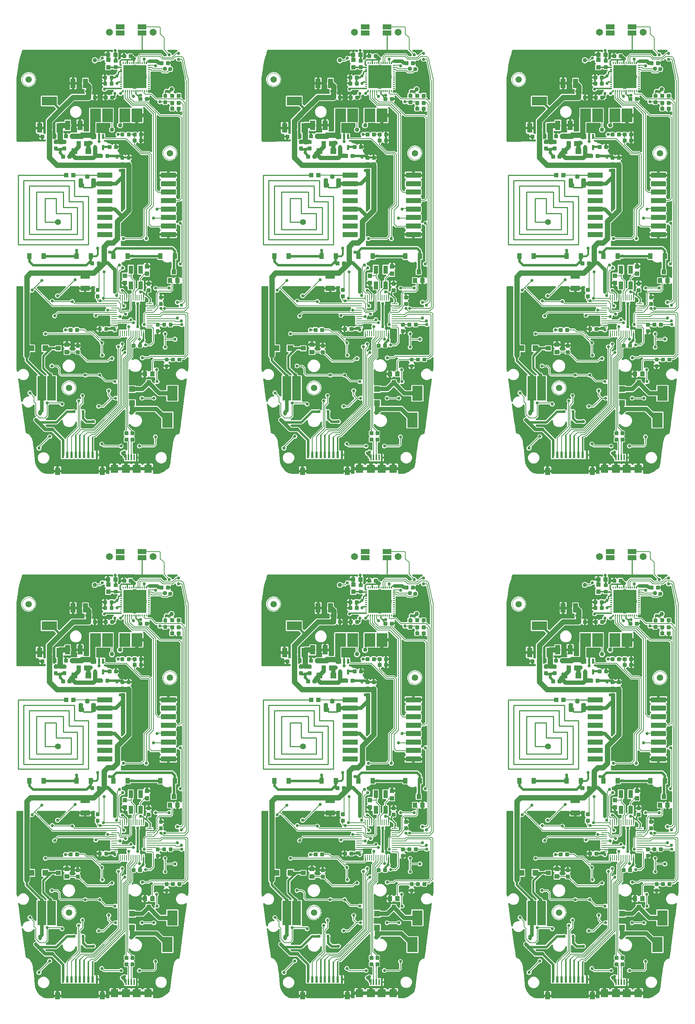
<source format=gbr>
G04 EAGLE Gerber X2 export*
%TF.Part,Single*%
%TF.FileFunction,Copper,L1,Top,Mixed*%
%TF.FilePolarity,Positive*%
%TF.GenerationSoftware,Autodesk,EAGLE,8.7.0*%
%TF.CreationDate,2018-07-10T16:53:38Z*%
G75*
%MOMM*%
%FSLAX34Y34*%
%LPD*%
%AMOC8*
5,1,8,0,0,1.08239X$1,22.5*%
G01*
%ADD10C,0.101600*%
%ADD11C,0.222250*%
%ADD12R,2.133600X5.715000*%
%ADD13R,2.489200X3.556000*%
%ADD14R,2.540000X3.175000*%
%ADD15C,1.651000*%
%ADD16R,2.150000X1.250000*%
%ADD17R,3.600000X1.200000*%
%ADD18R,0.279400X1.473200*%
%ADD19R,1.473200X0.279400*%
%ADD20R,1.016000X1.143000*%
%ADD21R,1.143000X1.016000*%
%ADD22R,0.550000X1.200000*%
%ADD23C,0.120000*%
%ADD24R,5.400000X5.400000*%
%ADD25R,1.100000X1.000000*%
%ADD26R,1.080000X1.050000*%
%ADD27C,1.408000*%
%ADD28R,1.000000X1.400000*%
%ADD29R,0.600000X1.550000*%
%ADD30R,1.200000X1.800000*%
%ADD31R,1.000000X1.100000*%
%ADD32C,1.016000*%
%ADD33R,1.270000X2.286000*%
%ADD34R,3.556000X2.159000*%
%ADD35R,1.143000X2.286000*%
%ADD36R,2.286000X1.143000*%
%ADD37R,1.397000X1.397000*%
%ADD38C,0.525000*%
%ADD39C,0.500000*%
%ADD40R,1.100000X1.900000*%
%ADD41R,0.350000X1.400000*%
%ADD42R,1.800000X1.900000*%
%ADD43R,1.900000X1.900000*%
%ADD44C,1.500000*%
%ADD45C,0.756400*%
%ADD46C,0.609600*%
%ADD47C,0.254000*%
%ADD48C,0.203200*%
%ADD49C,0.152400*%
%ADD50C,0.812800*%
%ADD51C,0.304800*%
%ADD52C,0.706400*%
%ADD53C,0.330200*%
%ADD54C,0.457200*%
%ADD55C,0.508000*%
%ADD56C,0.406400*%
%ADD57C,1.270000*%
%ADD58C,0.355600*%
%ADD59C,1.016000*%
%ADD60C,0.200000*%

G36*
X1482607Y2004255D02*
X1482607Y2004255D01*
X1482616Y2004254D01*
X1482805Y2004276D01*
X1482998Y2004297D01*
X1483007Y2004300D01*
X1483015Y2004301D01*
X1483197Y2004360D01*
X1483382Y2004419D01*
X1483390Y2004423D01*
X1483398Y2004426D01*
X1483567Y2004521D01*
X1483734Y2004613D01*
X1483741Y2004619D01*
X1483749Y2004624D01*
X1483894Y2004749D01*
X1484041Y2004874D01*
X1484047Y2004881D01*
X1484054Y2004887D01*
X1484171Y2005038D01*
X1484291Y2005190D01*
X1484295Y2005198D01*
X1484300Y2005205D01*
X1484386Y2005377D01*
X1484473Y2005549D01*
X1484476Y2005557D01*
X1484480Y2005565D01*
X1484530Y2005751D01*
X1484581Y2005937D01*
X1484582Y2005946D01*
X1484584Y2005954D01*
X1484611Y2006285D01*
X1484611Y2092606D01*
X1484609Y2092632D01*
X1484611Y2092659D01*
X1484589Y2092833D01*
X1484571Y2093006D01*
X1484564Y2093032D01*
X1484560Y2093059D01*
X1484505Y2093224D01*
X1484453Y2093391D01*
X1484440Y2093415D01*
X1484432Y2093440D01*
X1484345Y2093592D01*
X1484261Y2093745D01*
X1484244Y2093766D01*
X1484231Y2093789D01*
X1484016Y2094042D01*
X1467023Y2111035D01*
X1466917Y2111122D01*
X1466816Y2111216D01*
X1466761Y2111250D01*
X1466712Y2111291D01*
X1466590Y2111355D01*
X1466473Y2111427D01*
X1466413Y2111449D01*
X1466356Y2111479D01*
X1466224Y2111518D01*
X1466095Y2111566D01*
X1466032Y2111576D01*
X1465970Y2111594D01*
X1465833Y2111606D01*
X1465697Y2111627D01*
X1465633Y2111625D01*
X1465569Y2111630D01*
X1465432Y2111616D01*
X1465295Y2111609D01*
X1465233Y2111594D01*
X1465169Y2111587D01*
X1465038Y2111545D01*
X1464904Y2111512D01*
X1464846Y2111485D01*
X1464785Y2111465D01*
X1464665Y2111399D01*
X1464540Y2111340D01*
X1464489Y2111302D01*
X1464432Y2111271D01*
X1464328Y2111182D01*
X1464218Y2111100D01*
X1464175Y2111052D01*
X1464125Y2111010D01*
X1464040Y2110902D01*
X1463949Y2110800D01*
X1463916Y2110745D01*
X1463876Y2110694D01*
X1463814Y2110572D01*
X1463744Y2110453D01*
X1463723Y2110393D01*
X1463694Y2110335D01*
X1463657Y2110203D01*
X1463612Y2110073D01*
X1463603Y2110009D01*
X1463586Y2109947D01*
X1463575Y2109810D01*
X1463557Y2109674D01*
X1463561Y2109610D01*
X1463556Y2109546D01*
X1463573Y2109410D01*
X1463582Y2109272D01*
X1463598Y2109210D01*
X1463607Y2109146D01*
X1463650Y2109016D01*
X1463686Y2108883D01*
X1463717Y2108817D01*
X1463735Y2108765D01*
X1463775Y2108696D01*
X1463828Y2108583D01*
X1463866Y2108518D01*
X1464039Y2107872D01*
X1464039Y2095725D01*
X1450830Y2095725D01*
X1450812Y2095723D01*
X1450795Y2095725D01*
X1450612Y2095703D01*
X1450429Y2095685D01*
X1450412Y2095680D01*
X1450395Y2095678D01*
X1450220Y2095621D01*
X1450045Y2095567D01*
X1450029Y2095559D01*
X1450012Y2095553D01*
X1449852Y2095463D01*
X1449691Y2095375D01*
X1449677Y2095364D01*
X1449661Y2095355D01*
X1449522Y2095235D01*
X1449381Y2095118D01*
X1449370Y2095104D01*
X1449357Y2095092D01*
X1449244Y2094947D01*
X1449129Y2094804D01*
X1449121Y2094788D01*
X1449110Y2094774D01*
X1449028Y2094609D01*
X1448943Y2094447D01*
X1448939Y2094430D01*
X1448931Y2094413D01*
X1448883Y2094235D01*
X1448832Y2094060D01*
X1448831Y2094042D01*
X1448826Y2094025D01*
X1448799Y2093694D01*
X1448799Y2091661D01*
X1446766Y2091661D01*
X1446748Y2091659D01*
X1446731Y2091661D01*
X1446548Y2091639D01*
X1446365Y2091621D01*
X1446348Y2091616D01*
X1446331Y2091614D01*
X1446156Y2091557D01*
X1445981Y2091503D01*
X1445965Y2091495D01*
X1445948Y2091489D01*
X1445788Y2091399D01*
X1445626Y2091311D01*
X1445613Y2091300D01*
X1445597Y2091291D01*
X1445458Y2091171D01*
X1445317Y2091054D01*
X1445306Y2091040D01*
X1445293Y2091028D01*
X1445180Y2090883D01*
X1445065Y2090740D01*
X1445057Y2090724D01*
X1445046Y2090710D01*
X1444964Y2090545D01*
X1444879Y2090383D01*
X1444874Y2090365D01*
X1444866Y2090349D01*
X1444819Y2090171D01*
X1444768Y2089996D01*
X1444767Y2089978D01*
X1444762Y2089961D01*
X1444735Y2089630D01*
X1444735Y2073246D01*
X1435763Y2073246D01*
X1435117Y2073419D01*
X1435009Y2073482D01*
X1434859Y2073550D01*
X1434713Y2073623D01*
X1434676Y2073632D01*
X1434642Y2073648D01*
X1434483Y2073684D01*
X1434324Y2073727D01*
X1434282Y2073731D01*
X1434249Y2073738D01*
X1434162Y2073740D01*
X1433993Y2073754D01*
X1417292Y2073754D01*
X1417278Y2073753D01*
X1417265Y2073754D01*
X1417079Y2073733D01*
X1416891Y2073714D01*
X1416878Y2073710D01*
X1416865Y2073709D01*
X1416687Y2073652D01*
X1416506Y2073596D01*
X1416494Y2073590D01*
X1416482Y2073586D01*
X1416318Y2073494D01*
X1416152Y2073404D01*
X1416142Y2073396D01*
X1416130Y2073389D01*
X1415986Y2073266D01*
X1415843Y2073147D01*
X1415835Y2073136D01*
X1415824Y2073128D01*
X1415708Y2072979D01*
X1415591Y2072833D01*
X1415584Y2072821D01*
X1415576Y2072811D01*
X1415491Y2072641D01*
X1415405Y2072476D01*
X1415401Y2072463D01*
X1415395Y2072451D01*
X1415346Y2072269D01*
X1415294Y2072089D01*
X1415293Y2072075D01*
X1415289Y2072062D01*
X1415276Y2071876D01*
X1415261Y2071687D01*
X1415262Y2071674D01*
X1415262Y2071661D01*
X1415286Y2071474D01*
X1415308Y2071288D01*
X1415312Y2071275D01*
X1415314Y2071262D01*
X1415415Y2070946D01*
X1416033Y2069455D01*
X1416033Y2066625D01*
X1414950Y2064011D01*
X1412949Y2062010D01*
X1410335Y2060927D01*
X1407505Y2060927D01*
X1404891Y2062010D01*
X1402890Y2064011D01*
X1401807Y2066625D01*
X1401807Y2069455D01*
X1402890Y2072069D01*
X1404768Y2073947D01*
X1404785Y2073968D01*
X1404806Y2073985D01*
X1404913Y2074123D01*
X1405023Y2074259D01*
X1405036Y2074282D01*
X1405052Y2074304D01*
X1405130Y2074460D01*
X1405212Y2074614D01*
X1405220Y2074640D01*
X1405232Y2074664D01*
X1405277Y2074833D01*
X1405327Y2075000D01*
X1405329Y2075027D01*
X1405336Y2075053D01*
X1405363Y2075384D01*
X1405363Y2108379D01*
X1406554Y2109570D01*
X1433993Y2109570D01*
X1434156Y2109586D01*
X1434320Y2109596D01*
X1434356Y2109606D01*
X1434394Y2109610D01*
X1434550Y2109658D01*
X1434709Y2109700D01*
X1434747Y2109718D01*
X1434779Y2109728D01*
X1434855Y2109769D01*
X1435009Y2109842D01*
X1435251Y2109982D01*
X1435317Y2110030D01*
X1435389Y2110069D01*
X1435481Y2110147D01*
X1435578Y2110216D01*
X1435634Y2110277D01*
X1435696Y2110330D01*
X1435771Y2110424D01*
X1435852Y2110511D01*
X1435895Y2110581D01*
X1435946Y2110646D01*
X1436000Y2110752D01*
X1436063Y2110854D01*
X1436091Y2110931D01*
X1436128Y2111005D01*
X1436160Y2111120D01*
X1436202Y2111232D01*
X1436214Y2111313D01*
X1436236Y2111393D01*
X1436245Y2111512D01*
X1436263Y2111630D01*
X1436260Y2111712D01*
X1436266Y2111794D01*
X1436251Y2111913D01*
X1436245Y2112032D01*
X1436226Y2112112D01*
X1436215Y2112194D01*
X1436177Y2112307D01*
X1436148Y2112423D01*
X1436113Y2112497D01*
X1436087Y2112575D01*
X1436027Y2112679D01*
X1435976Y2112787D01*
X1435927Y2112853D01*
X1435886Y2112924D01*
X1435787Y2113040D01*
X1435736Y2113110D01*
X1435705Y2113137D01*
X1435671Y2113177D01*
X1418169Y2130679D01*
X1418169Y2138176D01*
X1418168Y2138184D01*
X1418169Y2138193D01*
X1418148Y2138385D01*
X1418129Y2138576D01*
X1418127Y2138585D01*
X1418126Y2138594D01*
X1418068Y2138776D01*
X1418011Y2138961D01*
X1418007Y2138969D01*
X1418004Y2138978D01*
X1417911Y2139146D01*
X1417819Y2139315D01*
X1417814Y2139322D01*
X1417809Y2139330D01*
X1417684Y2139478D01*
X1417562Y2139624D01*
X1417555Y2139630D01*
X1417549Y2139637D01*
X1417397Y2139757D01*
X1417248Y2139877D01*
X1417240Y2139881D01*
X1417233Y2139886D01*
X1417061Y2139974D01*
X1416891Y2140062D01*
X1416882Y2140065D01*
X1416874Y2140069D01*
X1416688Y2140121D01*
X1416504Y2140174D01*
X1416495Y2140174D01*
X1416486Y2140177D01*
X1416294Y2140191D01*
X1416102Y2140207D01*
X1416094Y2140206D01*
X1416085Y2140206D01*
X1415892Y2140182D01*
X1415703Y2140160D01*
X1415694Y2140157D01*
X1415685Y2140156D01*
X1415502Y2140094D01*
X1415320Y2140035D01*
X1415312Y2140030D01*
X1415304Y2140028D01*
X1415138Y2139932D01*
X1414969Y2139837D01*
X1414962Y2139831D01*
X1414955Y2139827D01*
X1414702Y2139612D01*
X1413342Y2138252D01*
X1411297Y2137405D01*
X1409083Y2137405D01*
X1407038Y2138252D01*
X1405472Y2139818D01*
X1405471Y2139821D01*
X1405467Y2139829D01*
X1405464Y2139838D01*
X1405372Y2140006D01*
X1405281Y2140176D01*
X1405275Y2140183D01*
X1405271Y2140191D01*
X1405148Y2140337D01*
X1405024Y2140487D01*
X1405017Y2140492D01*
X1405012Y2140499D01*
X1404861Y2140619D01*
X1404712Y2140740D01*
X1404704Y2140745D01*
X1404697Y2140750D01*
X1404525Y2140838D01*
X1404355Y2140927D01*
X1404347Y2140930D01*
X1404339Y2140934D01*
X1404152Y2140987D01*
X1403969Y2141041D01*
X1403960Y2141041D01*
X1403951Y2141044D01*
X1403758Y2141059D01*
X1403568Y2141075D01*
X1403559Y2141074D01*
X1403550Y2141075D01*
X1403359Y2141052D01*
X1403168Y2141030D01*
X1403159Y2141027D01*
X1403150Y2141026D01*
X1402968Y2140966D01*
X1402784Y2140907D01*
X1402776Y2140903D01*
X1402768Y2140900D01*
X1402602Y2140805D01*
X1402433Y2140711D01*
X1402426Y2140705D01*
X1402418Y2140700D01*
X1402274Y2140574D01*
X1402127Y2140449D01*
X1402121Y2140442D01*
X1402115Y2140436D01*
X1401997Y2140283D01*
X1401879Y2140132D01*
X1401875Y2140124D01*
X1401869Y2140117D01*
X1401718Y2139821D01*
X1401657Y2139676D01*
X1400880Y2138898D01*
X1400863Y2138878D01*
X1400842Y2138860D01*
X1400736Y2138723D01*
X1400625Y2138587D01*
X1400612Y2138563D01*
X1400596Y2138542D01*
X1400518Y2138386D01*
X1400436Y2138231D01*
X1400428Y2138206D01*
X1400416Y2138182D01*
X1400371Y2138013D01*
X1400321Y2137845D01*
X1400319Y2137819D01*
X1400312Y2137793D01*
X1400285Y2137462D01*
X1400285Y2132607D01*
X1398198Y2130520D01*
X1398041Y2130501D01*
X1397868Y2130483D01*
X1397842Y2130476D01*
X1397816Y2130472D01*
X1397650Y2130417D01*
X1397483Y2130365D01*
X1397459Y2130352D01*
X1397434Y2130344D01*
X1397282Y2130257D01*
X1397129Y2130173D01*
X1397108Y2130156D01*
X1397085Y2130143D01*
X1396832Y2129928D01*
X1394506Y2127602D01*
X1385234Y2127602D01*
X1384019Y2128817D01*
X1383956Y2128869D01*
X1383898Y2128928D01*
X1383800Y2128996D01*
X1383708Y2129072D01*
X1383635Y2129111D01*
X1383567Y2129157D01*
X1383458Y2129205D01*
X1383352Y2129261D01*
X1383273Y2129284D01*
X1383197Y2129317D01*
X1383081Y2129341D01*
X1382966Y2129375D01*
X1382884Y2129383D01*
X1382804Y2129400D01*
X1382684Y2129401D01*
X1382565Y2129412D01*
X1382483Y2129403D01*
X1382401Y2129404D01*
X1382284Y2129381D01*
X1382165Y2129368D01*
X1382086Y2129343D01*
X1382005Y2129328D01*
X1381895Y2129283D01*
X1381781Y2129247D01*
X1381709Y2129207D01*
X1381633Y2129176D01*
X1381533Y2129110D01*
X1381429Y2129052D01*
X1381366Y2128999D01*
X1381297Y2128953D01*
X1381213Y2128869D01*
X1381122Y2128792D01*
X1381071Y2128727D01*
X1381012Y2128669D01*
X1380926Y2128544D01*
X1380206Y2127824D01*
X1379373Y2127343D01*
X1378445Y2127094D01*
X1376852Y2127094D01*
X1376852Y2133889D01*
X1376850Y2133907D01*
X1376851Y2133925D01*
X1376835Y2134065D01*
X1376852Y2134271D01*
X1376852Y2141066D01*
X1378445Y2141066D01*
X1379373Y2140817D01*
X1380206Y2140336D01*
X1380905Y2139637D01*
X1380912Y2139625D01*
X1380989Y2139534D01*
X1381058Y2139437D01*
X1381119Y2139381D01*
X1381172Y2139318D01*
X1381266Y2139244D01*
X1381353Y2139163D01*
X1381423Y2139120D01*
X1381488Y2139069D01*
X1381594Y2139015D01*
X1381696Y2138952D01*
X1381774Y2138924D01*
X1381847Y2138886D01*
X1381962Y2138854D01*
X1382074Y2138813D01*
X1382155Y2138800D01*
X1382235Y2138778D01*
X1382354Y2138769D01*
X1382472Y2138751D01*
X1382554Y2138755D01*
X1382636Y2138749D01*
X1382755Y2138764D01*
X1382874Y2138769D01*
X1382954Y2138789D01*
X1383036Y2138799D01*
X1383149Y2138837D01*
X1383265Y2138866D01*
X1383339Y2138901D01*
X1383417Y2138927D01*
X1383521Y2138987D01*
X1383629Y2139038D01*
X1383695Y2139087D01*
X1383766Y2139128D01*
X1383882Y2139227D01*
X1383952Y2139279D01*
X1383979Y2139309D01*
X1384019Y2139343D01*
X1385234Y2140558D01*
X1388882Y2140558D01*
X1388900Y2140560D01*
X1388918Y2140558D01*
X1389100Y2140579D01*
X1389283Y2140598D01*
X1389300Y2140603D01*
X1389317Y2140605D01*
X1389492Y2140662D01*
X1389668Y2140716D01*
X1389683Y2140724D01*
X1389700Y2140730D01*
X1389860Y2140820D01*
X1390022Y2140908D01*
X1390035Y2140919D01*
X1390051Y2140928D01*
X1390190Y2141048D01*
X1390331Y2141165D01*
X1390342Y2141179D01*
X1390356Y2141191D01*
X1390468Y2141336D01*
X1390583Y2141479D01*
X1390591Y2141495D01*
X1390602Y2141509D01*
X1390684Y2141674D01*
X1390769Y2141836D01*
X1390774Y2141853D01*
X1390782Y2141869D01*
X1390829Y2142048D01*
X1390880Y2142223D01*
X1390882Y2142241D01*
X1390886Y2142258D01*
X1390913Y2142589D01*
X1390913Y2144127D01*
X1391798Y2146264D01*
X1393604Y2148070D01*
X1393610Y2148077D01*
X1393617Y2148082D01*
X1393737Y2148232D01*
X1393860Y2148381D01*
X1393864Y2148389D01*
X1393869Y2148396D01*
X1393958Y2148566D01*
X1394048Y2148737D01*
X1394051Y2148746D01*
X1394055Y2148753D01*
X1394108Y2148938D01*
X1394163Y2149123D01*
X1394164Y2149132D01*
X1394166Y2149140D01*
X1394182Y2149331D01*
X1394199Y2149524D01*
X1394198Y2149533D01*
X1394199Y2149542D01*
X1394177Y2149731D01*
X1394156Y2149924D01*
X1394153Y2149933D01*
X1394152Y2149941D01*
X1394093Y2150123D01*
X1394034Y2150308D01*
X1394030Y2150316D01*
X1394027Y2150324D01*
X1393933Y2150491D01*
X1393840Y2150660D01*
X1393834Y2150667D01*
X1393829Y2150675D01*
X1393704Y2150820D01*
X1393579Y2150967D01*
X1393572Y2150973D01*
X1393566Y2150980D01*
X1393416Y2151096D01*
X1393263Y2151217D01*
X1393255Y2151221D01*
X1393248Y2151226D01*
X1393078Y2151311D01*
X1392904Y2151399D01*
X1392896Y2151402D01*
X1392888Y2151406D01*
X1392702Y2151456D01*
X1392516Y2151507D01*
X1392507Y2151508D01*
X1392499Y2151510D01*
X1392168Y2151537D01*
X1378811Y2151537D01*
X1378788Y2151535D01*
X1378766Y2151537D01*
X1378589Y2151515D01*
X1378410Y2151497D01*
X1378389Y2151491D01*
X1378367Y2151488D01*
X1378197Y2151432D01*
X1378025Y2151379D01*
X1378006Y2151369D01*
X1377984Y2151362D01*
X1377829Y2151273D01*
X1377671Y2151187D01*
X1377654Y2151173D01*
X1377635Y2151162D01*
X1377499Y2151044D01*
X1377362Y2150930D01*
X1377348Y2150912D01*
X1377331Y2150898D01*
X1377222Y2150755D01*
X1377110Y2150616D01*
X1377099Y2150596D01*
X1377086Y2150578D01*
X1376934Y2150283D01*
X1376808Y2149978D01*
X1375242Y2148412D01*
X1374344Y2148040D01*
X1373197Y2147565D01*
X1370983Y2147565D01*
X1368938Y2148412D01*
X1367372Y2149978D01*
X1366525Y2152023D01*
X1366525Y2154237D01*
X1367372Y2156282D01*
X1368543Y2157453D01*
X1368595Y2157517D01*
X1368654Y2157574D01*
X1368723Y2157672D01*
X1368798Y2157764D01*
X1368837Y2157837D01*
X1368884Y2157905D01*
X1368931Y2158015D01*
X1368987Y2158120D01*
X1369010Y2158199D01*
X1369043Y2158274D01*
X1369068Y2158392D01*
X1369102Y2158506D01*
X1369109Y2158588D01*
X1369126Y2158668D01*
X1369127Y2158788D01*
X1369138Y2158907D01*
X1369129Y2158989D01*
X1369130Y2159071D01*
X1369108Y2159188D01*
X1369095Y2159307D01*
X1369070Y2159386D01*
X1369054Y2159466D01*
X1369009Y2159577D01*
X1368973Y2159691D01*
X1368933Y2159763D01*
X1368902Y2159839D01*
X1368836Y2159939D01*
X1368778Y2160044D01*
X1368725Y2160106D01*
X1368680Y2160175D01*
X1368595Y2160259D01*
X1368518Y2160351D01*
X1368453Y2160402D01*
X1368395Y2160460D01*
X1368270Y2160546D01*
X1368202Y2160600D01*
X1368166Y2160618D01*
X1368122Y2160648D01*
X1367784Y2160844D01*
X1367104Y2161524D01*
X1366623Y2162357D01*
X1366374Y2163285D01*
X1366374Y2164878D01*
X1373169Y2164878D01*
X1373187Y2164880D01*
X1373205Y2164879D01*
X1373387Y2164900D01*
X1373570Y2164918D01*
X1373587Y2164923D01*
X1373605Y2164925D01*
X1373779Y2164982D01*
X1373955Y2165036D01*
X1373971Y2165045D01*
X1373987Y2165050D01*
X1374148Y2165141D01*
X1374309Y2165228D01*
X1374323Y2165239D01*
X1374338Y2165248D01*
X1374477Y2165368D01*
X1374618Y2165486D01*
X1374629Y2165500D01*
X1374643Y2165511D01*
X1374755Y2165656D01*
X1374766Y2165670D01*
X1374859Y2165750D01*
X1374999Y2165867D01*
X1375011Y2165881D01*
X1375024Y2165893D01*
X1375137Y2166038D01*
X1375252Y2166181D01*
X1375260Y2166197D01*
X1375271Y2166211D01*
X1375353Y2166376D01*
X1375437Y2166538D01*
X1375442Y2166555D01*
X1375450Y2166571D01*
X1375498Y2166749D01*
X1375549Y2166925D01*
X1375550Y2166943D01*
X1375555Y2166960D01*
X1375582Y2167291D01*
X1375582Y2180879D01*
X1375580Y2180897D01*
X1375581Y2180915D01*
X1375565Y2181055D01*
X1375582Y2181261D01*
X1375582Y2188056D01*
X1377175Y2188056D01*
X1378103Y2187807D01*
X1378936Y2187326D01*
X1379635Y2186627D01*
X1379642Y2186615D01*
X1379719Y2186524D01*
X1379789Y2186427D01*
X1379849Y2186371D01*
X1379902Y2186308D01*
X1379996Y2186234D01*
X1380083Y2186153D01*
X1380153Y2186110D01*
X1380218Y2186059D01*
X1380325Y2186004D01*
X1380426Y2185942D01*
X1380504Y2185914D01*
X1380577Y2185876D01*
X1380692Y2185844D01*
X1380804Y2185803D01*
X1380886Y2185790D01*
X1380965Y2185768D01*
X1381084Y2185760D01*
X1381202Y2185741D01*
X1381284Y2185745D01*
X1381366Y2185739D01*
X1381485Y2185754D01*
X1381604Y2185759D01*
X1381684Y2185779D01*
X1381766Y2185789D01*
X1381879Y2185827D01*
X1381995Y2185856D01*
X1382069Y2185891D01*
X1382147Y2185917D01*
X1382251Y2185977D01*
X1382359Y2186028D01*
X1382425Y2186077D01*
X1382496Y2186118D01*
X1382613Y2186217D01*
X1382682Y2186269D01*
X1382709Y2186299D01*
X1382749Y2186333D01*
X1383964Y2187548D01*
X1393261Y2187548D01*
X1393285Y2187528D01*
X1393431Y2187409D01*
X1393443Y2187403D01*
X1393453Y2187394D01*
X1393620Y2187309D01*
X1393787Y2187221D01*
X1393800Y2187217D01*
X1393812Y2187211D01*
X1393993Y2187159D01*
X1394173Y2187106D01*
X1394186Y2187105D01*
X1394199Y2187101D01*
X1394386Y2187086D01*
X1394574Y2187069D01*
X1394587Y2187071D01*
X1394600Y2187070D01*
X1394785Y2187092D01*
X1394974Y2187113D01*
X1394987Y2187117D01*
X1395000Y2187119D01*
X1395179Y2187178D01*
X1395358Y2187234D01*
X1395369Y2187241D01*
X1395382Y2187245D01*
X1395546Y2187338D01*
X1395710Y2187429D01*
X1395720Y2187438D01*
X1395732Y2187445D01*
X1395874Y2187568D01*
X1396017Y2187690D01*
X1396025Y2187700D01*
X1396036Y2187709D01*
X1396150Y2187858D01*
X1396267Y2188005D01*
X1396273Y2188017D01*
X1396281Y2188028D01*
X1396340Y2188143D01*
X1398006Y2189810D01*
X1399510Y2190432D01*
X1399538Y2190447D01*
X1399567Y2190457D01*
X1399715Y2190542D01*
X1399865Y2190623D01*
X1399889Y2190642D01*
X1399916Y2190658D01*
X1400169Y2190873D01*
X1400178Y2190881D01*
X1400273Y2190932D01*
X1400290Y2190947D01*
X1400310Y2190958D01*
X1400445Y2191075D01*
X1400584Y2191189D01*
X1400598Y2191206D01*
X1400615Y2191221D01*
X1400724Y2191362D01*
X1400837Y2191502D01*
X1400848Y2191521D01*
X1400861Y2191539D01*
X1400941Y2191700D01*
X1401024Y2191858D01*
X1401031Y2191879D01*
X1401041Y2191899D01*
X1401087Y2192073D01*
X1401137Y2192244D01*
X1401139Y2192267D01*
X1401145Y2192288D01*
X1401172Y2192619D01*
X1401172Y2194534D01*
X1402655Y2196017D01*
X1402661Y2196024D01*
X1402668Y2196029D01*
X1402788Y2196179D01*
X1402910Y2196328D01*
X1402914Y2196336D01*
X1402920Y2196343D01*
X1403008Y2196513D01*
X1403099Y2196684D01*
X1403101Y2196693D01*
X1403105Y2196700D01*
X1403159Y2196885D01*
X1403214Y2197070D01*
X1403214Y2197079D01*
X1403217Y2197087D01*
X1403233Y2197278D01*
X1403250Y2197471D01*
X1403249Y2197480D01*
X1403250Y2197489D01*
X1403228Y2197678D01*
X1403207Y2197871D01*
X1403204Y2197880D01*
X1403203Y2197888D01*
X1403143Y2198070D01*
X1403085Y2198255D01*
X1403081Y2198263D01*
X1403078Y2198271D01*
X1402984Y2198438D01*
X1402890Y2198607D01*
X1402884Y2198614D01*
X1402880Y2198622D01*
X1402755Y2198767D01*
X1402630Y2198914D01*
X1402623Y2198920D01*
X1402617Y2198927D01*
X1402466Y2199043D01*
X1402314Y2199164D01*
X1402306Y2199168D01*
X1402299Y2199173D01*
X1402127Y2199259D01*
X1401955Y2199346D01*
X1401946Y2199349D01*
X1401938Y2199353D01*
X1401752Y2199403D01*
X1401567Y2199454D01*
X1401558Y2199455D01*
X1401550Y2199457D01*
X1401219Y2199484D01*
X1393362Y2199484D01*
X1391912Y2200934D01*
X1391891Y2200951D01*
X1391874Y2200972D01*
X1391736Y2201079D01*
X1391600Y2201189D01*
X1391577Y2201202D01*
X1391556Y2201218D01*
X1391399Y2201296D01*
X1391245Y2201378D01*
X1391219Y2201386D01*
X1391195Y2201398D01*
X1391026Y2201443D01*
X1390859Y2201493D01*
X1390832Y2201495D01*
X1390806Y2201502D01*
X1390476Y2201529D01*
X1390444Y2201529D01*
X1390426Y2201527D01*
X1390408Y2201529D01*
X1390226Y2201508D01*
X1390043Y2201489D01*
X1390026Y2201484D01*
X1390009Y2201482D01*
X1389834Y2201425D01*
X1389658Y2201371D01*
X1389643Y2201363D01*
X1389626Y2201357D01*
X1389466Y2201267D01*
X1389304Y2201179D01*
X1389291Y2201168D01*
X1389275Y2201159D01*
X1389136Y2201039D01*
X1388995Y2200922D01*
X1388984Y2200908D01*
X1388970Y2200896D01*
X1388858Y2200751D01*
X1388743Y2200608D01*
X1388735Y2200592D01*
X1388724Y2200578D01*
X1388642Y2200413D01*
X1388557Y2200251D01*
X1388552Y2200234D01*
X1388544Y2200218D01*
X1388497Y2200039D01*
X1388446Y2199864D01*
X1388444Y2199846D01*
X1388440Y2199829D01*
X1388413Y2199498D01*
X1388413Y2199248D01*
X1387222Y2198057D01*
X1374738Y2198057D01*
X1373547Y2199248D01*
X1373547Y2211432D01*
X1374464Y2212348D01*
X1374516Y2212412D01*
X1374575Y2212469D01*
X1374643Y2212567D01*
X1374719Y2212660D01*
X1374757Y2212732D01*
X1374804Y2212800D01*
X1374851Y2212910D01*
X1374907Y2213015D01*
X1374931Y2213094D01*
X1374963Y2213170D01*
X1374988Y2213287D01*
X1375022Y2213401D01*
X1375029Y2213483D01*
X1375046Y2213564D01*
X1375048Y2213683D01*
X1375058Y2213802D01*
X1375050Y2213884D01*
X1375050Y2213966D01*
X1375028Y2214084D01*
X1375015Y2214203D01*
X1374990Y2214281D01*
X1374975Y2214362D01*
X1374930Y2214472D01*
X1374894Y2214586D01*
X1374854Y2214658D01*
X1374823Y2214734D01*
X1374757Y2214834D01*
X1374699Y2214939D01*
X1374645Y2215002D01*
X1374600Y2215070D01*
X1374516Y2215154D01*
X1374438Y2215246D01*
X1374374Y2215297D01*
X1374316Y2215355D01*
X1374191Y2215441D01*
X1374122Y2215495D01*
X1374086Y2215514D01*
X1374043Y2215544D01*
X1374020Y2215557D01*
X1373547Y2216030D01*
X1373212Y2216609D01*
X1373039Y2217255D01*
X1373039Y2220224D01*
X1373038Y2220238D01*
X1373039Y2220251D01*
X1373018Y2220437D01*
X1372999Y2220625D01*
X1372995Y2220638D01*
X1372994Y2220651D01*
X1372936Y2220830D01*
X1372881Y2221010D01*
X1372875Y2221021D01*
X1372871Y2221034D01*
X1372779Y2221198D01*
X1372689Y2221364D01*
X1372681Y2221374D01*
X1372674Y2221386D01*
X1372552Y2221528D01*
X1372432Y2221673D01*
X1372421Y2221681D01*
X1372413Y2221692D01*
X1372265Y2221807D01*
X1372118Y2221925D01*
X1372106Y2221932D01*
X1372096Y2221940D01*
X1371927Y2222024D01*
X1371761Y2222111D01*
X1371748Y2222115D01*
X1371736Y2222121D01*
X1371555Y2222170D01*
X1371374Y2222222D01*
X1371360Y2222223D01*
X1371347Y2222227D01*
X1371159Y2222240D01*
X1370972Y2222255D01*
X1370959Y2222254D01*
X1370946Y2222255D01*
X1370758Y2222230D01*
X1370573Y2222208D01*
X1370560Y2222204D01*
X1370547Y2222202D01*
X1370231Y2222101D01*
X1368117Y2221225D01*
X1366598Y2221225D01*
X1366572Y2221223D01*
X1366545Y2221225D01*
X1366371Y2221203D01*
X1366198Y2221185D01*
X1366172Y2221178D01*
X1366145Y2221174D01*
X1365980Y2221119D01*
X1365813Y2221067D01*
X1365789Y2221054D01*
X1365764Y2221046D01*
X1365612Y2220959D01*
X1365459Y2220875D01*
X1365438Y2220858D01*
X1365415Y2220845D01*
X1365162Y2220630D01*
X1363193Y2218661D01*
X1357023Y2218661D01*
X1357001Y2218659D01*
X1356979Y2218661D01*
X1356801Y2218639D01*
X1356623Y2218621D01*
X1356601Y2218615D01*
X1356579Y2218612D01*
X1356409Y2218556D01*
X1356238Y2218503D01*
X1356218Y2218493D01*
X1356197Y2218486D01*
X1356042Y2218397D01*
X1355884Y2218311D01*
X1355866Y2218297D01*
X1355847Y2218286D01*
X1355712Y2218168D01*
X1355574Y2218054D01*
X1355560Y2218036D01*
X1355543Y2218022D01*
X1355434Y2217879D01*
X1355335Y2217756D01*
X1353259Y2215680D01*
X1350645Y2214597D01*
X1347815Y2214597D01*
X1345201Y2215680D01*
X1343200Y2217681D01*
X1342117Y2220295D01*
X1342117Y2223125D01*
X1343200Y2225739D01*
X1345201Y2227740D01*
X1347815Y2228823D01*
X1350645Y2228823D01*
X1353259Y2227740D01*
X1355332Y2225667D01*
X1355337Y2225658D01*
X1355351Y2225641D01*
X1355362Y2225621D01*
X1355479Y2225486D01*
X1355593Y2225348D01*
X1355610Y2225333D01*
X1355625Y2225316D01*
X1355766Y2225207D01*
X1355906Y2225094D01*
X1355926Y2225083D01*
X1355943Y2225070D01*
X1356103Y2224990D01*
X1356262Y2224907D01*
X1356284Y2224900D01*
X1356304Y2224890D01*
X1356477Y2224844D01*
X1356649Y2224794D01*
X1356671Y2224792D01*
X1356692Y2224786D01*
X1357023Y2224759D01*
X1359414Y2224759D01*
X1359432Y2224761D01*
X1359450Y2224759D01*
X1359632Y2224780D01*
X1359815Y2224799D01*
X1359832Y2224804D01*
X1359849Y2224806D01*
X1360024Y2224863D01*
X1360200Y2224917D01*
X1360215Y2224925D01*
X1360232Y2224931D01*
X1360392Y2225021D01*
X1360554Y2225109D01*
X1360567Y2225120D01*
X1360583Y2225129D01*
X1360722Y2225249D01*
X1360863Y2225366D01*
X1360874Y2225380D01*
X1360888Y2225392D01*
X1361000Y2225537D01*
X1361115Y2225680D01*
X1361123Y2225696D01*
X1361134Y2225710D01*
X1361216Y2225875D01*
X1361301Y2226037D01*
X1361306Y2226054D01*
X1361314Y2226070D01*
X1361361Y2226248D01*
X1361412Y2226424D01*
X1361414Y2226442D01*
X1361418Y2226459D01*
X1361445Y2226790D01*
X1361445Y2227897D01*
X1362292Y2229942D01*
X1363858Y2231508D01*
X1364172Y2231638D01*
X1365903Y2232355D01*
X1368117Y2232355D01*
X1370013Y2231569D01*
X1370026Y2231566D01*
X1370037Y2231559D01*
X1370218Y2231508D01*
X1370398Y2231453D01*
X1370411Y2231452D01*
X1370424Y2231448D01*
X1370612Y2231433D01*
X1370799Y2231415D01*
X1370812Y2231416D01*
X1370826Y2231415D01*
X1371013Y2231437D01*
X1371199Y2231457D01*
X1371212Y2231461D01*
X1371225Y2231462D01*
X1371405Y2231521D01*
X1371584Y2231576D01*
X1371595Y2231583D01*
X1371608Y2231587D01*
X1371773Y2231680D01*
X1371937Y2231770D01*
X1371947Y2231778D01*
X1371959Y2231785D01*
X1372101Y2231908D01*
X1372245Y2232029D01*
X1372253Y2232039D01*
X1372264Y2232048D01*
X1372354Y2232165D01*
X1378363Y2232165D01*
X1378363Y2225177D01*
X1378356Y2225092D01*
X1378356Y2223433D01*
X1378357Y2223415D01*
X1378356Y2223398D01*
X1378377Y2223215D01*
X1378396Y2223033D01*
X1378401Y2223016D01*
X1378403Y2222998D01*
X1378460Y2222823D01*
X1378514Y2222648D01*
X1378522Y2222632D01*
X1378528Y2222615D01*
X1378618Y2222455D01*
X1378705Y2222294D01*
X1378717Y2222280D01*
X1378726Y2222264D01*
X1378846Y2222125D01*
X1378963Y2221984D01*
X1378977Y2221973D01*
X1378989Y2221960D01*
X1379134Y2221847D01*
X1379277Y2221732D01*
X1379293Y2221724D01*
X1379307Y2221713D01*
X1379472Y2221631D01*
X1379634Y2221547D01*
X1379651Y2221542D01*
X1379667Y2221534D01*
X1379846Y2221486D01*
X1380021Y2221435D01*
X1380039Y2221434D01*
X1380056Y2221429D01*
X1380387Y2221402D01*
X1381573Y2221402D01*
X1381591Y2221404D01*
X1381609Y2221402D01*
X1381791Y2221424D01*
X1381974Y2221442D01*
X1381991Y2221447D01*
X1382008Y2221449D01*
X1382183Y2221506D01*
X1382359Y2221560D01*
X1382374Y2221568D01*
X1382391Y2221574D01*
X1382551Y2221664D01*
X1382713Y2221752D01*
X1382726Y2221763D01*
X1382742Y2221772D01*
X1382881Y2221892D01*
X1383022Y2222010D01*
X1383033Y2222023D01*
X1383047Y2222035D01*
X1383159Y2222180D01*
X1383274Y2222323D01*
X1383282Y2222339D01*
X1383293Y2222353D01*
X1383375Y2222518D01*
X1383460Y2222681D01*
X1383465Y2222698D01*
X1383473Y2222714D01*
X1383520Y2222892D01*
X1383571Y2223067D01*
X1383573Y2223085D01*
X1383577Y2223102D01*
X1383604Y2223433D01*
X1383604Y2225092D01*
X1383602Y2225110D01*
X1383604Y2225128D01*
X1383583Y2225310D01*
X1383564Y2225493D01*
X1383559Y2225510D01*
X1383557Y2225527D01*
X1383500Y2225702D01*
X1383446Y2225878D01*
X1383438Y2225893D01*
X1383432Y2225910D01*
X1383361Y2226036D01*
X1383361Y2234196D01*
X1383359Y2234214D01*
X1383361Y2234231D01*
X1383340Y2234414D01*
X1383321Y2234596D01*
X1383316Y2234613D01*
X1383314Y2234631D01*
X1383301Y2234672D01*
X1383328Y2234766D01*
X1383330Y2234784D01*
X1383334Y2234801D01*
X1383361Y2235132D01*
X1383361Y2242205D01*
X1386697Y2242205D01*
X1387343Y2242032D01*
X1387922Y2241697D01*
X1388285Y2241334D01*
X1388299Y2241323D01*
X1388310Y2241309D01*
X1388455Y2241195D01*
X1388596Y2241079D01*
X1388612Y2241071D01*
X1388626Y2241060D01*
X1388790Y2240976D01*
X1388952Y2240891D01*
X1388969Y2240885D01*
X1388985Y2240877D01*
X1389161Y2240828D01*
X1389338Y2240776D01*
X1389356Y2240774D01*
X1389373Y2240769D01*
X1389555Y2240756D01*
X1389739Y2240739D01*
X1389757Y2240741D01*
X1389774Y2240740D01*
X1389956Y2240763D01*
X1390139Y2240783D01*
X1390156Y2240788D01*
X1390174Y2240790D01*
X1390348Y2240849D01*
X1390523Y2240904D01*
X1390539Y2240913D01*
X1390556Y2240919D01*
X1390715Y2241010D01*
X1390875Y2241099D01*
X1390889Y2241111D01*
X1390904Y2241120D01*
X1391157Y2241334D01*
X1391618Y2241795D01*
X1391632Y2241812D01*
X1391650Y2241827D01*
X1391760Y2241968D01*
X1391873Y2242106D01*
X1391884Y2242126D01*
X1391898Y2242144D01*
X1391978Y2242304D01*
X1392062Y2242462D01*
X1392068Y2242484D01*
X1392078Y2242504D01*
X1392126Y2242677D01*
X1392177Y2242848D01*
X1392179Y2242870D01*
X1392185Y2242892D01*
X1392197Y2243071D01*
X1392213Y2243249D01*
X1392211Y2243271D01*
X1392212Y2243294D01*
X1392189Y2243471D01*
X1392179Y2243561D01*
X1392179Y2244570D01*
X1392177Y2244588D01*
X1392179Y2244606D01*
X1392158Y2244788D01*
X1392139Y2244971D01*
X1392134Y2244988D01*
X1392132Y2245005D01*
X1392075Y2245180D01*
X1392021Y2245356D01*
X1392013Y2245371D01*
X1392007Y2245388D01*
X1391917Y2245548D01*
X1391829Y2245710D01*
X1391818Y2245723D01*
X1391809Y2245739D01*
X1391689Y2245878D01*
X1391572Y2246019D01*
X1391558Y2246030D01*
X1391546Y2246044D01*
X1391401Y2246156D01*
X1391258Y2246271D01*
X1391242Y2246279D01*
X1391228Y2246290D01*
X1391063Y2246372D01*
X1390901Y2246457D01*
X1390884Y2246462D01*
X1390868Y2246470D01*
X1390689Y2246517D01*
X1390514Y2246568D01*
X1390496Y2246570D01*
X1390479Y2246574D01*
X1390148Y2246601D01*
X1179427Y2246601D01*
X1179294Y2246588D01*
X1179160Y2246584D01*
X1179094Y2246568D01*
X1179026Y2246561D01*
X1178898Y2246522D01*
X1178768Y2246491D01*
X1178706Y2246463D01*
X1178641Y2246443D01*
X1178524Y2246380D01*
X1178402Y2246324D01*
X1178347Y2246284D01*
X1178287Y2246251D01*
X1178185Y2246166D01*
X1178076Y2246087D01*
X1178030Y2246037D01*
X1177978Y2245994D01*
X1177894Y2245890D01*
X1177803Y2245791D01*
X1177768Y2245733D01*
X1177726Y2245680D01*
X1177664Y2245561D01*
X1177595Y2245447D01*
X1177567Y2245374D01*
X1177540Y2245323D01*
X1177519Y2245248D01*
X1177476Y2245137D01*
X1175891Y2239680D01*
X1175887Y2239658D01*
X1175878Y2239636D01*
X1175867Y2239565D01*
X1175544Y2238487D01*
X1175542Y2238479D01*
X1175539Y2238470D01*
X1175224Y2237385D01*
X1175182Y2237278D01*
X1172545Y2228474D01*
X1172543Y2228466D01*
X1172540Y2228457D01*
X1169752Y2218862D01*
X1169736Y2218776D01*
X1169696Y2218607D01*
X1168264Y2209387D01*
X1168264Y2209378D01*
X1168261Y2209366D01*
X1167030Y2200865D01*
X1167030Y2200844D01*
X1167025Y2200823D01*
X1167023Y2200732D01*
X1166853Y2199638D01*
X1166852Y2199629D01*
X1166850Y2199617D01*
X1166692Y2198528D01*
X1166660Y2198393D01*
X1165354Y2189979D01*
X1165354Y2189971D01*
X1165352Y2189962D01*
X1164011Y2180784D01*
X1164008Y2180709D01*
X1163990Y2180490D01*
X1163990Y2031249D01*
X1163992Y2031225D01*
X1163990Y2031201D01*
X1164012Y2031024D01*
X1164030Y2030848D01*
X1164037Y2030825D01*
X1164040Y2030801D01*
X1164096Y2030633D01*
X1164148Y2030463D01*
X1164159Y2030442D01*
X1164167Y2030419D01*
X1164255Y2030265D01*
X1164339Y2030109D01*
X1164355Y2030091D01*
X1164367Y2030070D01*
X1164484Y2029936D01*
X1164597Y2029800D01*
X1164616Y2029785D01*
X1164632Y2029767D01*
X1164773Y2029659D01*
X1164911Y2029548D01*
X1164932Y2029537D01*
X1164952Y2029522D01*
X1165111Y2029444D01*
X1165268Y2029362D01*
X1165292Y2029355D01*
X1165313Y2029345D01*
X1165485Y2029300D01*
X1165655Y2029251D01*
X1165679Y2029249D01*
X1165703Y2029243D01*
X1166034Y2029218D01*
X1230879Y2029625D01*
X1230890Y2029627D01*
X1230902Y2029626D01*
X1231090Y2029648D01*
X1231279Y2029668D01*
X1231290Y2029671D01*
X1231301Y2029673D01*
X1231483Y2029732D01*
X1231663Y2029788D01*
X1231673Y2029794D01*
X1231684Y2029797D01*
X1231850Y2029891D01*
X1232016Y2029982D01*
X1232025Y2029990D01*
X1232035Y2029995D01*
X1232178Y2030119D01*
X1232324Y2030242D01*
X1232331Y2030251D01*
X1232340Y2030259D01*
X1232455Y2030407D01*
X1232574Y2030557D01*
X1232579Y2030568D01*
X1232586Y2030577D01*
X1232670Y2030746D01*
X1232757Y2030916D01*
X1232760Y2030927D01*
X1232766Y2030937D01*
X1232815Y2031120D01*
X1232866Y2031304D01*
X1232867Y2031315D01*
X1232870Y2031326D01*
X1232897Y2031657D01*
X1232897Y2033069D01*
X1232883Y2033214D01*
X1232876Y2033360D01*
X1232863Y2033414D01*
X1232857Y2033469D01*
X1232815Y2033609D01*
X1232779Y2033751D01*
X1232756Y2033801D01*
X1232739Y2033854D01*
X1232670Y2033983D01*
X1232607Y2034115D01*
X1232574Y2034159D01*
X1232547Y2034208D01*
X1232454Y2034320D01*
X1232366Y2034438D01*
X1232325Y2034475D01*
X1232290Y2034517D01*
X1232176Y2034609D01*
X1232067Y2034707D01*
X1232019Y2034735D01*
X1231976Y2034770D01*
X1231846Y2034837D01*
X1231720Y2034912D01*
X1231668Y2034930D01*
X1231619Y2034955D01*
X1231478Y2034996D01*
X1231340Y2035044D01*
X1231285Y2035051D01*
X1231232Y2035067D01*
X1231086Y2035079D01*
X1230941Y2035099D01*
X1230886Y2035095D01*
X1230830Y2035100D01*
X1230686Y2035083D01*
X1230539Y2035073D01*
X1230486Y2035059D01*
X1230431Y2035053D01*
X1230292Y2035007D01*
X1230150Y2034970D01*
X1230093Y2034943D01*
X1230048Y2034928D01*
X1229975Y2034887D01*
X1229850Y2034828D01*
X1229513Y2034633D01*
X1228585Y2034384D01*
X1226992Y2034384D01*
X1226992Y2041179D01*
X1226990Y2041197D01*
X1226991Y2041215D01*
X1226970Y2041397D01*
X1226952Y2041580D01*
X1226947Y2041597D01*
X1226945Y2041615D01*
X1226888Y2041789D01*
X1226834Y2041965D01*
X1226825Y2041981D01*
X1226820Y2041997D01*
X1226729Y2042158D01*
X1226642Y2042319D01*
X1226631Y2042333D01*
X1226622Y2042348D01*
X1226502Y2042487D01*
X1226384Y2042628D01*
X1226370Y2042639D01*
X1226359Y2042653D01*
X1226214Y2042765D01*
X1226200Y2042776D01*
X1226120Y2042869D01*
X1226003Y2043009D01*
X1225989Y2043021D01*
X1225977Y2043034D01*
X1225832Y2043147D01*
X1225689Y2043262D01*
X1225673Y2043270D01*
X1225659Y2043281D01*
X1225494Y2043363D01*
X1225332Y2043447D01*
X1225315Y2043452D01*
X1225299Y2043460D01*
X1225121Y2043508D01*
X1224945Y2043559D01*
X1224927Y2043560D01*
X1224910Y2043565D01*
X1224579Y2043592D01*
X1217784Y2043592D01*
X1217784Y2045199D01*
X1217792Y2045243D01*
X1217814Y2045322D01*
X1217824Y2045442D01*
X1217843Y2045559D01*
X1217841Y2045641D01*
X1217847Y2045724D01*
X1217833Y2045842D01*
X1217829Y2045962D01*
X1217810Y2046042D01*
X1217800Y2046123D01*
X1217763Y2046237D01*
X1217736Y2046353D01*
X1217701Y2046428D01*
X1217675Y2046506D01*
X1217617Y2046610D01*
X1217567Y2046719D01*
X1217518Y2046785D01*
X1217478Y2046857D01*
X1217399Y2046947D01*
X1217329Y2047044D01*
X1217268Y2047099D01*
X1217214Y2047162D01*
X1217120Y2047235D01*
X1217032Y2047315D01*
X1216961Y2047358D01*
X1216896Y2047408D01*
X1216789Y2047462D01*
X1216687Y2047523D01*
X1216610Y2047551D01*
X1216536Y2047588D01*
X1216420Y2047619D01*
X1216308Y2047659D01*
X1216226Y2047671D01*
X1216147Y2047692D01*
X1215995Y2047705D01*
X1215910Y2047717D01*
X1215869Y2047715D01*
X1215816Y2047719D01*
X1211735Y2047719D01*
X1211089Y2047892D01*
X1210510Y2048227D01*
X1210037Y2048700D01*
X1209702Y2049279D01*
X1209529Y2049925D01*
X1209529Y2058516D01*
X1217277Y2058516D01*
X1217295Y2058517D01*
X1217312Y2058516D01*
X1217495Y2058537D01*
X1217677Y2058556D01*
X1217694Y2058561D01*
X1217712Y2058563D01*
X1217887Y2058620D01*
X1218062Y2058674D01*
X1218078Y2058682D01*
X1218095Y2058688D01*
X1218255Y2058778D01*
X1218416Y2058865D01*
X1218422Y2058871D01*
X1218453Y2058846D01*
X1218469Y2058838D01*
X1218483Y2058827D01*
X1218648Y2058745D01*
X1218811Y2058660D01*
X1218828Y2058655D01*
X1218844Y2058647D01*
X1219022Y2058599D01*
X1219197Y2058549D01*
X1219215Y2058547D01*
X1219232Y2058543D01*
X1219563Y2058516D01*
X1227311Y2058516D01*
X1227311Y2050256D01*
X1227326Y2050101D01*
X1227334Y2049947D01*
X1227346Y2049901D01*
X1227351Y2049855D01*
X1227396Y2049707D01*
X1227435Y2049557D01*
X1227455Y2049515D01*
X1227469Y2049470D01*
X1227543Y2049334D01*
X1227610Y2049194D01*
X1227638Y2049157D01*
X1227661Y2049116D01*
X1227760Y2048997D01*
X1227854Y2048873D01*
X1227888Y2048843D01*
X1227918Y2048807D01*
X1228039Y2048710D01*
X1228155Y2048607D01*
X1228196Y2048584D01*
X1228232Y2048555D01*
X1228369Y2048483D01*
X1228504Y2048405D01*
X1228554Y2048388D01*
X1228589Y2048369D01*
X1228672Y2048345D01*
X1228816Y2048294D01*
X1229513Y2048107D01*
X1229850Y2047912D01*
X1229984Y2047852D01*
X1230113Y2047785D01*
X1230167Y2047769D01*
X1230217Y2047746D01*
X1230360Y2047714D01*
X1230500Y2047673D01*
X1230556Y2047669D01*
X1230610Y2047656D01*
X1230756Y2047652D01*
X1230902Y2047640D01*
X1230957Y2047647D01*
X1231012Y2047645D01*
X1231156Y2047670D01*
X1231301Y2047687D01*
X1231354Y2047705D01*
X1231409Y2047714D01*
X1231545Y2047767D01*
X1231684Y2047812D01*
X1231733Y2047840D01*
X1231784Y2047860D01*
X1231907Y2047938D01*
X1232035Y2048010D01*
X1232077Y2048046D01*
X1232124Y2048076D01*
X1232229Y2048178D01*
X1232340Y2048273D01*
X1232374Y2048317D01*
X1232413Y2048356D01*
X1232497Y2048476D01*
X1232586Y2048591D01*
X1232611Y2048641D01*
X1232643Y2048687D01*
X1232700Y2048821D01*
X1232766Y2048952D01*
X1232780Y2049006D01*
X1232802Y2049056D01*
X1232832Y2049199D01*
X1232870Y2049341D01*
X1232875Y2049404D01*
X1232885Y2049450D01*
X1232886Y2049534D01*
X1232897Y2049671D01*
X1232897Y2079867D01*
X1234173Y2082948D01*
X1236817Y2085592D01*
X1256644Y2105419D01*
X1256655Y2105432D01*
X1256669Y2105444D01*
X1256782Y2105588D01*
X1256899Y2105730D01*
X1256907Y2105746D01*
X1256918Y2105760D01*
X1257002Y2105924D01*
X1257087Y2106086D01*
X1257092Y2106103D01*
X1257100Y2106119D01*
X1257150Y2106296D01*
X1257202Y2106472D01*
X1257204Y2106489D01*
X1257208Y2106507D01*
X1257222Y2106690D01*
X1257238Y2106873D01*
X1257237Y2106890D01*
X1257238Y2106908D01*
X1257215Y2107090D01*
X1257195Y2107273D01*
X1257190Y2107290D01*
X1257187Y2107308D01*
X1257129Y2107481D01*
X1257074Y2107657D01*
X1257065Y2107672D01*
X1257059Y2107689D01*
X1256967Y2107849D01*
X1256879Y2108009D01*
X1256867Y2108023D01*
X1256858Y2108038D01*
X1256644Y2108291D01*
X1253167Y2111767D01*
X1253147Y2111784D01*
X1253129Y2111805D01*
X1252991Y2111912D01*
X1252856Y2112022D01*
X1252832Y2112035D01*
X1252811Y2112051D01*
X1252654Y2112129D01*
X1252500Y2112211D01*
X1252475Y2112219D01*
X1252451Y2112231D01*
X1252281Y2112276D01*
X1252114Y2112326D01*
X1252088Y2112328D01*
X1252062Y2112335D01*
X1251731Y2112362D01*
X1222658Y2112362D01*
X1221467Y2113553D01*
X1221467Y2136827D01*
X1222658Y2138018D01*
X1259902Y2138018D01*
X1261093Y2136827D01*
X1261093Y2119054D01*
X1261095Y2119027D01*
X1261093Y2119001D01*
X1261115Y2118827D01*
X1261133Y2118653D01*
X1261140Y2118628D01*
X1261144Y2118601D01*
X1261199Y2118435D01*
X1261251Y2118268D01*
X1261264Y2118245D01*
X1261272Y2118219D01*
X1261359Y2118068D01*
X1261443Y2117914D01*
X1261460Y2117894D01*
X1261473Y2117871D01*
X1261688Y2117618D01*
X1263829Y2115476D01*
X1263843Y2115465D01*
X1263854Y2115451D01*
X1263998Y2115338D01*
X1264140Y2115221D01*
X1264156Y2115213D01*
X1264170Y2115202D01*
X1264335Y2115118D01*
X1264496Y2115033D01*
X1264513Y2115028D01*
X1264529Y2115020D01*
X1264707Y2114970D01*
X1264882Y2114918D01*
X1264900Y2114916D01*
X1264917Y2114912D01*
X1265100Y2114898D01*
X1265283Y2114882D01*
X1265301Y2114883D01*
X1265318Y2114882D01*
X1265500Y2114905D01*
X1265683Y2114925D01*
X1265700Y2114930D01*
X1265718Y2114933D01*
X1265891Y2114991D01*
X1266067Y2115046D01*
X1266083Y2115055D01*
X1266100Y2115061D01*
X1266259Y2115153D01*
X1266419Y2115241D01*
X1266433Y2115253D01*
X1266448Y2115262D01*
X1266701Y2115476D01*
X1289768Y2138543D01*
X1292412Y2141187D01*
X1295493Y2142463D01*
X1323753Y2142463D01*
X1323767Y2142464D01*
X1323780Y2142463D01*
X1323966Y2142484D01*
X1324154Y2142503D01*
X1324167Y2142507D01*
X1324180Y2142508D01*
X1324358Y2142565D01*
X1324539Y2142621D01*
X1324551Y2142627D01*
X1324563Y2142631D01*
X1324727Y2142723D01*
X1324893Y2142813D01*
X1324903Y2142821D01*
X1324915Y2142828D01*
X1325057Y2142949D01*
X1325202Y2143070D01*
X1325211Y2143081D01*
X1325221Y2143089D01*
X1325337Y2143238D01*
X1325454Y2143384D01*
X1325461Y2143396D01*
X1325469Y2143406D01*
X1325554Y2143576D01*
X1325640Y2143741D01*
X1325644Y2143754D01*
X1325650Y2143766D01*
X1325699Y2143947D01*
X1325751Y2144128D01*
X1325752Y2144142D01*
X1325756Y2144155D01*
X1325769Y2144343D01*
X1325784Y2144530D01*
X1325783Y2144543D01*
X1325784Y2144556D01*
X1325759Y2144744D01*
X1325737Y2144929D01*
X1325733Y2144942D01*
X1325731Y2144955D01*
X1325630Y2145271D01*
X1324718Y2147472D01*
X1324718Y2149898D01*
X1325104Y2150829D01*
X1325108Y2150842D01*
X1325114Y2150853D01*
X1325165Y2151031D01*
X1325220Y2151214D01*
X1325222Y2151227D01*
X1325225Y2151240D01*
X1325241Y2151428D01*
X1325258Y2151615D01*
X1325257Y2151628D01*
X1325258Y2151642D01*
X1325236Y2151828D01*
X1325217Y2152015D01*
X1325213Y2152028D01*
X1325211Y2152041D01*
X1325153Y2152221D01*
X1325097Y2152400D01*
X1325091Y2152411D01*
X1325086Y2152424D01*
X1324994Y2152588D01*
X1324904Y2152753D01*
X1324895Y2152763D01*
X1324889Y2152775D01*
X1324766Y2152917D01*
X1324645Y2153061D01*
X1324634Y2153069D01*
X1324625Y2153080D01*
X1324478Y2153194D01*
X1324330Y2153312D01*
X1324318Y2153318D01*
X1324307Y2153326D01*
X1324139Y2153410D01*
X1323972Y2153496D01*
X1323959Y2153500D01*
X1323947Y2153506D01*
X1323764Y2153555D01*
X1323584Y2153606D01*
X1323571Y2153607D01*
X1323558Y2153610D01*
X1323227Y2153637D01*
X1320448Y2153637D01*
X1319257Y2154828D01*
X1319257Y2163426D01*
X1319250Y2163503D01*
X1319251Y2163580D01*
X1319230Y2163703D01*
X1319217Y2163826D01*
X1319195Y2163900D01*
X1319181Y2163977D01*
X1319125Y2164128D01*
X1319099Y2164211D01*
X1319082Y2164243D01*
X1319065Y2164288D01*
X1318707Y2165051D01*
X1318555Y2168383D01*
X1319136Y2169990D01*
X1319182Y2170171D01*
X1319230Y2170350D01*
X1319232Y2170367D01*
X1319235Y2170381D01*
X1319238Y2170450D01*
X1319257Y2170681D01*
X1319257Y2179372D01*
X1320448Y2180563D01*
X1333562Y2180563D01*
X1334753Y2179372D01*
X1334753Y2172275D01*
X1334760Y2172202D01*
X1334758Y2172129D01*
X1334780Y2172002D01*
X1334793Y2171874D01*
X1334814Y2171804D01*
X1334827Y2171732D01*
X1334873Y2171612D01*
X1334911Y2171489D01*
X1334946Y2171425D01*
X1334972Y2171356D01*
X1335041Y2171248D01*
X1335103Y2171135D01*
X1335149Y2171079D01*
X1335189Y2171017D01*
X1335305Y2170893D01*
X1335360Y2170826D01*
X1335386Y2170805D01*
X1335415Y2170774D01*
X1338682Y2167792D01*
X1338832Y2167681D01*
X1338979Y2167568D01*
X1338994Y2167560D01*
X1339005Y2167552D01*
X1339068Y2167522D01*
X1339099Y2167506D01*
X1340139Y2166466D01*
X1340170Y2166440D01*
X1340206Y2166402D01*
X1341301Y2165402D01*
X1341383Y2165260D01*
X1341394Y2165247D01*
X1341401Y2165235D01*
X1341448Y2165184D01*
X1341470Y2165157D01*
X1342034Y2163798D01*
X1342053Y2163762D01*
X1342071Y2163713D01*
X1342700Y2162371D01*
X1342722Y2162208D01*
X1342727Y2162191D01*
X1342729Y2162178D01*
X1342752Y2162112D01*
X1342763Y2162080D01*
X1342763Y2160608D01*
X1342767Y2160568D01*
X1342765Y2160515D01*
X1342833Y2159034D01*
X1342790Y2158876D01*
X1342788Y2158859D01*
X1342785Y2158845D01*
X1342782Y2158776D01*
X1342763Y2158545D01*
X1342763Y2155548D01*
X1342766Y2155517D01*
X1342764Y2155486D01*
X1342786Y2155316D01*
X1342803Y2155147D01*
X1342812Y2155118D01*
X1342816Y2155087D01*
X1342917Y2154771D01*
X1343008Y2154552D01*
X1343008Y2147018D01*
X1342767Y2146435D01*
X1342764Y2146426D01*
X1342759Y2146416D01*
X1342705Y2146231D01*
X1342650Y2146050D01*
X1342649Y2146040D01*
X1342646Y2146030D01*
X1342612Y2145700D01*
X1342557Y2142988D01*
X1342565Y2142886D01*
X1342563Y2142783D01*
X1342581Y2142686D01*
X1342589Y2142587D01*
X1342617Y2142488D01*
X1342635Y2142387D01*
X1342672Y2142295D01*
X1342699Y2142200D01*
X1342746Y2142108D01*
X1342784Y2142013D01*
X1342838Y2141930D01*
X1342883Y2141842D01*
X1342947Y2141762D01*
X1343004Y2141675D01*
X1343073Y2141605D01*
X1343135Y2141527D01*
X1343214Y2141461D01*
X1343286Y2141388D01*
X1343367Y2141332D01*
X1343443Y2141269D01*
X1343533Y2141219D01*
X1343619Y2141162D01*
X1343710Y2141123D01*
X1343797Y2141076D01*
X1343895Y2141045D01*
X1343990Y2141006D01*
X1344087Y2140986D01*
X1344181Y2140957D01*
X1344283Y2140946D01*
X1344384Y2140926D01*
X1344483Y2140926D01*
X1344582Y2140916D01*
X1344684Y2140925D01*
X1344787Y2140925D01*
X1344904Y2140947D01*
X1344982Y2140954D01*
X1345037Y2140971D01*
X1345113Y2140985D01*
X1345415Y2141066D01*
X1347008Y2141066D01*
X1347008Y2134271D01*
X1347010Y2134253D01*
X1347009Y2134235D01*
X1347025Y2134095D01*
X1347008Y2133889D01*
X1347008Y2127094D01*
X1345415Y2127094D01*
X1344487Y2127343D01*
X1343654Y2127824D01*
X1343065Y2128413D01*
X1342912Y2128538D01*
X1342758Y2128665D01*
X1342756Y2128666D01*
X1342753Y2128668D01*
X1342574Y2128763D01*
X1342403Y2128855D01*
X1342400Y2128855D01*
X1342398Y2128857D01*
X1342204Y2128914D01*
X1342017Y2128970D01*
X1342015Y2128971D01*
X1342012Y2128972D01*
X1341811Y2128990D01*
X1341617Y2129008D01*
X1341614Y2129008D01*
X1341611Y2129008D01*
X1341409Y2128986D01*
X1341216Y2128966D01*
X1341213Y2128965D01*
X1341210Y2128965D01*
X1341019Y2128904D01*
X1340832Y2128845D01*
X1340829Y2128844D01*
X1340827Y2128843D01*
X1340654Y2128748D01*
X1340479Y2128652D01*
X1340476Y2128650D01*
X1340474Y2128648D01*
X1340457Y2128634D01*
X1340222Y2128442D01*
X1339872Y2128106D01*
X1339860Y2128092D01*
X1339842Y2128077D01*
X1338675Y2126910D01*
X1337138Y2126310D01*
X1337122Y2126302D01*
X1337100Y2126295D01*
X1335575Y2125663D01*
X1333926Y2125697D01*
X1333907Y2125695D01*
X1333884Y2125697D01*
X1301474Y2125697D01*
X1301447Y2125695D01*
X1301420Y2125697D01*
X1301246Y2125675D01*
X1301073Y2125657D01*
X1301047Y2125650D01*
X1301021Y2125646D01*
X1300855Y2125591D01*
X1300688Y2125539D01*
X1300664Y2125526D01*
X1300639Y2125518D01*
X1300487Y2125431D01*
X1300334Y2125347D01*
X1300314Y2125330D01*
X1300290Y2125317D01*
X1300037Y2125102D01*
X1272563Y2097628D01*
X1250258Y2075323D01*
X1250241Y2075302D01*
X1250220Y2075285D01*
X1250113Y2075147D01*
X1250003Y2075011D01*
X1249990Y2074988D01*
X1249974Y2074966D01*
X1249896Y2074810D01*
X1249814Y2074656D01*
X1249806Y2074630D01*
X1249794Y2074606D01*
X1249749Y2074437D01*
X1249699Y2074270D01*
X1249697Y2074243D01*
X1249690Y2074217D01*
X1249663Y2073886D01*
X1249663Y2037179D01*
X1249665Y2037161D01*
X1249663Y2037143D01*
X1249684Y2036961D01*
X1249703Y2036778D01*
X1249708Y2036761D01*
X1249710Y2036744D01*
X1249767Y2036569D01*
X1249821Y2036393D01*
X1249829Y2036378D01*
X1249835Y2036361D01*
X1249925Y2036201D01*
X1250013Y2036039D01*
X1250024Y2036026D01*
X1250033Y2036010D01*
X1250153Y2035871D01*
X1250270Y2035730D01*
X1250284Y2035719D01*
X1250296Y2035705D01*
X1250441Y2035593D01*
X1250584Y2035478D01*
X1250600Y2035470D01*
X1250614Y2035459D01*
X1250779Y2035377D01*
X1250941Y2035292D01*
X1250958Y2035287D01*
X1250974Y2035279D01*
X1251153Y2035232D01*
X1251328Y2035181D01*
X1251346Y2035179D01*
X1251363Y2035175D01*
X1251694Y2035148D01*
X1252314Y2035148D01*
X1252341Y2035150D01*
X1252368Y2035148D01*
X1252541Y2035170D01*
X1252715Y2035188D01*
X1252740Y2035195D01*
X1252767Y2035199D01*
X1252933Y2035254D01*
X1253100Y2035306D01*
X1253123Y2035319D01*
X1253149Y2035327D01*
X1253300Y2035414D01*
X1253454Y2035498D01*
X1253474Y2035515D01*
X1253498Y2035528D01*
X1253718Y2035715D01*
X1255967Y2036647D01*
X1256266Y2036647D01*
X1256284Y2036649D01*
X1256302Y2036647D01*
X1256484Y2036668D01*
X1256667Y2036687D01*
X1256684Y2036692D01*
X1256701Y2036694D01*
X1256876Y2036751D01*
X1257052Y2036805D01*
X1257067Y2036813D01*
X1257084Y2036819D01*
X1257244Y2036909D01*
X1257406Y2036997D01*
X1257419Y2037008D01*
X1257435Y2037017D01*
X1257574Y2037137D01*
X1257715Y2037254D01*
X1257726Y2037268D01*
X1257740Y2037280D01*
X1257852Y2037425D01*
X1257967Y2037568D01*
X1257975Y2037584D01*
X1257986Y2037598D01*
X1258068Y2037763D01*
X1258153Y2037925D01*
X1258158Y2037942D01*
X1258166Y2037958D01*
X1258213Y2038137D01*
X1258264Y2038312D01*
X1258266Y2038330D01*
X1258270Y2038347D01*
X1258297Y2038678D01*
X1258297Y2046196D01*
X1258295Y2046214D01*
X1258297Y2046232D01*
X1258276Y2046414D01*
X1258257Y2046597D01*
X1258252Y2046614D01*
X1258250Y2046631D01*
X1258193Y2046806D01*
X1258139Y2046982D01*
X1258131Y2046997D01*
X1258125Y2047014D01*
X1258035Y2047174D01*
X1257947Y2047336D01*
X1257936Y2047349D01*
X1257927Y2047365D01*
X1257807Y2047504D01*
X1257690Y2047645D01*
X1257676Y2047656D01*
X1257664Y2047670D01*
X1257519Y2047782D01*
X1257376Y2047897D01*
X1257360Y2047905D01*
X1257346Y2047916D01*
X1257181Y2047998D01*
X1257172Y2048003D01*
X1255757Y2049418D01*
X1255757Y2059902D01*
X1255740Y2060080D01*
X1255726Y2060259D01*
X1255719Y2060283D01*
X1255717Y2060302D01*
X1255694Y2060379D01*
X1255680Y2060433D01*
X1255754Y2061857D01*
X1255752Y2061903D01*
X1255757Y2061964D01*
X1255757Y2073962D01*
X1256948Y2075153D01*
X1261557Y2075153D01*
X1261721Y2075169D01*
X1261886Y2075180D01*
X1261921Y2075189D01*
X1261958Y2075193D01*
X1262116Y2075241D01*
X1262275Y2075284D01*
X1262308Y2075300D01*
X1262343Y2075311D01*
X1262427Y2075357D01*
X1263908Y2075864D01*
X1263957Y2075887D01*
X1264026Y2075909D01*
X1265288Y2076432D01*
X1265367Y2076440D01*
X1265536Y2076451D01*
X1265571Y2076460D01*
X1265599Y2076463D01*
X1265682Y2076488D01*
X1265775Y2076512D01*
X1267132Y2076427D01*
X1267186Y2076429D01*
X1267259Y2076423D01*
X1275316Y2076423D01*
X1275334Y2076425D01*
X1275352Y2076423D01*
X1275534Y2076444D01*
X1275717Y2076463D01*
X1275734Y2076468D01*
X1275751Y2076470D01*
X1275926Y2076527D01*
X1276102Y2076581D01*
X1276117Y2076589D01*
X1276134Y2076595D01*
X1276294Y2076685D01*
X1276456Y2076773D01*
X1276469Y2076784D01*
X1276485Y2076793D01*
X1276624Y2076913D01*
X1276765Y2077030D01*
X1276776Y2077044D01*
X1276790Y2077056D01*
X1276902Y2077201D01*
X1277017Y2077344D01*
X1277025Y2077360D01*
X1277036Y2077374D01*
X1277118Y2077539D01*
X1277203Y2077701D01*
X1277208Y2077718D01*
X1277216Y2077734D01*
X1277263Y2077913D01*
X1277314Y2078088D01*
X1277316Y2078106D01*
X1277320Y2078123D01*
X1277347Y2078454D01*
X1277347Y2080312D01*
X1278538Y2081503D01*
X1291652Y2081503D01*
X1292843Y2080312D01*
X1292843Y2071644D01*
X1292846Y2071614D01*
X1292844Y2071582D01*
X1292866Y2071413D01*
X1292883Y2071244D01*
X1292892Y2071214D01*
X1292896Y2071183D01*
X1292997Y2070867D01*
X1293478Y2069707D01*
X1293478Y2066373D01*
X1292997Y2065213D01*
X1292988Y2065183D01*
X1292974Y2065155D01*
X1292930Y2064990D01*
X1292881Y2064827D01*
X1292878Y2064796D01*
X1292870Y2064766D01*
X1292843Y2064436D01*
X1292843Y2055768D01*
X1291652Y2054577D01*
X1278538Y2054577D01*
X1278530Y2054585D01*
X1278523Y2054591D01*
X1278518Y2054598D01*
X1278368Y2054718D01*
X1278219Y2054840D01*
X1278211Y2054844D01*
X1278204Y2054850D01*
X1278034Y2054938D01*
X1277863Y2055029D01*
X1277854Y2055031D01*
X1277847Y2055035D01*
X1277663Y2055088D01*
X1277477Y2055143D01*
X1277468Y2055144D01*
X1277460Y2055147D01*
X1277269Y2055162D01*
X1277076Y2055180D01*
X1277067Y2055179D01*
X1277058Y2055180D01*
X1276869Y2055157D01*
X1276676Y2055136D01*
X1276667Y2055134D01*
X1276659Y2055133D01*
X1276476Y2055073D01*
X1276292Y2055015D01*
X1276284Y2055011D01*
X1276276Y2055008D01*
X1276107Y2054913D01*
X1275940Y2054820D01*
X1275933Y2054814D01*
X1275925Y2054810D01*
X1275780Y2054684D01*
X1275633Y2054560D01*
X1275627Y2054553D01*
X1275620Y2054547D01*
X1275503Y2054395D01*
X1275383Y2054244D01*
X1275379Y2054236D01*
X1275374Y2054229D01*
X1275288Y2054056D01*
X1275201Y2053885D01*
X1275198Y2053876D01*
X1275194Y2053868D01*
X1275144Y2053680D01*
X1275093Y2053497D01*
X1275092Y2053488D01*
X1275090Y2053479D01*
X1275063Y2053149D01*
X1275063Y2051657D01*
X1275065Y2051639D01*
X1275063Y2051621D01*
X1275084Y2051439D01*
X1275103Y2051256D01*
X1275108Y2051239D01*
X1275110Y2051222D01*
X1275167Y2051047D01*
X1275221Y2050871D01*
X1275229Y2050856D01*
X1275235Y2050839D01*
X1275325Y2050679D01*
X1275413Y2050517D01*
X1275424Y2050504D01*
X1275433Y2050488D01*
X1275553Y2050349D01*
X1275670Y2050208D01*
X1275684Y2050197D01*
X1275696Y2050183D01*
X1275841Y2050071D01*
X1275984Y2049956D01*
X1276000Y2049948D01*
X1276014Y2049937D01*
X1276179Y2049855D01*
X1276341Y2049770D01*
X1276358Y2049765D01*
X1276374Y2049757D01*
X1276553Y2049710D01*
X1276728Y2049659D01*
X1276746Y2049657D01*
X1276763Y2049653D01*
X1277094Y2049626D01*
X1278428Y2049626D01*
X1278428Y2042831D01*
X1278430Y2042813D01*
X1278429Y2042795D01*
X1278450Y2042613D01*
X1278468Y2042430D01*
X1278473Y2042413D01*
X1278475Y2042395D01*
X1278532Y2042221D01*
X1278586Y2042045D01*
X1278595Y2042029D01*
X1278600Y2042013D01*
X1278691Y2041852D01*
X1278778Y2041691D01*
X1278789Y2041677D01*
X1278798Y2041662D01*
X1278918Y2041523D01*
X1279036Y2041382D01*
X1279050Y2041371D01*
X1279061Y2041357D01*
X1279206Y2041245D01*
X1279349Y2041130D01*
X1279365Y2041121D01*
X1279379Y2041110D01*
X1279544Y2041028D01*
X1279707Y2040944D01*
X1279724Y2040939D01*
X1279740Y2040931D01*
X1279918Y2040883D01*
X1280094Y2040833D01*
X1280111Y2040831D01*
X1280129Y2040827D01*
X1280459Y2040799D01*
X1280841Y2040799D01*
X1280858Y2040801D01*
X1280876Y2040800D01*
X1281058Y2040821D01*
X1281241Y2040839D01*
X1281258Y2040845D01*
X1281276Y2040847D01*
X1281450Y2040904D01*
X1281626Y2040957D01*
X1281642Y2040966D01*
X1281659Y2040972D01*
X1281819Y2041062D01*
X1281980Y2041149D01*
X1281994Y2041161D01*
X1282009Y2041169D01*
X1282149Y2041290D01*
X1282289Y2041407D01*
X1282301Y2041421D01*
X1282314Y2041433D01*
X1282427Y2041578D01*
X1282542Y2041721D01*
X1282550Y2041737D01*
X1282561Y2041751D01*
X1282643Y2041916D01*
X1282727Y2042078D01*
X1282732Y2042095D01*
X1282740Y2042111D01*
X1282788Y2042289D01*
X1282839Y2042465D01*
X1282840Y2042483D01*
X1282845Y2042500D01*
X1282872Y2042831D01*
X1282872Y2049626D01*
X1284465Y2049626D01*
X1285393Y2049377D01*
X1286226Y2048896D01*
X1286822Y2048300D01*
X1286836Y2048289D01*
X1286848Y2048275D01*
X1286992Y2048161D01*
X1287134Y2048045D01*
X1287150Y2048036D01*
X1287164Y2048025D01*
X1287328Y2047942D01*
X1287490Y2047856D01*
X1287507Y2047851D01*
X1287523Y2047843D01*
X1287700Y2047794D01*
X1287875Y2047741D01*
X1287893Y2047740D01*
X1287910Y2047735D01*
X1288094Y2047722D01*
X1288276Y2047705D01*
X1288294Y2047707D01*
X1288312Y2047706D01*
X1288494Y2047729D01*
X1288677Y2047748D01*
X1288694Y2047754D01*
X1288711Y2047756D01*
X1288885Y2047814D01*
X1289061Y2047870D01*
X1289076Y2047879D01*
X1289093Y2047884D01*
X1289252Y2047976D01*
X1289413Y2048065D01*
X1289426Y2048076D01*
X1289442Y2048085D01*
X1289695Y2048300D01*
X1291142Y2049747D01*
X1294223Y2051023D01*
X1305680Y2051023D01*
X1305689Y2051024D01*
X1305698Y2051023D01*
X1305888Y2051043D01*
X1306081Y2051063D01*
X1306089Y2051065D01*
X1306098Y2051066D01*
X1306282Y2051124D01*
X1306466Y2051181D01*
X1306474Y2051185D01*
X1306482Y2051188D01*
X1306651Y2051281D01*
X1306820Y2051373D01*
X1306827Y2051378D01*
X1306835Y2051383D01*
X1306982Y2051508D01*
X1307129Y2051630D01*
X1307135Y2051637D01*
X1307142Y2051643D01*
X1307262Y2051795D01*
X1307381Y2051944D01*
X1307386Y2051952D01*
X1307391Y2051959D01*
X1307478Y2052131D01*
X1307567Y2052301D01*
X1307569Y2052310D01*
X1307573Y2052318D01*
X1307625Y2052503D01*
X1307678Y2052688D01*
X1307679Y2052697D01*
X1307681Y2052706D01*
X1307696Y2052898D01*
X1307711Y2053090D01*
X1307710Y2053098D01*
X1307711Y2053107D01*
X1307687Y2053299D01*
X1307664Y2053489D01*
X1307662Y2053498D01*
X1307660Y2053507D01*
X1307600Y2053688D01*
X1307539Y2053872D01*
X1307535Y2053880D01*
X1307532Y2053888D01*
X1307436Y2054056D01*
X1307342Y2054223D01*
X1307336Y2054230D01*
X1307331Y2054237D01*
X1307117Y2054490D01*
X1306557Y2055050D01*
X1306222Y2055629D01*
X1306049Y2056275D01*
X1306049Y2065183D01*
X1313479Y2065183D01*
X1313497Y2065185D01*
X1313515Y2065184D01*
X1313697Y2065205D01*
X1313880Y2065223D01*
X1313897Y2065228D01*
X1313915Y2065230D01*
X1314089Y2065287D01*
X1314265Y2065341D01*
X1314281Y2065350D01*
X1314297Y2065355D01*
X1314311Y2065363D01*
X1314378Y2065328D01*
X1314395Y2065323D01*
X1314411Y2065315D01*
X1314589Y2065267D01*
X1314765Y2065216D01*
X1314783Y2065215D01*
X1314800Y2065210D01*
X1315131Y2065183D01*
X1322561Y2065183D01*
X1322561Y2056276D01*
X1322519Y2056120D01*
X1322506Y2056039D01*
X1322483Y2055960D01*
X1322473Y2055840D01*
X1322454Y2055722D01*
X1322457Y2055640D01*
X1322450Y2055558D01*
X1322464Y2055440D01*
X1322468Y2055320D01*
X1322487Y2055240D01*
X1322497Y2055159D01*
X1322534Y2055045D01*
X1322562Y2054929D01*
X1322596Y2054854D01*
X1322622Y2054776D01*
X1322681Y2054672D01*
X1322731Y2054563D01*
X1322779Y2054497D01*
X1322820Y2054425D01*
X1322898Y2054335D01*
X1322969Y2054238D01*
X1323029Y2054183D01*
X1323083Y2054120D01*
X1323177Y2054047D01*
X1323266Y2053966D01*
X1323336Y2053924D01*
X1323401Y2053874D01*
X1323508Y2053820D01*
X1323611Y2053759D01*
X1323688Y2053731D01*
X1323762Y2053694D01*
X1323877Y2053663D01*
X1323990Y2053623D01*
X1324071Y2053611D01*
X1324150Y2053590D01*
X1324302Y2053577D01*
X1324388Y2053565D01*
X1324429Y2053567D01*
X1324481Y2053563D01*
X1333736Y2053563D01*
X1333754Y2053565D01*
X1333772Y2053563D01*
X1333954Y2053584D01*
X1334137Y2053603D01*
X1334154Y2053608D01*
X1334171Y2053610D01*
X1334346Y2053667D01*
X1334522Y2053721D01*
X1334537Y2053729D01*
X1334554Y2053735D01*
X1334714Y2053825D01*
X1334876Y2053913D01*
X1334889Y2053924D01*
X1334905Y2053933D01*
X1335044Y2054053D01*
X1335185Y2054170D01*
X1335196Y2054184D01*
X1335210Y2054196D01*
X1335322Y2054341D01*
X1335437Y2054484D01*
X1335445Y2054500D01*
X1335456Y2054514D01*
X1335538Y2054679D01*
X1335623Y2054841D01*
X1335628Y2054858D01*
X1335636Y2054874D01*
X1335683Y2055053D01*
X1335734Y2055228D01*
X1335736Y2055246D01*
X1335740Y2055263D01*
X1335767Y2055594D01*
X1335767Y2086725D01*
X1335867Y2086965D01*
X1335876Y2086995D01*
X1335890Y2087023D01*
X1335934Y2087188D01*
X1335983Y2087351D01*
X1335986Y2087382D01*
X1335994Y2087412D01*
X1336021Y2087743D01*
X1336021Y2108379D01*
X1337212Y2109570D01*
X1392998Y2109570D01*
X1394189Y2108379D01*
X1394189Y2074945D01*
X1393514Y2074270D01*
X1393497Y2074249D01*
X1393476Y2074232D01*
X1393369Y2074094D01*
X1393259Y2073958D01*
X1393246Y2073935D01*
X1393230Y2073914D01*
X1393152Y2073757D01*
X1393070Y2073603D01*
X1393062Y2073577D01*
X1393050Y2073553D01*
X1393005Y2073384D01*
X1392955Y2073217D01*
X1392953Y2073190D01*
X1392946Y2073164D01*
X1392919Y2072834D01*
X1392919Y2065673D01*
X1392921Y2065651D01*
X1392919Y2065629D01*
X1392941Y2065451D01*
X1392959Y2065273D01*
X1392965Y2065251D01*
X1392968Y2065229D01*
X1393024Y2065059D01*
X1393077Y2064888D01*
X1393087Y2064868D01*
X1393094Y2064847D01*
X1393183Y2064692D01*
X1393269Y2064534D01*
X1393283Y2064516D01*
X1393294Y2064497D01*
X1393412Y2064362D01*
X1393526Y2064224D01*
X1393544Y2064210D01*
X1393558Y2064193D01*
X1393701Y2064084D01*
X1393824Y2063985D01*
X1395900Y2061909D01*
X1396983Y2059295D01*
X1396983Y2056465D01*
X1395900Y2053851D01*
X1393899Y2051850D01*
X1391285Y2050767D01*
X1388455Y2050767D01*
X1385841Y2051850D01*
X1383840Y2053851D01*
X1382757Y2056465D01*
X1382757Y2059295D01*
X1383840Y2061909D01*
X1385913Y2063982D01*
X1385922Y2063987D01*
X1385939Y2064001D01*
X1385959Y2064012D01*
X1386094Y2064129D01*
X1386232Y2064243D01*
X1386247Y2064260D01*
X1386264Y2064275D01*
X1386373Y2064416D01*
X1386486Y2064556D01*
X1386497Y2064576D01*
X1386510Y2064593D01*
X1386590Y2064753D01*
X1386673Y2064912D01*
X1386680Y2064934D01*
X1386690Y2064954D01*
X1386736Y2065127D01*
X1386786Y2065299D01*
X1386788Y2065321D01*
X1386794Y2065342D01*
X1386821Y2065673D01*
X1386821Y2071723D01*
X1386819Y2071741D01*
X1386821Y2071759D01*
X1386800Y2071941D01*
X1386781Y2072124D01*
X1386776Y2072141D01*
X1386774Y2072158D01*
X1386717Y2072333D01*
X1386663Y2072509D01*
X1386655Y2072524D01*
X1386649Y2072541D01*
X1386559Y2072701D01*
X1386471Y2072863D01*
X1386460Y2072876D01*
X1386451Y2072892D01*
X1386331Y2073031D01*
X1386214Y2073172D01*
X1386200Y2073183D01*
X1386188Y2073197D01*
X1386043Y2073309D01*
X1385900Y2073424D01*
X1385884Y2073432D01*
X1385870Y2073443D01*
X1385705Y2073525D01*
X1385543Y2073610D01*
X1385526Y2073615D01*
X1385510Y2073623D01*
X1385331Y2073670D01*
X1385156Y2073721D01*
X1385138Y2073723D01*
X1385121Y2073727D01*
X1384790Y2073754D01*
X1354564Y2073754D01*
X1354546Y2073752D01*
X1354528Y2073754D01*
X1354346Y2073733D01*
X1354163Y2073714D01*
X1354146Y2073709D01*
X1354129Y2073707D01*
X1353954Y2073650D01*
X1353778Y2073596D01*
X1353763Y2073588D01*
X1353746Y2073582D01*
X1353586Y2073492D01*
X1353424Y2073404D01*
X1353411Y2073393D01*
X1353395Y2073384D01*
X1353256Y2073264D01*
X1353115Y2073147D01*
X1353104Y2073133D01*
X1353090Y2073121D01*
X1352978Y2072976D01*
X1352863Y2072833D01*
X1352855Y2072817D01*
X1352844Y2072803D01*
X1352762Y2072638D01*
X1352677Y2072476D01*
X1352672Y2072459D01*
X1352664Y2072443D01*
X1352617Y2072264D01*
X1352566Y2072089D01*
X1352564Y2072071D01*
X1352560Y2072054D01*
X1352533Y2071723D01*
X1352533Y2051752D01*
X1352547Y2051606D01*
X1352554Y2051460D01*
X1352567Y2051406D01*
X1352573Y2051351D01*
X1352616Y2051211D01*
X1352651Y2051069D01*
X1352674Y2051019D01*
X1352691Y2050966D01*
X1352760Y2050837D01*
X1352823Y2050705D01*
X1352856Y2050661D01*
X1352883Y2050612D01*
X1352976Y2050500D01*
X1353063Y2050383D01*
X1353105Y2050346D01*
X1353140Y2050303D01*
X1353254Y2050211D01*
X1353363Y2050114D01*
X1353411Y2050085D01*
X1353454Y2050051D01*
X1353584Y2049983D01*
X1353710Y2049909D01*
X1353762Y2049891D01*
X1353811Y2049865D01*
X1353952Y2049825D01*
X1354090Y2049777D01*
X1354145Y2049769D01*
X1354198Y2049754D01*
X1354344Y2049742D01*
X1354489Y2049722D01*
X1354544Y2049725D01*
X1354600Y2049721D01*
X1354745Y2049738D01*
X1354891Y2049747D01*
X1354944Y2049761D01*
X1354999Y2049768D01*
X1355138Y2049813D01*
X1355280Y2049851D01*
X1355337Y2049878D01*
X1355382Y2049893D01*
X1355455Y2049934D01*
X1355580Y2049993D01*
X1355659Y2050039D01*
X1356305Y2050212D01*
X1357359Y2050212D01*
X1357359Y2041671D01*
X1357359Y2032480D01*
X1357360Y2032462D01*
X1357359Y2032444D01*
X1357380Y2032262D01*
X1357398Y2032079D01*
X1357404Y2032062D01*
X1357406Y2032045D01*
X1357463Y2031870D01*
X1357517Y2031694D01*
X1357525Y2031679D01*
X1357531Y2031662D01*
X1357621Y2031502D01*
X1357708Y2031340D01*
X1357720Y2031327D01*
X1357729Y2031311D01*
X1357849Y2031172D01*
X1357966Y2031031D01*
X1357980Y2031020D01*
X1357992Y2031006D01*
X1358137Y2030894D01*
X1358280Y2030779D01*
X1358296Y2030771D01*
X1358310Y2030760D01*
X1358475Y2030678D01*
X1358637Y2030593D01*
X1358654Y2030588D01*
X1358670Y2030580D01*
X1358848Y2030533D01*
X1359024Y2030482D01*
X1359042Y2030480D01*
X1359059Y2030476D01*
X1359390Y2030449D01*
X1359408Y2030450D01*
X1359425Y2030449D01*
X1359426Y2030449D01*
X1359608Y2030470D01*
X1359791Y2030489D01*
X1359808Y2030494D01*
X1359826Y2030496D01*
X1360000Y2030553D01*
X1360176Y2030607D01*
X1360191Y2030615D01*
X1360208Y2030621D01*
X1360369Y2030711D01*
X1360530Y2030799D01*
X1360543Y2030810D01*
X1360559Y2030819D01*
X1360698Y2030939D01*
X1360839Y2031056D01*
X1360850Y2031070D01*
X1360864Y2031082D01*
X1360976Y2031227D01*
X1361091Y2031370D01*
X1361100Y2031386D01*
X1361110Y2031400D01*
X1361192Y2031565D01*
X1361277Y2031727D01*
X1361282Y2031744D01*
X1361290Y2031760D01*
X1361338Y2031939D01*
X1361388Y2032114D01*
X1361390Y2032132D01*
X1361394Y2032149D01*
X1361421Y2032480D01*
X1361421Y2041671D01*
X1361421Y2050212D01*
X1362475Y2050212D01*
X1363121Y2050039D01*
X1363363Y2049898D01*
X1363505Y2049834D01*
X1363643Y2049764D01*
X1363688Y2049752D01*
X1363730Y2049733D01*
X1363881Y2049698D01*
X1364031Y2049656D01*
X1364078Y2049653D01*
X1364123Y2049642D01*
X1364278Y2049638D01*
X1364433Y2049627D01*
X1364479Y2049633D01*
X1364525Y2049631D01*
X1364678Y2049658D01*
X1364832Y2049677D01*
X1364876Y2049692D01*
X1364922Y2049700D01*
X1364931Y2049704D01*
X1372482Y2049704D01*
X1373673Y2048513D01*
X1373673Y2041682D01*
X1373675Y2041655D01*
X1373673Y2041629D01*
X1373695Y2041455D01*
X1373713Y2041281D01*
X1373720Y2041256D01*
X1373724Y2041229D01*
X1373779Y2041064D01*
X1373831Y2040896D01*
X1373844Y2040873D01*
X1373852Y2040848D01*
X1373939Y2040696D01*
X1374023Y2040542D01*
X1374040Y2040522D01*
X1374053Y2040499D01*
X1374268Y2040246D01*
X1374834Y2039680D01*
X1374854Y2039663D01*
X1374872Y2039642D01*
X1375010Y2039535D01*
X1375145Y2039425D01*
X1375169Y2039412D01*
X1375190Y2039396D01*
X1375347Y2039318D01*
X1375501Y2039236D01*
X1375526Y2039228D01*
X1375550Y2039216D01*
X1375720Y2039171D01*
X1375887Y2039121D01*
X1375913Y2039119D01*
X1375939Y2039112D01*
X1376270Y2039085D01*
X1398078Y2039085D01*
X1398087Y2039086D01*
X1398096Y2039085D01*
X1398288Y2039106D01*
X1398479Y2039125D01*
X1398487Y2039127D01*
X1398496Y2039128D01*
X1398680Y2039186D01*
X1398864Y2039243D01*
X1398872Y2039247D01*
X1398880Y2039250D01*
X1399049Y2039343D01*
X1399218Y2039435D01*
X1399225Y2039440D01*
X1399232Y2039445D01*
X1399380Y2039570D01*
X1399527Y2039692D01*
X1399533Y2039699D01*
X1399539Y2039705D01*
X1399659Y2039857D01*
X1399779Y2040006D01*
X1399783Y2040014D01*
X1399789Y2040021D01*
X1399877Y2040194D01*
X1399965Y2040363D01*
X1399967Y2040372D01*
X1399971Y2040380D01*
X1400023Y2040565D01*
X1400076Y2040750D01*
X1400077Y2040759D01*
X1400079Y2040768D01*
X1400093Y2040960D01*
X1400109Y2041152D01*
X1400108Y2041160D01*
X1400109Y2041169D01*
X1400085Y2041360D01*
X1400062Y2041551D01*
X1400059Y2041560D01*
X1400058Y2041569D01*
X1399997Y2041751D01*
X1399937Y2041934D01*
X1399933Y2041942D01*
X1399930Y2041950D01*
X1399834Y2042118D01*
X1399739Y2042285D01*
X1399734Y2042292D01*
X1399729Y2042299D01*
X1399514Y2042552D01*
X1398910Y2043156D01*
X1398025Y2045293D01*
X1398025Y2047607D01*
X1398910Y2049744D01*
X1400546Y2051380D01*
X1402683Y2052265D01*
X1404997Y2052265D01*
X1406362Y2051699D01*
X1406383Y2051693D01*
X1406403Y2051683D01*
X1406576Y2051635D01*
X1406747Y2051583D01*
X1406770Y2051581D01*
X1406791Y2051575D01*
X1406970Y2051561D01*
X1407148Y2051545D01*
X1407170Y2051547D01*
X1407193Y2051545D01*
X1407371Y2051568D01*
X1407549Y2051586D01*
X1407570Y2051593D01*
X1407592Y2051596D01*
X1407762Y2051653D01*
X1407933Y2051706D01*
X1407953Y2051717D01*
X1407974Y2051724D01*
X1408129Y2051813D01*
X1408286Y2051899D01*
X1408304Y2051914D01*
X1408323Y2051925D01*
X1408576Y2052139D01*
X1409364Y2052928D01*
X1418636Y2052928D01*
X1420184Y2051380D01*
X1420198Y2051369D01*
X1420209Y2051355D01*
X1420354Y2051241D01*
X1420495Y2051125D01*
X1420511Y2051117D01*
X1420525Y2051106D01*
X1420689Y2051022D01*
X1420851Y2050936D01*
X1420868Y2050931D01*
X1420884Y2050923D01*
X1421061Y2050874D01*
X1421237Y2050822D01*
X1421255Y2050820D01*
X1421272Y2050815D01*
X1421455Y2050802D01*
X1421638Y2050785D01*
X1421656Y2050787D01*
X1421673Y2050786D01*
X1421855Y2050809D01*
X1422038Y2050829D01*
X1422055Y2050834D01*
X1422073Y2050836D01*
X1422247Y2050895D01*
X1422422Y2050950D01*
X1422438Y2050959D01*
X1422454Y2050964D01*
X1422613Y2051056D01*
X1422774Y2051145D01*
X1422788Y2051157D01*
X1422803Y2051165D01*
X1423056Y2051380D01*
X1424604Y2052928D01*
X1433876Y2052928D01*
X1434789Y2052015D01*
X1434802Y2052004D01*
X1434814Y2051990D01*
X1434959Y2051876D01*
X1435100Y2051760D01*
X1435116Y2051752D01*
X1435130Y2051741D01*
X1435294Y2051657D01*
X1435456Y2051571D01*
X1435473Y2051566D01*
X1435489Y2051558D01*
X1435666Y2051509D01*
X1435842Y2051457D01*
X1435860Y2051455D01*
X1435877Y2051450D01*
X1436060Y2051437D01*
X1436243Y2051420D01*
X1436261Y2051422D01*
X1436278Y2051421D01*
X1436460Y2051444D01*
X1436643Y2051464D01*
X1436660Y2051469D01*
X1436678Y2051471D01*
X1436851Y2051530D01*
X1437027Y2051585D01*
X1437043Y2051594D01*
X1437059Y2051599D01*
X1437218Y2051691D01*
X1437379Y2051780D01*
X1437393Y2051791D01*
X1437408Y2051800D01*
X1437661Y2052015D01*
X1438574Y2052928D01*
X1447846Y2052928D01*
X1449061Y2051713D01*
X1449124Y2051661D01*
X1449181Y2051602D01*
X1449280Y2051534D01*
X1449372Y2051458D01*
X1449445Y2051420D01*
X1449513Y2051373D01*
X1449622Y2051325D01*
X1449728Y2051269D01*
X1449807Y2051246D01*
X1449882Y2051213D01*
X1449999Y2051189D01*
X1450114Y2051155D01*
X1450196Y2051147D01*
X1450276Y2051130D01*
X1450396Y2051129D01*
X1450515Y2051118D01*
X1450597Y2051127D01*
X1450679Y2051126D01*
X1450796Y2051149D01*
X1450915Y2051162D01*
X1450994Y2051187D01*
X1451074Y2051202D01*
X1451185Y2051247D01*
X1451299Y2051283D01*
X1451371Y2051323D01*
X1451447Y2051354D01*
X1451547Y2051420D01*
X1451651Y2051478D01*
X1451714Y2051531D01*
X1451783Y2051577D01*
X1451867Y2051661D01*
X1451958Y2051738D01*
X1452009Y2051803D01*
X1452067Y2051861D01*
X1452154Y2051986D01*
X1452874Y2052706D01*
X1453707Y2053187D01*
X1454635Y2053436D01*
X1456228Y2053436D01*
X1456228Y2046641D01*
X1456230Y2046623D01*
X1456229Y2046605D01*
X1456245Y2046465D01*
X1456228Y2046259D01*
X1456228Y2032671D01*
X1456230Y2032653D01*
X1456229Y2032635D01*
X1456245Y2032495D01*
X1456228Y2032289D01*
X1456228Y2025494D01*
X1454635Y2025494D01*
X1453707Y2025743D01*
X1452874Y2026224D01*
X1452175Y2026923D01*
X1452168Y2026935D01*
X1452091Y2027026D01*
X1452021Y2027123D01*
X1451961Y2027179D01*
X1451908Y2027242D01*
X1451814Y2027316D01*
X1451727Y2027397D01*
X1451657Y2027440D01*
X1451592Y2027491D01*
X1451485Y2027546D01*
X1451384Y2027608D01*
X1451306Y2027636D01*
X1451233Y2027674D01*
X1451118Y2027706D01*
X1451006Y2027747D01*
X1450924Y2027760D01*
X1450845Y2027782D01*
X1450726Y2027790D01*
X1450608Y2027809D01*
X1450526Y2027805D01*
X1450444Y2027811D01*
X1450325Y2027796D01*
X1450206Y2027791D01*
X1450126Y2027771D01*
X1450044Y2027761D01*
X1449931Y2027723D01*
X1449815Y2027694D01*
X1449741Y2027659D01*
X1449663Y2027633D01*
X1449559Y2027573D01*
X1449451Y2027522D01*
X1449385Y2027473D01*
X1449314Y2027432D01*
X1449197Y2027333D01*
X1449128Y2027281D01*
X1449101Y2027251D01*
X1449061Y2027217D01*
X1447813Y2025969D01*
X1447745Y2025962D01*
X1447715Y2025953D01*
X1447684Y2025949D01*
X1447523Y2025894D01*
X1447361Y2025844D01*
X1447333Y2025829D01*
X1447303Y2025819D01*
X1447156Y2025733D01*
X1447007Y2025652D01*
X1446982Y2025632D01*
X1446955Y2025617D01*
X1446828Y2025503D01*
X1446697Y2025395D01*
X1446678Y2025370D01*
X1446654Y2025349D01*
X1446551Y2025213D01*
X1446445Y2025081D01*
X1446430Y2025053D01*
X1446411Y2025028D01*
X1446338Y2024875D01*
X1446259Y2024724D01*
X1446251Y2024693D01*
X1446237Y2024665D01*
X1446195Y2024500D01*
X1446148Y2024337D01*
X1446145Y2024305D01*
X1446138Y2024275D01*
X1446115Y2023944D01*
X1446115Y2023927D01*
X1446117Y2023915D01*
X1446116Y2023901D01*
X1446140Y2023712D01*
X1446160Y2023527D01*
X1446164Y2023515D01*
X1446166Y2023502D01*
X1446226Y2023324D01*
X1446284Y2023144D01*
X1446290Y2023133D01*
X1446294Y2023120D01*
X1446388Y2022957D01*
X1446480Y2022793D01*
X1446489Y2022783D01*
X1446495Y2022771D01*
X1446710Y2022518D01*
X1461299Y2007930D01*
X1461319Y2007913D01*
X1461337Y2007892D01*
X1461475Y2007785D01*
X1461610Y2007675D01*
X1461634Y2007662D01*
X1461655Y2007646D01*
X1461812Y2007568D01*
X1461966Y2007486D01*
X1461991Y2007478D01*
X1462015Y2007466D01*
X1462185Y2007421D01*
X1462352Y2007371D01*
X1462378Y2007369D01*
X1462404Y2007362D01*
X1462735Y2007335D01*
X1478658Y2007335D01*
X1481144Y2004849D01*
X1481151Y2004843D01*
X1481156Y2004836D01*
X1481306Y2004716D01*
X1481455Y2004594D01*
X1481463Y2004589D01*
X1481470Y2004584D01*
X1481640Y2004495D01*
X1481811Y2004405D01*
X1481820Y2004402D01*
X1481827Y2004398D01*
X1482012Y2004345D01*
X1482197Y2004290D01*
X1482206Y2004289D01*
X1482214Y2004287D01*
X1482405Y2004271D01*
X1482598Y2004254D01*
X1482607Y2004255D01*
G37*
G36*
X902607Y2004255D02*
X902607Y2004255D01*
X902616Y2004254D01*
X902805Y2004276D01*
X902998Y2004297D01*
X903007Y2004300D01*
X903015Y2004301D01*
X903197Y2004360D01*
X903382Y2004419D01*
X903390Y2004423D01*
X903398Y2004426D01*
X903567Y2004521D01*
X903734Y2004613D01*
X903741Y2004619D01*
X903749Y2004624D01*
X903894Y2004749D01*
X904041Y2004874D01*
X904047Y2004881D01*
X904054Y2004887D01*
X904171Y2005038D01*
X904291Y2005190D01*
X904295Y2005198D01*
X904300Y2005205D01*
X904386Y2005377D01*
X904473Y2005549D01*
X904476Y2005557D01*
X904480Y2005565D01*
X904530Y2005751D01*
X904581Y2005937D01*
X904582Y2005946D01*
X904584Y2005954D01*
X904611Y2006285D01*
X904611Y2092606D01*
X904609Y2092632D01*
X904611Y2092659D01*
X904589Y2092833D01*
X904571Y2093006D01*
X904564Y2093032D01*
X904560Y2093059D01*
X904505Y2093224D01*
X904453Y2093391D01*
X904440Y2093415D01*
X904432Y2093440D01*
X904345Y2093592D01*
X904261Y2093745D01*
X904244Y2093766D01*
X904231Y2093789D01*
X904016Y2094042D01*
X887023Y2111035D01*
X886917Y2111122D01*
X886816Y2111216D01*
X886761Y2111250D01*
X886712Y2111291D01*
X886590Y2111355D01*
X886473Y2111427D01*
X886413Y2111449D01*
X886356Y2111479D01*
X886224Y2111518D01*
X886095Y2111566D01*
X886032Y2111576D01*
X885970Y2111594D01*
X885833Y2111606D01*
X885697Y2111627D01*
X885633Y2111625D01*
X885569Y2111630D01*
X885432Y2111616D01*
X885295Y2111609D01*
X885233Y2111594D01*
X885169Y2111587D01*
X885038Y2111545D01*
X884904Y2111512D01*
X884846Y2111485D01*
X884785Y2111465D01*
X884665Y2111399D01*
X884540Y2111340D01*
X884489Y2111302D01*
X884432Y2111271D01*
X884328Y2111182D01*
X884218Y2111100D01*
X884175Y2111052D01*
X884125Y2111010D01*
X884040Y2110902D01*
X883949Y2110800D01*
X883916Y2110745D01*
X883876Y2110694D01*
X883814Y2110572D01*
X883744Y2110453D01*
X883723Y2110393D01*
X883694Y2110335D01*
X883657Y2110203D01*
X883612Y2110073D01*
X883603Y2110009D01*
X883586Y2109947D01*
X883575Y2109810D01*
X883557Y2109674D01*
X883561Y2109610D01*
X883556Y2109546D01*
X883573Y2109410D01*
X883582Y2109272D01*
X883598Y2109210D01*
X883607Y2109146D01*
X883650Y2109016D01*
X883686Y2108883D01*
X883717Y2108817D01*
X883735Y2108765D01*
X883775Y2108696D01*
X883828Y2108583D01*
X883866Y2108518D01*
X884039Y2107872D01*
X884039Y2095725D01*
X870830Y2095725D01*
X870812Y2095723D01*
X870795Y2095725D01*
X870612Y2095703D01*
X870429Y2095685D01*
X870412Y2095680D01*
X870395Y2095678D01*
X870220Y2095621D01*
X870045Y2095567D01*
X870029Y2095559D01*
X870012Y2095553D01*
X869852Y2095463D01*
X869691Y2095375D01*
X869677Y2095364D01*
X869661Y2095355D01*
X869522Y2095235D01*
X869381Y2095118D01*
X869370Y2095104D01*
X869357Y2095092D01*
X869244Y2094947D01*
X869129Y2094804D01*
X869121Y2094788D01*
X869110Y2094774D01*
X869028Y2094609D01*
X868943Y2094447D01*
X868939Y2094430D01*
X868931Y2094413D01*
X868883Y2094235D01*
X868832Y2094060D01*
X868831Y2094042D01*
X868826Y2094025D01*
X868799Y2093694D01*
X868799Y2091661D01*
X866766Y2091661D01*
X866748Y2091659D01*
X866731Y2091661D01*
X866548Y2091639D01*
X866365Y2091621D01*
X866348Y2091616D01*
X866331Y2091614D01*
X866156Y2091557D01*
X865981Y2091503D01*
X865965Y2091495D01*
X865948Y2091489D01*
X865788Y2091399D01*
X865626Y2091311D01*
X865613Y2091300D01*
X865597Y2091291D01*
X865458Y2091171D01*
X865317Y2091054D01*
X865306Y2091040D01*
X865293Y2091028D01*
X865180Y2090883D01*
X865065Y2090740D01*
X865057Y2090724D01*
X865046Y2090710D01*
X864964Y2090545D01*
X864879Y2090383D01*
X864874Y2090365D01*
X864866Y2090349D01*
X864819Y2090171D01*
X864768Y2089996D01*
X864767Y2089978D01*
X864762Y2089961D01*
X864735Y2089630D01*
X864735Y2073246D01*
X855763Y2073246D01*
X855117Y2073419D01*
X855009Y2073482D01*
X854859Y2073550D01*
X854713Y2073623D01*
X854676Y2073632D01*
X854642Y2073648D01*
X854483Y2073684D01*
X854324Y2073727D01*
X854282Y2073731D01*
X854249Y2073738D01*
X854162Y2073740D01*
X853993Y2073754D01*
X837292Y2073754D01*
X837278Y2073753D01*
X837265Y2073754D01*
X837079Y2073733D01*
X836891Y2073714D01*
X836878Y2073710D01*
X836865Y2073709D01*
X836687Y2073652D01*
X836506Y2073596D01*
X836494Y2073590D01*
X836482Y2073586D01*
X836318Y2073494D01*
X836152Y2073404D01*
X836142Y2073396D01*
X836130Y2073389D01*
X835986Y2073266D01*
X835843Y2073147D01*
X835835Y2073136D01*
X835824Y2073128D01*
X835708Y2072979D01*
X835591Y2072833D01*
X835584Y2072821D01*
X835576Y2072811D01*
X835491Y2072641D01*
X835405Y2072476D01*
X835401Y2072463D01*
X835395Y2072451D01*
X835346Y2072269D01*
X835294Y2072089D01*
X835293Y2072075D01*
X835289Y2072062D01*
X835276Y2071876D01*
X835261Y2071687D01*
X835262Y2071674D01*
X835262Y2071661D01*
X835286Y2071474D01*
X835308Y2071288D01*
X835312Y2071275D01*
X835314Y2071262D01*
X835415Y2070946D01*
X836033Y2069455D01*
X836033Y2066625D01*
X834950Y2064011D01*
X832949Y2062010D01*
X830335Y2060927D01*
X827505Y2060927D01*
X824891Y2062010D01*
X822890Y2064011D01*
X821807Y2066625D01*
X821807Y2069455D01*
X822890Y2072069D01*
X824768Y2073947D01*
X824785Y2073968D01*
X824806Y2073985D01*
X824913Y2074123D01*
X825023Y2074259D01*
X825036Y2074282D01*
X825052Y2074304D01*
X825130Y2074460D01*
X825212Y2074614D01*
X825220Y2074640D01*
X825232Y2074664D01*
X825277Y2074833D01*
X825327Y2075000D01*
X825329Y2075027D01*
X825336Y2075053D01*
X825363Y2075384D01*
X825363Y2108379D01*
X826554Y2109570D01*
X853993Y2109570D01*
X854156Y2109586D01*
X854320Y2109596D01*
X854356Y2109606D01*
X854394Y2109610D01*
X854550Y2109658D01*
X854709Y2109700D01*
X854747Y2109718D01*
X854779Y2109728D01*
X854855Y2109769D01*
X855009Y2109842D01*
X855251Y2109982D01*
X855317Y2110030D01*
X855389Y2110069D01*
X855481Y2110147D01*
X855578Y2110216D01*
X855634Y2110277D01*
X855696Y2110330D01*
X855771Y2110424D01*
X855852Y2110511D01*
X855895Y2110581D01*
X855946Y2110646D01*
X856000Y2110752D01*
X856063Y2110854D01*
X856091Y2110931D01*
X856128Y2111005D01*
X856160Y2111120D01*
X856202Y2111232D01*
X856214Y2111313D01*
X856236Y2111393D01*
X856245Y2111512D01*
X856263Y2111630D01*
X856260Y2111712D01*
X856266Y2111794D01*
X856251Y2111913D01*
X856245Y2112032D01*
X856226Y2112112D01*
X856215Y2112194D01*
X856177Y2112307D01*
X856148Y2112423D01*
X856113Y2112497D01*
X856087Y2112575D01*
X856027Y2112679D01*
X855976Y2112787D01*
X855927Y2112853D01*
X855886Y2112924D01*
X855787Y2113040D01*
X855736Y2113110D01*
X855705Y2113137D01*
X855671Y2113177D01*
X838169Y2130679D01*
X838169Y2138176D01*
X838168Y2138184D01*
X838169Y2138193D01*
X838148Y2138385D01*
X838129Y2138576D01*
X838127Y2138585D01*
X838126Y2138594D01*
X838068Y2138776D01*
X838011Y2138961D01*
X838007Y2138969D01*
X838004Y2138978D01*
X837911Y2139146D01*
X837819Y2139315D01*
X837814Y2139322D01*
X837809Y2139330D01*
X837684Y2139478D01*
X837562Y2139624D01*
X837555Y2139630D01*
X837549Y2139637D01*
X837397Y2139757D01*
X837248Y2139877D01*
X837240Y2139881D01*
X837233Y2139886D01*
X837061Y2139974D01*
X836891Y2140062D01*
X836882Y2140065D01*
X836874Y2140069D01*
X836688Y2140121D01*
X836504Y2140174D01*
X836495Y2140174D01*
X836486Y2140177D01*
X836294Y2140191D01*
X836102Y2140207D01*
X836094Y2140206D01*
X836085Y2140206D01*
X835892Y2140182D01*
X835703Y2140160D01*
X835694Y2140157D01*
X835685Y2140156D01*
X835502Y2140094D01*
X835320Y2140035D01*
X835312Y2140030D01*
X835304Y2140028D01*
X835138Y2139932D01*
X834969Y2139837D01*
X834962Y2139831D01*
X834955Y2139827D01*
X834702Y2139612D01*
X833342Y2138252D01*
X831297Y2137405D01*
X829083Y2137405D01*
X827038Y2138252D01*
X825472Y2139818D01*
X825471Y2139821D01*
X825467Y2139829D01*
X825464Y2139838D01*
X825372Y2140006D01*
X825281Y2140176D01*
X825275Y2140183D01*
X825271Y2140191D01*
X825148Y2140337D01*
X825024Y2140487D01*
X825017Y2140492D01*
X825012Y2140499D01*
X824861Y2140619D01*
X824712Y2140740D01*
X824704Y2140745D01*
X824697Y2140750D01*
X824525Y2140838D01*
X824355Y2140927D01*
X824347Y2140930D01*
X824339Y2140934D01*
X824152Y2140987D01*
X823969Y2141041D01*
X823960Y2141041D01*
X823951Y2141044D01*
X823758Y2141059D01*
X823568Y2141075D01*
X823559Y2141074D01*
X823550Y2141075D01*
X823359Y2141052D01*
X823168Y2141030D01*
X823159Y2141027D01*
X823150Y2141026D01*
X822968Y2140966D01*
X822784Y2140907D01*
X822776Y2140903D01*
X822768Y2140900D01*
X822602Y2140805D01*
X822433Y2140711D01*
X822426Y2140705D01*
X822418Y2140700D01*
X822274Y2140574D01*
X822127Y2140449D01*
X822121Y2140442D01*
X822115Y2140436D01*
X821997Y2140283D01*
X821879Y2140132D01*
X821875Y2140124D01*
X821869Y2140117D01*
X821718Y2139821D01*
X821657Y2139676D01*
X820880Y2138898D01*
X820863Y2138878D01*
X820842Y2138860D01*
X820735Y2138722D01*
X820625Y2138587D01*
X820612Y2138563D01*
X820596Y2138542D01*
X820518Y2138385D01*
X820436Y2138231D01*
X820428Y2138206D01*
X820416Y2138182D01*
X820371Y2138012D01*
X820321Y2137845D01*
X820319Y2137819D01*
X820312Y2137793D01*
X820285Y2137462D01*
X820285Y2132607D01*
X818198Y2130520D01*
X818041Y2130501D01*
X817868Y2130483D01*
X817842Y2130476D01*
X817816Y2130472D01*
X817650Y2130417D01*
X817483Y2130365D01*
X817459Y2130352D01*
X817434Y2130344D01*
X817282Y2130257D01*
X817129Y2130173D01*
X817108Y2130156D01*
X817085Y2130143D01*
X816832Y2129928D01*
X814506Y2127602D01*
X805234Y2127602D01*
X804019Y2128817D01*
X803956Y2128869D01*
X803898Y2128928D01*
X803800Y2128996D01*
X803708Y2129072D01*
X803635Y2129111D01*
X803567Y2129157D01*
X803458Y2129205D01*
X803352Y2129261D01*
X803273Y2129284D01*
X803197Y2129317D01*
X803081Y2129341D01*
X802966Y2129375D01*
X802884Y2129383D01*
X802804Y2129400D01*
X802684Y2129401D01*
X802565Y2129412D01*
X802483Y2129403D01*
X802401Y2129404D01*
X802284Y2129381D01*
X802165Y2129368D01*
X802086Y2129343D01*
X802005Y2129328D01*
X801895Y2129283D01*
X801781Y2129247D01*
X801709Y2129207D01*
X801633Y2129176D01*
X801533Y2129110D01*
X801429Y2129052D01*
X801366Y2128999D01*
X801297Y2128953D01*
X801213Y2128869D01*
X801122Y2128792D01*
X801071Y2128727D01*
X801012Y2128669D01*
X800926Y2128544D01*
X800206Y2127824D01*
X799373Y2127343D01*
X798445Y2127094D01*
X796852Y2127094D01*
X796852Y2133889D01*
X796850Y2133907D01*
X796851Y2133925D01*
X796835Y2134065D01*
X796852Y2134271D01*
X796852Y2141066D01*
X798445Y2141066D01*
X799373Y2140817D01*
X800206Y2140336D01*
X800905Y2139637D01*
X800912Y2139625D01*
X800989Y2139534D01*
X801058Y2139437D01*
X801119Y2139381D01*
X801172Y2139318D01*
X801266Y2139244D01*
X801353Y2139163D01*
X801423Y2139120D01*
X801488Y2139069D01*
X801594Y2139015D01*
X801696Y2138952D01*
X801774Y2138924D01*
X801847Y2138886D01*
X801962Y2138854D01*
X802074Y2138813D01*
X802155Y2138800D01*
X802235Y2138778D01*
X802354Y2138769D01*
X802472Y2138751D01*
X802554Y2138755D01*
X802636Y2138749D01*
X802755Y2138764D01*
X802874Y2138769D01*
X802954Y2138789D01*
X803036Y2138799D01*
X803149Y2138837D01*
X803265Y2138866D01*
X803339Y2138901D01*
X803417Y2138927D01*
X803521Y2138987D01*
X803629Y2139038D01*
X803695Y2139087D01*
X803766Y2139128D01*
X803882Y2139227D01*
X803952Y2139279D01*
X803979Y2139309D01*
X804019Y2139343D01*
X805234Y2140558D01*
X808882Y2140558D01*
X808900Y2140560D01*
X808918Y2140558D01*
X809100Y2140579D01*
X809283Y2140598D01*
X809300Y2140603D01*
X809317Y2140605D01*
X809492Y2140662D01*
X809668Y2140716D01*
X809683Y2140724D01*
X809700Y2140730D01*
X809860Y2140820D01*
X810022Y2140908D01*
X810035Y2140919D01*
X810051Y2140928D01*
X810190Y2141048D01*
X810331Y2141165D01*
X810342Y2141179D01*
X810356Y2141191D01*
X810468Y2141336D01*
X810583Y2141479D01*
X810591Y2141495D01*
X810602Y2141509D01*
X810684Y2141674D01*
X810769Y2141836D01*
X810774Y2141853D01*
X810782Y2141869D01*
X810829Y2142048D01*
X810880Y2142223D01*
X810882Y2142241D01*
X810886Y2142258D01*
X810913Y2142589D01*
X810913Y2144127D01*
X811798Y2146264D01*
X813604Y2148070D01*
X813610Y2148077D01*
X813617Y2148082D01*
X813737Y2148232D01*
X813860Y2148381D01*
X813864Y2148389D01*
X813869Y2148396D01*
X813958Y2148566D01*
X814048Y2148737D01*
X814051Y2148746D01*
X814055Y2148753D01*
X814108Y2148938D01*
X814163Y2149123D01*
X814164Y2149132D01*
X814166Y2149140D01*
X814182Y2149331D01*
X814199Y2149524D01*
X814198Y2149533D01*
X814199Y2149542D01*
X814177Y2149731D01*
X814156Y2149924D01*
X814153Y2149933D01*
X814152Y2149941D01*
X814093Y2150123D01*
X814034Y2150308D01*
X814030Y2150316D01*
X814027Y2150324D01*
X813933Y2150491D01*
X813840Y2150660D01*
X813834Y2150667D01*
X813829Y2150675D01*
X813704Y2150820D01*
X813579Y2150967D01*
X813572Y2150973D01*
X813566Y2150980D01*
X813416Y2151096D01*
X813263Y2151217D01*
X813255Y2151221D01*
X813248Y2151226D01*
X813078Y2151311D01*
X812904Y2151399D01*
X812896Y2151402D01*
X812888Y2151406D01*
X812702Y2151456D01*
X812516Y2151507D01*
X812507Y2151508D01*
X812499Y2151510D01*
X812168Y2151537D01*
X798811Y2151537D01*
X798788Y2151535D01*
X798766Y2151537D01*
X798589Y2151515D01*
X798410Y2151497D01*
X798389Y2151491D01*
X798367Y2151488D01*
X798197Y2151432D01*
X798025Y2151379D01*
X798006Y2151369D01*
X797984Y2151362D01*
X797829Y2151273D01*
X797671Y2151187D01*
X797654Y2151173D01*
X797635Y2151162D01*
X797499Y2151044D01*
X797362Y2150930D01*
X797348Y2150912D01*
X797331Y2150898D01*
X797222Y2150755D01*
X797110Y2150616D01*
X797099Y2150596D01*
X797086Y2150578D01*
X796934Y2150283D01*
X796808Y2149978D01*
X795242Y2148412D01*
X794344Y2148040D01*
X793197Y2147565D01*
X790983Y2147565D01*
X788938Y2148412D01*
X787372Y2149978D01*
X786525Y2152023D01*
X786525Y2154237D01*
X787372Y2156282D01*
X788543Y2157453D01*
X788595Y2157516D01*
X788655Y2157574D01*
X788723Y2157672D01*
X788798Y2157764D01*
X788837Y2157837D01*
X788884Y2157905D01*
X788931Y2158015D01*
X788987Y2158120D01*
X789010Y2158199D01*
X789043Y2158274D01*
X789068Y2158391D01*
X789102Y2158506D01*
X789109Y2158588D01*
X789126Y2158668D01*
X789127Y2158788D01*
X789138Y2158907D01*
X789129Y2158989D01*
X789130Y2159071D01*
X789108Y2159188D01*
X789095Y2159307D01*
X789070Y2159386D01*
X789054Y2159466D01*
X789009Y2159577D01*
X788973Y2159691D01*
X788933Y2159763D01*
X788902Y2159839D01*
X788836Y2159939D01*
X788778Y2160044D01*
X788725Y2160106D01*
X788680Y2160175D01*
X788595Y2160259D01*
X788518Y2160351D01*
X788453Y2160402D01*
X788395Y2160460D01*
X788270Y2160546D01*
X788202Y2160600D01*
X788166Y2160619D01*
X788122Y2160648D01*
X787784Y2160844D01*
X787104Y2161524D01*
X786623Y2162357D01*
X786374Y2163285D01*
X786374Y2164878D01*
X793169Y2164878D01*
X793187Y2164880D01*
X793205Y2164879D01*
X793387Y2164900D01*
X793570Y2164918D01*
X793587Y2164923D01*
X793605Y2164925D01*
X793779Y2164982D01*
X793955Y2165036D01*
X793971Y2165045D01*
X793987Y2165050D01*
X794148Y2165141D01*
X794309Y2165228D01*
X794323Y2165239D01*
X794338Y2165248D01*
X794477Y2165368D01*
X794618Y2165486D01*
X794629Y2165500D01*
X794643Y2165511D01*
X794755Y2165656D01*
X794766Y2165670D01*
X794859Y2165750D01*
X794999Y2165867D01*
X795011Y2165881D01*
X795024Y2165893D01*
X795137Y2166038D01*
X795252Y2166181D01*
X795260Y2166197D01*
X795271Y2166211D01*
X795353Y2166376D01*
X795437Y2166538D01*
X795442Y2166555D01*
X795450Y2166571D01*
X795498Y2166749D01*
X795549Y2166925D01*
X795550Y2166943D01*
X795555Y2166960D01*
X795582Y2167291D01*
X795582Y2180879D01*
X795580Y2180897D01*
X795581Y2180915D01*
X795565Y2181055D01*
X795582Y2181261D01*
X795582Y2188056D01*
X797175Y2188056D01*
X798103Y2187807D01*
X798936Y2187326D01*
X799635Y2186627D01*
X799642Y2186615D01*
X799719Y2186524D01*
X799789Y2186427D01*
X799849Y2186371D01*
X799902Y2186308D01*
X799996Y2186234D01*
X800083Y2186153D01*
X800153Y2186110D01*
X800218Y2186059D01*
X800325Y2186004D01*
X800426Y2185942D01*
X800504Y2185914D01*
X800577Y2185876D01*
X800692Y2185844D01*
X800804Y2185803D01*
X800886Y2185790D01*
X800965Y2185768D01*
X801084Y2185760D01*
X801202Y2185741D01*
X801284Y2185745D01*
X801366Y2185739D01*
X801485Y2185754D01*
X801604Y2185759D01*
X801684Y2185779D01*
X801766Y2185789D01*
X801879Y2185827D01*
X801995Y2185856D01*
X802069Y2185891D01*
X802147Y2185917D01*
X802251Y2185977D01*
X802359Y2186028D01*
X802425Y2186077D01*
X802496Y2186118D01*
X802613Y2186217D01*
X802682Y2186269D01*
X802709Y2186299D01*
X802749Y2186333D01*
X803964Y2187548D01*
X813261Y2187548D01*
X813285Y2187528D01*
X813431Y2187409D01*
X813443Y2187403D01*
X813453Y2187394D01*
X813620Y2187309D01*
X813787Y2187221D01*
X813800Y2187217D01*
X813812Y2187211D01*
X813993Y2187159D01*
X814173Y2187106D01*
X814186Y2187105D01*
X814199Y2187101D01*
X814386Y2187086D01*
X814574Y2187069D01*
X814587Y2187071D01*
X814600Y2187070D01*
X814785Y2187092D01*
X814974Y2187113D01*
X814987Y2187117D01*
X815000Y2187119D01*
X815179Y2187178D01*
X815358Y2187234D01*
X815369Y2187241D01*
X815382Y2187245D01*
X815546Y2187338D01*
X815710Y2187429D01*
X815720Y2187438D01*
X815732Y2187445D01*
X815874Y2187568D01*
X816017Y2187690D01*
X816025Y2187700D01*
X816036Y2187709D01*
X816150Y2187858D01*
X816267Y2188005D01*
X816273Y2188017D01*
X816281Y2188028D01*
X816340Y2188143D01*
X818006Y2189810D01*
X819510Y2190432D01*
X819538Y2190447D01*
X819567Y2190457D01*
X819715Y2190542D01*
X819865Y2190623D01*
X819889Y2190643D01*
X819916Y2190658D01*
X820169Y2190873D01*
X820177Y2190881D01*
X820273Y2190932D01*
X820290Y2190946D01*
X820310Y2190958D01*
X820445Y2191075D01*
X820583Y2191189D01*
X820598Y2191206D01*
X820615Y2191221D01*
X820724Y2191362D01*
X820837Y2191501D01*
X820848Y2191521D01*
X820861Y2191539D01*
X820941Y2191699D01*
X821024Y2191858D01*
X821031Y2191879D01*
X821041Y2191899D01*
X821087Y2192073D01*
X821137Y2192244D01*
X821139Y2192266D01*
X821145Y2192288D01*
X821172Y2192619D01*
X821172Y2194534D01*
X822655Y2196017D01*
X822661Y2196024D01*
X822668Y2196029D01*
X822788Y2196179D01*
X822910Y2196328D01*
X822914Y2196336D01*
X822920Y2196343D01*
X823008Y2196513D01*
X823099Y2196684D01*
X823101Y2196693D01*
X823105Y2196700D01*
X823159Y2196885D01*
X823214Y2197070D01*
X823214Y2197079D01*
X823217Y2197087D01*
X823233Y2197278D01*
X823250Y2197471D01*
X823249Y2197480D01*
X823250Y2197489D01*
X823228Y2197678D01*
X823207Y2197871D01*
X823204Y2197880D01*
X823203Y2197888D01*
X823143Y2198070D01*
X823085Y2198255D01*
X823081Y2198263D01*
X823078Y2198271D01*
X822984Y2198438D01*
X822890Y2198607D01*
X822884Y2198614D01*
X822880Y2198622D01*
X822755Y2198767D01*
X822630Y2198914D01*
X822623Y2198920D01*
X822617Y2198927D01*
X822466Y2199043D01*
X822314Y2199164D01*
X822306Y2199168D01*
X822299Y2199173D01*
X822127Y2199259D01*
X821955Y2199346D01*
X821946Y2199349D01*
X821938Y2199353D01*
X821752Y2199403D01*
X821567Y2199454D01*
X821558Y2199455D01*
X821550Y2199457D01*
X821219Y2199484D01*
X813362Y2199484D01*
X811912Y2200934D01*
X811891Y2200951D01*
X811874Y2200972D01*
X811736Y2201079D01*
X811600Y2201189D01*
X811577Y2201202D01*
X811556Y2201218D01*
X811399Y2201296D01*
X811245Y2201378D01*
X811219Y2201386D01*
X811195Y2201398D01*
X811026Y2201443D01*
X810859Y2201493D01*
X810832Y2201495D01*
X810806Y2201502D01*
X810476Y2201529D01*
X810444Y2201529D01*
X810426Y2201527D01*
X810408Y2201529D01*
X810226Y2201508D01*
X810043Y2201489D01*
X810026Y2201484D01*
X810009Y2201482D01*
X809834Y2201425D01*
X809658Y2201371D01*
X809643Y2201363D01*
X809626Y2201357D01*
X809466Y2201267D01*
X809304Y2201179D01*
X809291Y2201168D01*
X809275Y2201159D01*
X809136Y2201039D01*
X808995Y2200922D01*
X808984Y2200908D01*
X808970Y2200896D01*
X808858Y2200751D01*
X808743Y2200608D01*
X808735Y2200592D01*
X808724Y2200578D01*
X808642Y2200413D01*
X808557Y2200251D01*
X808552Y2200234D01*
X808544Y2200218D01*
X808497Y2200039D01*
X808446Y2199864D01*
X808444Y2199846D01*
X808440Y2199829D01*
X808413Y2199498D01*
X808413Y2199248D01*
X807222Y2198057D01*
X794738Y2198057D01*
X793547Y2199248D01*
X793547Y2211432D01*
X794464Y2212348D01*
X794516Y2212412D01*
X794575Y2212469D01*
X794643Y2212567D01*
X794719Y2212660D01*
X794757Y2212732D01*
X794804Y2212800D01*
X794851Y2212910D01*
X794907Y2213015D01*
X794931Y2213094D01*
X794963Y2213170D01*
X794988Y2213287D01*
X795022Y2213401D01*
X795029Y2213483D01*
X795046Y2213564D01*
X795048Y2213683D01*
X795058Y2213802D01*
X795050Y2213884D01*
X795050Y2213966D01*
X795028Y2214084D01*
X795015Y2214203D01*
X794990Y2214281D01*
X794975Y2214362D01*
X794930Y2214472D01*
X794894Y2214586D01*
X794854Y2214658D01*
X794823Y2214734D01*
X794757Y2214834D01*
X794699Y2214939D01*
X794645Y2215002D01*
X794600Y2215070D01*
X794516Y2215154D01*
X794438Y2215246D01*
X794374Y2215297D01*
X794316Y2215355D01*
X794191Y2215441D01*
X794122Y2215495D01*
X794086Y2215514D01*
X794043Y2215544D01*
X794020Y2215557D01*
X793547Y2216030D01*
X793212Y2216609D01*
X793039Y2217255D01*
X793039Y2220224D01*
X793038Y2220238D01*
X793039Y2220251D01*
X793018Y2220437D01*
X792999Y2220625D01*
X792995Y2220638D01*
X792994Y2220651D01*
X792936Y2220830D01*
X792881Y2221010D01*
X792875Y2221021D01*
X792871Y2221034D01*
X792779Y2221198D01*
X792689Y2221364D01*
X792681Y2221374D01*
X792674Y2221386D01*
X792552Y2221528D01*
X792432Y2221673D01*
X792421Y2221681D01*
X792413Y2221692D01*
X792265Y2221807D01*
X792118Y2221925D01*
X792106Y2221932D01*
X792096Y2221940D01*
X791927Y2222024D01*
X791761Y2222111D01*
X791748Y2222115D01*
X791736Y2222121D01*
X791555Y2222170D01*
X791374Y2222222D01*
X791360Y2222223D01*
X791347Y2222227D01*
X791159Y2222240D01*
X790972Y2222255D01*
X790959Y2222254D01*
X790946Y2222255D01*
X790758Y2222230D01*
X790573Y2222208D01*
X790560Y2222204D01*
X790547Y2222202D01*
X790231Y2222101D01*
X788117Y2221225D01*
X786598Y2221225D01*
X786572Y2221223D01*
X786545Y2221225D01*
X786371Y2221203D01*
X786198Y2221185D01*
X786172Y2221178D01*
X786145Y2221174D01*
X785980Y2221119D01*
X785813Y2221067D01*
X785789Y2221054D01*
X785764Y2221046D01*
X785612Y2220959D01*
X785459Y2220875D01*
X785438Y2220858D01*
X785415Y2220845D01*
X785162Y2220630D01*
X783193Y2218661D01*
X777023Y2218661D01*
X777001Y2218659D01*
X776979Y2218661D01*
X776801Y2218639D01*
X776623Y2218621D01*
X776601Y2218615D01*
X776579Y2218612D01*
X776409Y2218556D01*
X776238Y2218503D01*
X776218Y2218493D01*
X776197Y2218486D01*
X776042Y2218397D01*
X775884Y2218311D01*
X775866Y2218297D01*
X775847Y2218286D01*
X775712Y2218168D01*
X775574Y2218054D01*
X775560Y2218036D01*
X775543Y2218022D01*
X775434Y2217879D01*
X775335Y2217756D01*
X773259Y2215680D01*
X770645Y2214597D01*
X767815Y2214597D01*
X765201Y2215680D01*
X763200Y2217681D01*
X762117Y2220295D01*
X762117Y2223125D01*
X763200Y2225739D01*
X765201Y2227740D01*
X767815Y2228823D01*
X770645Y2228823D01*
X773259Y2227740D01*
X775332Y2225667D01*
X775337Y2225658D01*
X775351Y2225641D01*
X775362Y2225621D01*
X775479Y2225486D01*
X775593Y2225348D01*
X775610Y2225333D01*
X775625Y2225316D01*
X775766Y2225207D01*
X775906Y2225094D01*
X775926Y2225083D01*
X775943Y2225070D01*
X776103Y2224990D01*
X776262Y2224907D01*
X776284Y2224900D01*
X776304Y2224890D01*
X776477Y2224844D01*
X776649Y2224794D01*
X776671Y2224792D01*
X776692Y2224786D01*
X777023Y2224759D01*
X779414Y2224759D01*
X779432Y2224761D01*
X779450Y2224759D01*
X779632Y2224780D01*
X779815Y2224799D01*
X779832Y2224804D01*
X779849Y2224806D01*
X780024Y2224863D01*
X780200Y2224917D01*
X780215Y2224925D01*
X780232Y2224931D01*
X780392Y2225021D01*
X780554Y2225109D01*
X780567Y2225120D01*
X780583Y2225129D01*
X780722Y2225249D01*
X780863Y2225366D01*
X780874Y2225380D01*
X780888Y2225392D01*
X781000Y2225537D01*
X781115Y2225680D01*
X781123Y2225696D01*
X781134Y2225710D01*
X781216Y2225875D01*
X781301Y2226037D01*
X781306Y2226054D01*
X781314Y2226070D01*
X781361Y2226248D01*
X781412Y2226424D01*
X781414Y2226442D01*
X781418Y2226459D01*
X781445Y2226790D01*
X781445Y2227897D01*
X782292Y2229942D01*
X783858Y2231508D01*
X784172Y2231638D01*
X785903Y2232355D01*
X788117Y2232355D01*
X790013Y2231569D01*
X790026Y2231566D01*
X790037Y2231559D01*
X790218Y2231508D01*
X790398Y2231453D01*
X790411Y2231452D01*
X790424Y2231448D01*
X790612Y2231433D01*
X790799Y2231415D01*
X790812Y2231416D01*
X790826Y2231415D01*
X791013Y2231437D01*
X791199Y2231457D01*
X791212Y2231461D01*
X791225Y2231462D01*
X791405Y2231521D01*
X791584Y2231576D01*
X791595Y2231583D01*
X791608Y2231587D01*
X791773Y2231680D01*
X791937Y2231770D01*
X791947Y2231778D01*
X791959Y2231785D01*
X792101Y2231908D01*
X792245Y2232029D01*
X792253Y2232039D01*
X792264Y2232048D01*
X792354Y2232165D01*
X798363Y2232165D01*
X798363Y2225177D01*
X798356Y2225092D01*
X798356Y2223433D01*
X798357Y2223415D01*
X798356Y2223398D01*
X798377Y2223215D01*
X798396Y2223033D01*
X798401Y2223016D01*
X798403Y2222998D01*
X798460Y2222823D01*
X798514Y2222648D01*
X798522Y2222632D01*
X798528Y2222615D01*
X798618Y2222455D01*
X798705Y2222294D01*
X798717Y2222280D01*
X798726Y2222264D01*
X798846Y2222125D01*
X798963Y2221984D01*
X798977Y2221973D01*
X798989Y2221960D01*
X799134Y2221847D01*
X799277Y2221732D01*
X799293Y2221724D01*
X799307Y2221713D01*
X799472Y2221631D01*
X799634Y2221547D01*
X799651Y2221542D01*
X799667Y2221534D01*
X799846Y2221486D01*
X800021Y2221435D01*
X800039Y2221434D01*
X800056Y2221429D01*
X800387Y2221402D01*
X801573Y2221402D01*
X801591Y2221404D01*
X801609Y2221402D01*
X801791Y2221424D01*
X801974Y2221442D01*
X801991Y2221447D01*
X802008Y2221449D01*
X802183Y2221506D01*
X802359Y2221560D01*
X802374Y2221568D01*
X802391Y2221574D01*
X802551Y2221664D01*
X802713Y2221752D01*
X802726Y2221763D01*
X802742Y2221772D01*
X802881Y2221892D01*
X803022Y2222010D01*
X803033Y2222023D01*
X803047Y2222035D01*
X803159Y2222180D01*
X803274Y2222323D01*
X803282Y2222339D01*
X803293Y2222353D01*
X803375Y2222518D01*
X803460Y2222681D01*
X803465Y2222698D01*
X803473Y2222714D01*
X803520Y2222892D01*
X803571Y2223067D01*
X803573Y2223085D01*
X803577Y2223102D01*
X803604Y2223433D01*
X803604Y2225092D01*
X803602Y2225110D01*
X803604Y2225128D01*
X803583Y2225310D01*
X803564Y2225493D01*
X803559Y2225510D01*
X803557Y2225527D01*
X803500Y2225702D01*
X803446Y2225878D01*
X803438Y2225893D01*
X803432Y2225910D01*
X803361Y2226036D01*
X803361Y2234196D01*
X803359Y2234214D01*
X803361Y2234231D01*
X803340Y2234414D01*
X803321Y2234596D01*
X803316Y2234613D01*
X803314Y2234631D01*
X803301Y2234672D01*
X803328Y2234766D01*
X803330Y2234784D01*
X803334Y2234801D01*
X803361Y2235132D01*
X803361Y2242205D01*
X806697Y2242205D01*
X807343Y2242032D01*
X807922Y2241697D01*
X808285Y2241334D01*
X808299Y2241323D01*
X808310Y2241309D01*
X808454Y2241195D01*
X808596Y2241079D01*
X808612Y2241071D01*
X808626Y2241060D01*
X808791Y2240976D01*
X808952Y2240891D01*
X808969Y2240885D01*
X808985Y2240877D01*
X809163Y2240828D01*
X809338Y2240776D01*
X809356Y2240774D01*
X809373Y2240769D01*
X809556Y2240756D01*
X809739Y2240739D01*
X809757Y2240741D01*
X809775Y2240740D01*
X809956Y2240763D01*
X810139Y2240783D01*
X810156Y2240788D01*
X810174Y2240790D01*
X810348Y2240849D01*
X810523Y2240904D01*
X810539Y2240913D01*
X810556Y2240919D01*
X810715Y2241010D01*
X810875Y2241099D01*
X810889Y2241111D01*
X810905Y2241120D01*
X811158Y2241334D01*
X811618Y2241795D01*
X811632Y2241812D01*
X811650Y2241827D01*
X811760Y2241968D01*
X811873Y2242106D01*
X811884Y2242126D01*
X811898Y2242144D01*
X811978Y2242304D01*
X812062Y2242462D01*
X812068Y2242484D01*
X812078Y2242504D01*
X812126Y2242677D01*
X812177Y2242848D01*
X812179Y2242870D01*
X812185Y2242892D01*
X812197Y2243070D01*
X812213Y2243249D01*
X812211Y2243271D01*
X812212Y2243294D01*
X812189Y2243471D01*
X812179Y2243561D01*
X812179Y2244570D01*
X812177Y2244588D01*
X812179Y2244606D01*
X812158Y2244788D01*
X812139Y2244971D01*
X812134Y2244988D01*
X812132Y2245005D01*
X812075Y2245180D01*
X812021Y2245356D01*
X812013Y2245371D01*
X812007Y2245388D01*
X811917Y2245548D01*
X811829Y2245710D01*
X811818Y2245723D01*
X811809Y2245739D01*
X811689Y2245878D01*
X811572Y2246019D01*
X811558Y2246030D01*
X811546Y2246044D01*
X811401Y2246156D01*
X811258Y2246271D01*
X811242Y2246279D01*
X811228Y2246290D01*
X811063Y2246372D01*
X810901Y2246457D01*
X810884Y2246462D01*
X810868Y2246470D01*
X810689Y2246517D01*
X810514Y2246568D01*
X810496Y2246570D01*
X810479Y2246574D01*
X810148Y2246601D01*
X599427Y2246601D01*
X599294Y2246588D01*
X599160Y2246584D01*
X599094Y2246568D01*
X599026Y2246561D01*
X598898Y2246522D01*
X598768Y2246491D01*
X598706Y2246463D01*
X598641Y2246443D01*
X598524Y2246380D01*
X598402Y2246324D01*
X598347Y2246284D01*
X598287Y2246251D01*
X598185Y2246166D01*
X598076Y2246087D01*
X598030Y2246037D01*
X597978Y2245994D01*
X597894Y2245890D01*
X597803Y2245791D01*
X597768Y2245733D01*
X597726Y2245680D01*
X597664Y2245561D01*
X597595Y2245447D01*
X597567Y2245374D01*
X597540Y2245323D01*
X597519Y2245248D01*
X597476Y2245137D01*
X595891Y2239680D01*
X595887Y2239658D01*
X595878Y2239636D01*
X595867Y2239565D01*
X595544Y2238487D01*
X595542Y2238479D01*
X595539Y2238470D01*
X595224Y2237385D01*
X595182Y2237278D01*
X592545Y2228474D01*
X592543Y2228466D01*
X592540Y2228457D01*
X589752Y2218862D01*
X589736Y2218776D01*
X589696Y2218607D01*
X588264Y2209387D01*
X588264Y2209378D01*
X588261Y2209366D01*
X587030Y2200865D01*
X587030Y2200844D01*
X587025Y2200823D01*
X587023Y2200732D01*
X586853Y2199638D01*
X586852Y2199629D01*
X586850Y2199617D01*
X586692Y2198528D01*
X586660Y2198393D01*
X585354Y2189978D01*
X585354Y2189970D01*
X585352Y2189960D01*
X584011Y2180784D01*
X584008Y2180709D01*
X583990Y2180490D01*
X583990Y2031249D01*
X583992Y2031225D01*
X583990Y2031201D01*
X584012Y2031024D01*
X584030Y2030848D01*
X584037Y2030825D01*
X584040Y2030801D01*
X584096Y2030633D01*
X584148Y2030463D01*
X584159Y2030442D01*
X584167Y2030419D01*
X584255Y2030265D01*
X584339Y2030109D01*
X584355Y2030091D01*
X584367Y2030070D01*
X584484Y2029936D01*
X584597Y2029800D01*
X584616Y2029785D01*
X584632Y2029767D01*
X584773Y2029659D01*
X584911Y2029548D01*
X584932Y2029537D01*
X584952Y2029522D01*
X585111Y2029444D01*
X585268Y2029362D01*
X585292Y2029355D01*
X585313Y2029345D01*
X585485Y2029300D01*
X585655Y2029251D01*
X585679Y2029249D01*
X585703Y2029243D01*
X586034Y2029218D01*
X650879Y2029625D01*
X650890Y2029627D01*
X650902Y2029626D01*
X651090Y2029648D01*
X651279Y2029668D01*
X651290Y2029671D01*
X651301Y2029673D01*
X651483Y2029732D01*
X651663Y2029788D01*
X651673Y2029794D01*
X651684Y2029797D01*
X651850Y2029891D01*
X652016Y2029982D01*
X652025Y2029990D01*
X652035Y2029995D01*
X652178Y2030119D01*
X652324Y2030242D01*
X652331Y2030251D01*
X652340Y2030259D01*
X652455Y2030407D01*
X652574Y2030557D01*
X652579Y2030568D01*
X652586Y2030577D01*
X652670Y2030746D01*
X652757Y2030916D01*
X652760Y2030927D01*
X652766Y2030937D01*
X652815Y2031120D01*
X652866Y2031304D01*
X652867Y2031315D01*
X652870Y2031326D01*
X652897Y2031657D01*
X652897Y2033069D01*
X652883Y2033214D01*
X652876Y2033360D01*
X652863Y2033414D01*
X652857Y2033469D01*
X652815Y2033609D01*
X652779Y2033751D01*
X652756Y2033801D01*
X652739Y2033854D01*
X652670Y2033983D01*
X652607Y2034115D01*
X652574Y2034159D01*
X652547Y2034208D01*
X652454Y2034320D01*
X652366Y2034438D01*
X652325Y2034475D01*
X652290Y2034517D01*
X652176Y2034609D01*
X652067Y2034707D01*
X652019Y2034735D01*
X651976Y2034770D01*
X651846Y2034837D01*
X651720Y2034912D01*
X651668Y2034930D01*
X651619Y2034955D01*
X651478Y2034996D01*
X651340Y2035044D01*
X651285Y2035051D01*
X651232Y2035067D01*
X651086Y2035079D01*
X650941Y2035099D01*
X650886Y2035095D01*
X650830Y2035100D01*
X650686Y2035083D01*
X650539Y2035073D01*
X650486Y2035059D01*
X650431Y2035053D01*
X650292Y2035007D01*
X650150Y2034970D01*
X650093Y2034943D01*
X650048Y2034928D01*
X649975Y2034887D01*
X649850Y2034828D01*
X649513Y2034633D01*
X648585Y2034384D01*
X646992Y2034384D01*
X646992Y2041179D01*
X646990Y2041197D01*
X646991Y2041215D01*
X646970Y2041397D01*
X646952Y2041580D01*
X646947Y2041597D01*
X646945Y2041615D01*
X646888Y2041789D01*
X646834Y2041965D01*
X646825Y2041981D01*
X646820Y2041997D01*
X646729Y2042158D01*
X646642Y2042319D01*
X646631Y2042333D01*
X646622Y2042348D01*
X646502Y2042487D01*
X646384Y2042628D01*
X646370Y2042639D01*
X646359Y2042653D01*
X646214Y2042765D01*
X646200Y2042776D01*
X646120Y2042869D01*
X646003Y2043009D01*
X645989Y2043021D01*
X645977Y2043034D01*
X645832Y2043147D01*
X645689Y2043262D01*
X645673Y2043270D01*
X645659Y2043281D01*
X645494Y2043363D01*
X645332Y2043447D01*
X645315Y2043452D01*
X645299Y2043460D01*
X645121Y2043508D01*
X644945Y2043559D01*
X644927Y2043560D01*
X644910Y2043565D01*
X644579Y2043592D01*
X637784Y2043592D01*
X637784Y2045199D01*
X637792Y2045243D01*
X637814Y2045322D01*
X637824Y2045442D01*
X637843Y2045559D01*
X637841Y2045641D01*
X637847Y2045724D01*
X637833Y2045842D01*
X637829Y2045962D01*
X637810Y2046042D01*
X637800Y2046123D01*
X637763Y2046237D01*
X637736Y2046353D01*
X637701Y2046428D01*
X637675Y2046506D01*
X637617Y2046610D01*
X637567Y2046719D01*
X637518Y2046785D01*
X637478Y2046857D01*
X637399Y2046947D01*
X637329Y2047044D01*
X637268Y2047099D01*
X637214Y2047162D01*
X637120Y2047235D01*
X637032Y2047315D01*
X636961Y2047358D01*
X636896Y2047408D01*
X636789Y2047462D01*
X636687Y2047523D01*
X636610Y2047551D01*
X636536Y2047588D01*
X636420Y2047619D01*
X636308Y2047659D01*
X636226Y2047671D01*
X636147Y2047692D01*
X635995Y2047705D01*
X635910Y2047717D01*
X635869Y2047715D01*
X635816Y2047719D01*
X631735Y2047719D01*
X631089Y2047892D01*
X630510Y2048227D01*
X630037Y2048700D01*
X629702Y2049279D01*
X629529Y2049925D01*
X629529Y2058516D01*
X637277Y2058516D01*
X637295Y2058517D01*
X637312Y2058516D01*
X637495Y2058537D01*
X637677Y2058556D01*
X637694Y2058561D01*
X637712Y2058563D01*
X637887Y2058620D01*
X638062Y2058674D01*
X638078Y2058682D01*
X638095Y2058688D01*
X638255Y2058778D01*
X638416Y2058865D01*
X638422Y2058871D01*
X638453Y2058846D01*
X638469Y2058838D01*
X638483Y2058827D01*
X638648Y2058745D01*
X638811Y2058660D01*
X638828Y2058655D01*
X638844Y2058647D01*
X639022Y2058599D01*
X639197Y2058549D01*
X639215Y2058547D01*
X639232Y2058543D01*
X639563Y2058516D01*
X647311Y2058516D01*
X647311Y2050256D01*
X647326Y2050101D01*
X647334Y2049947D01*
X647346Y2049901D01*
X647351Y2049855D01*
X647396Y2049707D01*
X647435Y2049557D01*
X647455Y2049515D01*
X647469Y2049470D01*
X647543Y2049334D01*
X647610Y2049194D01*
X647638Y2049157D01*
X647661Y2049116D01*
X647760Y2048997D01*
X647854Y2048873D01*
X647888Y2048843D01*
X647918Y2048807D01*
X648039Y2048710D01*
X648155Y2048607D01*
X648196Y2048584D01*
X648232Y2048555D01*
X648369Y2048483D01*
X648504Y2048405D01*
X648554Y2048388D01*
X648589Y2048369D01*
X648672Y2048345D01*
X648816Y2048294D01*
X649513Y2048107D01*
X649850Y2047912D01*
X649984Y2047852D01*
X650113Y2047785D01*
X650167Y2047769D01*
X650217Y2047746D01*
X650360Y2047714D01*
X650500Y2047673D01*
X650556Y2047669D01*
X650610Y2047656D01*
X650756Y2047652D01*
X650902Y2047640D01*
X650957Y2047647D01*
X651012Y2047645D01*
X651156Y2047670D01*
X651301Y2047687D01*
X651354Y2047705D01*
X651409Y2047714D01*
X651545Y2047767D01*
X651684Y2047812D01*
X651733Y2047840D01*
X651784Y2047860D01*
X651907Y2047938D01*
X652035Y2048010D01*
X652077Y2048046D01*
X652124Y2048076D01*
X652229Y2048178D01*
X652340Y2048273D01*
X652374Y2048317D01*
X652413Y2048356D01*
X652497Y2048476D01*
X652586Y2048591D01*
X652611Y2048641D01*
X652643Y2048687D01*
X652700Y2048821D01*
X652766Y2048952D01*
X652780Y2049006D01*
X652802Y2049056D01*
X652832Y2049199D01*
X652870Y2049341D01*
X652875Y2049404D01*
X652885Y2049450D01*
X652886Y2049534D01*
X652897Y2049671D01*
X652897Y2079867D01*
X654173Y2082948D01*
X676644Y2105419D01*
X676655Y2105432D01*
X676669Y2105444D01*
X676782Y2105588D01*
X676899Y2105730D01*
X676907Y2105746D01*
X676918Y2105760D01*
X677002Y2105924D01*
X677087Y2106086D01*
X677092Y2106103D01*
X677100Y2106119D01*
X677150Y2106296D01*
X677202Y2106472D01*
X677204Y2106489D01*
X677208Y2106507D01*
X677222Y2106690D01*
X677238Y2106873D01*
X677237Y2106890D01*
X677238Y2106908D01*
X677215Y2107090D01*
X677195Y2107273D01*
X677190Y2107290D01*
X677187Y2107308D01*
X677129Y2107481D01*
X677074Y2107657D01*
X677065Y2107672D01*
X677059Y2107689D01*
X676967Y2107849D01*
X676879Y2108009D01*
X676867Y2108023D01*
X676858Y2108038D01*
X676644Y2108291D01*
X673167Y2111767D01*
X673147Y2111784D01*
X673129Y2111805D01*
X672991Y2111912D01*
X672856Y2112022D01*
X672832Y2112035D01*
X672811Y2112051D01*
X672654Y2112129D01*
X672500Y2112211D01*
X672475Y2112219D01*
X672451Y2112231D01*
X672281Y2112276D01*
X672114Y2112326D01*
X672088Y2112328D01*
X672062Y2112335D01*
X671731Y2112362D01*
X642658Y2112362D01*
X641467Y2113553D01*
X641467Y2136827D01*
X642658Y2138018D01*
X679902Y2138018D01*
X681093Y2136827D01*
X681093Y2119054D01*
X681095Y2119027D01*
X681093Y2119001D01*
X681115Y2118827D01*
X681133Y2118653D01*
X681140Y2118628D01*
X681144Y2118601D01*
X681199Y2118435D01*
X681251Y2118268D01*
X681264Y2118245D01*
X681272Y2118219D01*
X681359Y2118068D01*
X681443Y2117914D01*
X681460Y2117894D01*
X681473Y2117871D01*
X681688Y2117618D01*
X683829Y2115476D01*
X683843Y2115465D01*
X683854Y2115451D01*
X683998Y2115338D01*
X684140Y2115221D01*
X684156Y2115213D01*
X684170Y2115202D01*
X684335Y2115118D01*
X684496Y2115033D01*
X684513Y2115028D01*
X684529Y2115020D01*
X684707Y2114970D01*
X684882Y2114918D01*
X684900Y2114916D01*
X684917Y2114912D01*
X685100Y2114898D01*
X685283Y2114882D01*
X685301Y2114883D01*
X685318Y2114882D01*
X685500Y2114905D01*
X685683Y2114925D01*
X685700Y2114930D01*
X685718Y2114933D01*
X685891Y2114991D01*
X686067Y2115046D01*
X686083Y2115055D01*
X686100Y2115061D01*
X686259Y2115153D01*
X686419Y2115241D01*
X686433Y2115253D01*
X686448Y2115262D01*
X686701Y2115476D01*
X712412Y2141187D01*
X715493Y2142463D01*
X743753Y2142463D01*
X743767Y2142464D01*
X743780Y2142463D01*
X743966Y2142484D01*
X744154Y2142503D01*
X744167Y2142507D01*
X744180Y2142508D01*
X744358Y2142565D01*
X744539Y2142621D01*
X744551Y2142627D01*
X744563Y2142631D01*
X744727Y2142723D01*
X744893Y2142813D01*
X744903Y2142821D01*
X744915Y2142828D01*
X745057Y2142949D01*
X745202Y2143070D01*
X745211Y2143081D01*
X745221Y2143089D01*
X745337Y2143238D01*
X745454Y2143384D01*
X745461Y2143396D01*
X745469Y2143406D01*
X745554Y2143576D01*
X745640Y2143741D01*
X745644Y2143754D01*
X745650Y2143766D01*
X745699Y2143947D01*
X745751Y2144128D01*
X745752Y2144142D01*
X745756Y2144155D01*
X745769Y2144343D01*
X745784Y2144530D01*
X745783Y2144543D01*
X745784Y2144556D01*
X745759Y2144744D01*
X745737Y2144929D01*
X745733Y2144942D01*
X745731Y2144955D01*
X745630Y2145271D01*
X744718Y2147472D01*
X744718Y2149898D01*
X745104Y2150829D01*
X745108Y2150842D01*
X745114Y2150853D01*
X745165Y2151031D01*
X745220Y2151214D01*
X745222Y2151227D01*
X745225Y2151240D01*
X745241Y2151428D01*
X745258Y2151615D01*
X745257Y2151628D01*
X745258Y2151642D01*
X745236Y2151828D01*
X745217Y2152015D01*
X745213Y2152028D01*
X745211Y2152041D01*
X745153Y2152221D01*
X745097Y2152400D01*
X745091Y2152411D01*
X745086Y2152424D01*
X744994Y2152588D01*
X744904Y2152753D01*
X744895Y2152763D01*
X744889Y2152775D01*
X744766Y2152917D01*
X744645Y2153061D01*
X744634Y2153069D01*
X744625Y2153080D01*
X744478Y2153194D01*
X744330Y2153312D01*
X744318Y2153318D01*
X744307Y2153326D01*
X744139Y2153410D01*
X743972Y2153496D01*
X743959Y2153500D01*
X743947Y2153506D01*
X743764Y2153555D01*
X743584Y2153606D01*
X743571Y2153607D01*
X743558Y2153610D01*
X743227Y2153637D01*
X740448Y2153637D01*
X739257Y2154828D01*
X739257Y2163426D01*
X739250Y2163503D01*
X739251Y2163580D01*
X739230Y2163703D01*
X739217Y2163826D01*
X739195Y2163900D01*
X739181Y2163977D01*
X739125Y2164128D01*
X739099Y2164211D01*
X739082Y2164243D01*
X739065Y2164288D01*
X738707Y2165051D01*
X738555Y2168383D01*
X739136Y2169990D01*
X739182Y2170171D01*
X739230Y2170350D01*
X739232Y2170367D01*
X739235Y2170381D01*
X739238Y2170450D01*
X739257Y2170681D01*
X739257Y2179372D01*
X740448Y2180563D01*
X753562Y2180563D01*
X754753Y2179372D01*
X754753Y2172275D01*
X754760Y2172202D01*
X754758Y2172129D01*
X754780Y2172002D01*
X754793Y2171874D01*
X754814Y2171804D01*
X754827Y2171732D01*
X754873Y2171612D01*
X754911Y2171489D01*
X754946Y2171425D01*
X754972Y2171356D01*
X755041Y2171248D01*
X755103Y2171135D01*
X755149Y2171079D01*
X755189Y2171017D01*
X755305Y2170893D01*
X755360Y2170826D01*
X755386Y2170805D01*
X755415Y2170774D01*
X758682Y2167792D01*
X758832Y2167681D01*
X758979Y2167568D01*
X758994Y2167560D01*
X759005Y2167552D01*
X759068Y2167522D01*
X759099Y2167506D01*
X760139Y2166466D01*
X760170Y2166440D01*
X760206Y2166402D01*
X761301Y2165402D01*
X761383Y2165260D01*
X761394Y2165247D01*
X761401Y2165235D01*
X761448Y2165184D01*
X761470Y2165157D01*
X762034Y2163798D01*
X762053Y2163762D01*
X762071Y2163713D01*
X762700Y2162371D01*
X762722Y2162208D01*
X762727Y2162191D01*
X762729Y2162178D01*
X762752Y2162112D01*
X762763Y2162080D01*
X762763Y2160608D01*
X762767Y2160568D01*
X762765Y2160515D01*
X762833Y2159034D01*
X762790Y2158876D01*
X762788Y2158859D01*
X762785Y2158845D01*
X762782Y2158776D01*
X762763Y2158545D01*
X762763Y2155548D01*
X762766Y2155517D01*
X762764Y2155486D01*
X762786Y2155316D01*
X762803Y2155147D01*
X762812Y2155118D01*
X762816Y2155087D01*
X762917Y2154771D01*
X763008Y2154552D01*
X763008Y2147018D01*
X762767Y2146435D01*
X762764Y2146426D01*
X762759Y2146416D01*
X762705Y2146231D01*
X762650Y2146050D01*
X762649Y2146040D01*
X762646Y2146030D01*
X762612Y2145700D01*
X762557Y2142988D01*
X762565Y2142886D01*
X762563Y2142783D01*
X762581Y2142686D01*
X762589Y2142587D01*
X762617Y2142488D01*
X762635Y2142387D01*
X762672Y2142295D01*
X762699Y2142200D01*
X762746Y2142108D01*
X762784Y2142013D01*
X762838Y2141930D01*
X762883Y2141842D01*
X762947Y2141762D01*
X763004Y2141675D01*
X763073Y2141605D01*
X763135Y2141527D01*
X763214Y2141461D01*
X763286Y2141388D01*
X763367Y2141332D01*
X763443Y2141269D01*
X763533Y2141219D01*
X763619Y2141162D01*
X763710Y2141123D01*
X763797Y2141076D01*
X763895Y2141045D01*
X763990Y2141006D01*
X764087Y2140986D01*
X764181Y2140957D01*
X764283Y2140946D01*
X764384Y2140926D01*
X764483Y2140926D01*
X764582Y2140916D01*
X764684Y2140925D01*
X764787Y2140925D01*
X764904Y2140947D01*
X764982Y2140954D01*
X765037Y2140971D01*
X765113Y2140985D01*
X765415Y2141066D01*
X767008Y2141066D01*
X767008Y2134271D01*
X767010Y2134253D01*
X767009Y2134235D01*
X767025Y2134095D01*
X767008Y2133889D01*
X767008Y2127094D01*
X765415Y2127094D01*
X764487Y2127343D01*
X763654Y2127824D01*
X763065Y2128413D01*
X762911Y2128539D01*
X762758Y2128665D01*
X762756Y2128666D01*
X762753Y2128668D01*
X762575Y2128763D01*
X762403Y2128855D01*
X762400Y2128855D01*
X762398Y2128857D01*
X762207Y2128913D01*
X762017Y2128970D01*
X762014Y2128971D01*
X762012Y2128972D01*
X761812Y2128990D01*
X761617Y2129008D01*
X761614Y2129008D01*
X761611Y2129008D01*
X761413Y2128987D01*
X761216Y2128966D01*
X761213Y2128965D01*
X761210Y2128965D01*
X761024Y2128906D01*
X760832Y2128845D01*
X760829Y2128844D01*
X760827Y2128843D01*
X760658Y2128750D01*
X760479Y2128652D01*
X760476Y2128650D01*
X760474Y2128648D01*
X760457Y2128634D01*
X760222Y2128442D01*
X759872Y2128106D01*
X759859Y2128092D01*
X759842Y2128077D01*
X758675Y2126910D01*
X757138Y2126310D01*
X757121Y2126302D01*
X757099Y2126294D01*
X755575Y2125663D01*
X753925Y2125697D01*
X753907Y2125695D01*
X753884Y2125697D01*
X721474Y2125697D01*
X721447Y2125695D01*
X721420Y2125697D01*
X721246Y2125675D01*
X721073Y2125657D01*
X721047Y2125650D01*
X721021Y2125646D01*
X720855Y2125591D01*
X720688Y2125539D01*
X720664Y2125526D01*
X720639Y2125518D01*
X720488Y2125431D01*
X720334Y2125347D01*
X720314Y2125330D01*
X720290Y2125317D01*
X720037Y2125102D01*
X692563Y2097628D01*
X670258Y2075323D01*
X670241Y2075302D01*
X670220Y2075285D01*
X670113Y2075147D01*
X670003Y2075011D01*
X669990Y2074988D01*
X669974Y2074966D01*
X669896Y2074810D01*
X669814Y2074656D01*
X669806Y2074630D01*
X669794Y2074606D01*
X669749Y2074437D01*
X669699Y2074270D01*
X669697Y2074243D01*
X669690Y2074217D01*
X669663Y2073886D01*
X669663Y2037179D01*
X669665Y2037161D01*
X669663Y2037143D01*
X669684Y2036961D01*
X669703Y2036778D01*
X669708Y2036761D01*
X669710Y2036744D01*
X669767Y2036569D01*
X669821Y2036393D01*
X669829Y2036378D01*
X669835Y2036361D01*
X669925Y2036201D01*
X670013Y2036039D01*
X670024Y2036026D01*
X670033Y2036010D01*
X670153Y2035871D01*
X670270Y2035730D01*
X670284Y2035719D01*
X670296Y2035705D01*
X670441Y2035593D01*
X670584Y2035478D01*
X670600Y2035470D01*
X670614Y2035459D01*
X670779Y2035377D01*
X670941Y2035292D01*
X670958Y2035287D01*
X670974Y2035279D01*
X671153Y2035232D01*
X671328Y2035181D01*
X671346Y2035179D01*
X671363Y2035175D01*
X671694Y2035148D01*
X672314Y2035148D01*
X672341Y2035150D01*
X672368Y2035148D01*
X672541Y2035170D01*
X672715Y2035188D01*
X672740Y2035195D01*
X672767Y2035199D01*
X672933Y2035254D01*
X673100Y2035306D01*
X673123Y2035319D01*
X673149Y2035327D01*
X673300Y2035414D01*
X673454Y2035498D01*
X673474Y2035515D01*
X673498Y2035528D01*
X673718Y2035715D01*
X675967Y2036647D01*
X676266Y2036647D01*
X676284Y2036649D01*
X676302Y2036647D01*
X676484Y2036668D01*
X676667Y2036687D01*
X676684Y2036692D01*
X676701Y2036694D01*
X676876Y2036751D01*
X677052Y2036805D01*
X677067Y2036813D01*
X677084Y2036819D01*
X677244Y2036909D01*
X677406Y2036997D01*
X677419Y2037008D01*
X677435Y2037017D01*
X677574Y2037137D01*
X677715Y2037254D01*
X677726Y2037268D01*
X677740Y2037280D01*
X677852Y2037425D01*
X677967Y2037568D01*
X677975Y2037584D01*
X677986Y2037598D01*
X678068Y2037763D01*
X678153Y2037925D01*
X678158Y2037942D01*
X678166Y2037958D01*
X678213Y2038137D01*
X678264Y2038312D01*
X678266Y2038330D01*
X678270Y2038347D01*
X678297Y2038678D01*
X678297Y2046196D01*
X678295Y2046214D01*
X678297Y2046232D01*
X678276Y2046414D01*
X678257Y2046597D01*
X678252Y2046614D01*
X678250Y2046631D01*
X678193Y2046806D01*
X678139Y2046982D01*
X678131Y2046997D01*
X678125Y2047014D01*
X678035Y2047174D01*
X677947Y2047336D01*
X677936Y2047349D01*
X677927Y2047365D01*
X677807Y2047504D01*
X677690Y2047645D01*
X677676Y2047656D01*
X677664Y2047670D01*
X677519Y2047782D01*
X677376Y2047897D01*
X677360Y2047905D01*
X677346Y2047916D01*
X677181Y2047998D01*
X677172Y2048003D01*
X675757Y2049418D01*
X675757Y2059902D01*
X675740Y2060080D01*
X675726Y2060259D01*
X675719Y2060283D01*
X675717Y2060302D01*
X675694Y2060379D01*
X675680Y2060433D01*
X675754Y2061857D01*
X675752Y2061903D01*
X675757Y2061964D01*
X675757Y2073962D01*
X676948Y2075153D01*
X681557Y2075153D01*
X681721Y2075169D01*
X681886Y2075180D01*
X681921Y2075189D01*
X681958Y2075193D01*
X682116Y2075241D01*
X682275Y2075284D01*
X682308Y2075300D01*
X682343Y2075311D01*
X682427Y2075357D01*
X683908Y2075864D01*
X683957Y2075887D01*
X684026Y2075909D01*
X685288Y2076432D01*
X685367Y2076440D01*
X685536Y2076451D01*
X685571Y2076460D01*
X685599Y2076463D01*
X685682Y2076488D01*
X685775Y2076512D01*
X687132Y2076427D01*
X687186Y2076429D01*
X687259Y2076423D01*
X695316Y2076423D01*
X695334Y2076425D01*
X695352Y2076423D01*
X695534Y2076444D01*
X695717Y2076463D01*
X695734Y2076468D01*
X695751Y2076470D01*
X695926Y2076527D01*
X696102Y2076581D01*
X696117Y2076589D01*
X696134Y2076595D01*
X696294Y2076685D01*
X696456Y2076773D01*
X696469Y2076784D01*
X696485Y2076793D01*
X696624Y2076913D01*
X696765Y2077030D01*
X696776Y2077044D01*
X696790Y2077056D01*
X696902Y2077201D01*
X697017Y2077344D01*
X697025Y2077360D01*
X697036Y2077374D01*
X697118Y2077539D01*
X697203Y2077701D01*
X697208Y2077718D01*
X697216Y2077734D01*
X697263Y2077913D01*
X697314Y2078088D01*
X697316Y2078106D01*
X697320Y2078123D01*
X697347Y2078454D01*
X697347Y2080312D01*
X698538Y2081503D01*
X711652Y2081503D01*
X712843Y2080312D01*
X712843Y2071644D01*
X712846Y2071614D01*
X712844Y2071582D01*
X712866Y2071413D01*
X712883Y2071244D01*
X712892Y2071214D01*
X712896Y2071183D01*
X712997Y2070867D01*
X713478Y2069707D01*
X713478Y2066373D01*
X712997Y2065213D01*
X712988Y2065183D01*
X712974Y2065155D01*
X712930Y2064990D01*
X712881Y2064827D01*
X712878Y2064796D01*
X712870Y2064766D01*
X712843Y2064436D01*
X712843Y2055768D01*
X711652Y2054577D01*
X698538Y2054577D01*
X698530Y2054585D01*
X698523Y2054591D01*
X698518Y2054598D01*
X698368Y2054718D01*
X698219Y2054840D01*
X698211Y2054844D01*
X698204Y2054850D01*
X698034Y2054938D01*
X697863Y2055029D01*
X697854Y2055031D01*
X697847Y2055035D01*
X697663Y2055088D01*
X697477Y2055143D01*
X697468Y2055144D01*
X697460Y2055147D01*
X697269Y2055162D01*
X697076Y2055180D01*
X697067Y2055179D01*
X697058Y2055180D01*
X696869Y2055157D01*
X696676Y2055136D01*
X696667Y2055134D01*
X696659Y2055133D01*
X696476Y2055073D01*
X696292Y2055015D01*
X696284Y2055011D01*
X696276Y2055008D01*
X696107Y2054913D01*
X695940Y2054820D01*
X695933Y2054814D01*
X695925Y2054810D01*
X695780Y2054684D01*
X695633Y2054560D01*
X695627Y2054553D01*
X695620Y2054547D01*
X695503Y2054395D01*
X695383Y2054244D01*
X695379Y2054236D01*
X695374Y2054229D01*
X695288Y2054056D01*
X695201Y2053885D01*
X695198Y2053876D01*
X695194Y2053868D01*
X695144Y2053680D01*
X695093Y2053497D01*
X695092Y2053488D01*
X695090Y2053479D01*
X695063Y2053149D01*
X695063Y2051657D01*
X695065Y2051639D01*
X695063Y2051621D01*
X695084Y2051439D01*
X695103Y2051256D01*
X695108Y2051239D01*
X695110Y2051222D01*
X695167Y2051047D01*
X695221Y2050871D01*
X695229Y2050856D01*
X695235Y2050839D01*
X695325Y2050679D01*
X695413Y2050517D01*
X695424Y2050504D01*
X695433Y2050488D01*
X695553Y2050349D01*
X695670Y2050208D01*
X695684Y2050197D01*
X695696Y2050183D01*
X695841Y2050071D01*
X695984Y2049956D01*
X696000Y2049948D01*
X696014Y2049937D01*
X696179Y2049855D01*
X696341Y2049770D01*
X696358Y2049765D01*
X696374Y2049757D01*
X696553Y2049710D01*
X696728Y2049659D01*
X696746Y2049657D01*
X696763Y2049653D01*
X697094Y2049626D01*
X698428Y2049626D01*
X698428Y2042831D01*
X698430Y2042813D01*
X698429Y2042795D01*
X698450Y2042613D01*
X698468Y2042430D01*
X698473Y2042413D01*
X698475Y2042395D01*
X698532Y2042221D01*
X698586Y2042045D01*
X698595Y2042029D01*
X698600Y2042013D01*
X698691Y2041852D01*
X698778Y2041691D01*
X698789Y2041677D01*
X698798Y2041662D01*
X698918Y2041523D01*
X699036Y2041382D01*
X699050Y2041371D01*
X699061Y2041357D01*
X699206Y2041245D01*
X699349Y2041130D01*
X699365Y2041121D01*
X699379Y2041110D01*
X699544Y2041028D01*
X699707Y2040944D01*
X699724Y2040939D01*
X699740Y2040931D01*
X699918Y2040883D01*
X700094Y2040833D01*
X700111Y2040831D01*
X700129Y2040827D01*
X700459Y2040799D01*
X700841Y2040799D01*
X700858Y2040801D01*
X700876Y2040800D01*
X701058Y2040821D01*
X701241Y2040839D01*
X701258Y2040845D01*
X701276Y2040847D01*
X701450Y2040904D01*
X701626Y2040957D01*
X701642Y2040966D01*
X701659Y2040972D01*
X701819Y2041062D01*
X701980Y2041149D01*
X701994Y2041161D01*
X702009Y2041169D01*
X702149Y2041290D01*
X702289Y2041407D01*
X702301Y2041421D01*
X702314Y2041433D01*
X702427Y2041578D01*
X702542Y2041721D01*
X702550Y2041737D01*
X702561Y2041751D01*
X702643Y2041916D01*
X702727Y2042078D01*
X702732Y2042095D01*
X702740Y2042111D01*
X702788Y2042289D01*
X702839Y2042465D01*
X702840Y2042483D01*
X702845Y2042500D01*
X702872Y2042831D01*
X702872Y2049626D01*
X704465Y2049626D01*
X705393Y2049377D01*
X706226Y2048896D01*
X706822Y2048300D01*
X706836Y2048289D01*
X706848Y2048275D01*
X706992Y2048161D01*
X707134Y2048045D01*
X707150Y2048036D01*
X707164Y2048025D01*
X707328Y2047942D01*
X707490Y2047856D01*
X707507Y2047851D01*
X707523Y2047843D01*
X707700Y2047794D01*
X707875Y2047741D01*
X707893Y2047740D01*
X707910Y2047735D01*
X708094Y2047722D01*
X708276Y2047705D01*
X708294Y2047707D01*
X708312Y2047706D01*
X708494Y2047729D01*
X708677Y2047748D01*
X708694Y2047754D01*
X708711Y2047756D01*
X708885Y2047814D01*
X709061Y2047870D01*
X709076Y2047879D01*
X709093Y2047884D01*
X709252Y2047976D01*
X709413Y2048065D01*
X709426Y2048076D01*
X709442Y2048085D01*
X709695Y2048300D01*
X711142Y2049747D01*
X714223Y2051023D01*
X725680Y2051023D01*
X725689Y2051024D01*
X725698Y2051023D01*
X725888Y2051043D01*
X726081Y2051063D01*
X726089Y2051065D01*
X726098Y2051066D01*
X726282Y2051124D01*
X726466Y2051181D01*
X726474Y2051185D01*
X726482Y2051188D01*
X726651Y2051281D01*
X726820Y2051373D01*
X726827Y2051378D01*
X726835Y2051383D01*
X726982Y2051508D01*
X727129Y2051630D01*
X727135Y2051637D01*
X727142Y2051643D01*
X727262Y2051795D01*
X727381Y2051944D01*
X727386Y2051952D01*
X727391Y2051959D01*
X727478Y2052131D01*
X727567Y2052301D01*
X727569Y2052310D01*
X727573Y2052318D01*
X727625Y2052503D01*
X727678Y2052688D01*
X727679Y2052697D01*
X727681Y2052706D01*
X727696Y2052898D01*
X727711Y2053090D01*
X727710Y2053098D01*
X727711Y2053107D01*
X727687Y2053299D01*
X727664Y2053489D01*
X727662Y2053498D01*
X727660Y2053507D01*
X727600Y2053688D01*
X727539Y2053872D01*
X727535Y2053880D01*
X727532Y2053888D01*
X727436Y2054056D01*
X727342Y2054223D01*
X727336Y2054230D01*
X727331Y2054237D01*
X727117Y2054490D01*
X726557Y2055050D01*
X726222Y2055629D01*
X726049Y2056275D01*
X726049Y2065183D01*
X733479Y2065183D01*
X733497Y2065185D01*
X733515Y2065184D01*
X733697Y2065205D01*
X733880Y2065223D01*
X733897Y2065228D01*
X733915Y2065230D01*
X734089Y2065287D01*
X734265Y2065341D01*
X734281Y2065350D01*
X734297Y2065355D01*
X734311Y2065363D01*
X734378Y2065328D01*
X734395Y2065323D01*
X734411Y2065315D01*
X734589Y2065267D01*
X734765Y2065216D01*
X734783Y2065215D01*
X734800Y2065210D01*
X735131Y2065183D01*
X742561Y2065183D01*
X742561Y2056276D01*
X742519Y2056120D01*
X742506Y2056039D01*
X742483Y2055960D01*
X742473Y2055840D01*
X742454Y2055722D01*
X742457Y2055640D01*
X742450Y2055558D01*
X742464Y2055440D01*
X742468Y2055320D01*
X742487Y2055240D01*
X742497Y2055159D01*
X742534Y2055045D01*
X742562Y2054929D01*
X742596Y2054854D01*
X742622Y2054776D01*
X742681Y2054672D01*
X742731Y2054563D01*
X742779Y2054497D01*
X742820Y2054425D01*
X742898Y2054335D01*
X742969Y2054238D01*
X743029Y2054183D01*
X743083Y2054120D01*
X743177Y2054047D01*
X743266Y2053966D01*
X743336Y2053924D01*
X743401Y2053874D01*
X743508Y2053820D01*
X743611Y2053759D01*
X743688Y2053731D01*
X743762Y2053694D01*
X743877Y2053663D01*
X743990Y2053623D01*
X744071Y2053611D01*
X744150Y2053590D01*
X744302Y2053577D01*
X744388Y2053565D01*
X744429Y2053567D01*
X744481Y2053563D01*
X753736Y2053563D01*
X753754Y2053565D01*
X753772Y2053563D01*
X753954Y2053584D01*
X754137Y2053603D01*
X754154Y2053608D01*
X754171Y2053610D01*
X754346Y2053667D01*
X754522Y2053721D01*
X754537Y2053729D01*
X754554Y2053735D01*
X754714Y2053825D01*
X754876Y2053913D01*
X754889Y2053924D01*
X754905Y2053933D01*
X755044Y2054053D01*
X755185Y2054170D01*
X755196Y2054184D01*
X755210Y2054196D01*
X755322Y2054341D01*
X755437Y2054484D01*
X755445Y2054500D01*
X755456Y2054514D01*
X755538Y2054679D01*
X755623Y2054841D01*
X755628Y2054858D01*
X755636Y2054874D01*
X755683Y2055053D01*
X755734Y2055228D01*
X755736Y2055246D01*
X755740Y2055263D01*
X755767Y2055594D01*
X755767Y2086725D01*
X755867Y2086965D01*
X755876Y2086995D01*
X755890Y2087023D01*
X755934Y2087188D01*
X755983Y2087351D01*
X755986Y2087382D01*
X755994Y2087412D01*
X756021Y2087743D01*
X756021Y2108379D01*
X757212Y2109570D01*
X812998Y2109570D01*
X814189Y2108379D01*
X814189Y2074945D01*
X813514Y2074270D01*
X813497Y2074249D01*
X813476Y2074232D01*
X813369Y2074094D01*
X813259Y2073958D01*
X813246Y2073935D01*
X813230Y2073914D01*
X813152Y2073757D01*
X813070Y2073603D01*
X813062Y2073577D01*
X813050Y2073553D01*
X813005Y2073384D01*
X812955Y2073217D01*
X812953Y2073190D01*
X812946Y2073164D01*
X812919Y2072834D01*
X812919Y2065673D01*
X812921Y2065651D01*
X812919Y2065629D01*
X812941Y2065451D01*
X812959Y2065273D01*
X812965Y2065251D01*
X812968Y2065229D01*
X813024Y2065059D01*
X813077Y2064888D01*
X813087Y2064868D01*
X813094Y2064847D01*
X813183Y2064692D01*
X813269Y2064534D01*
X813283Y2064516D01*
X813294Y2064497D01*
X813412Y2064362D01*
X813526Y2064224D01*
X813544Y2064210D01*
X813558Y2064193D01*
X813701Y2064084D01*
X813824Y2063985D01*
X815900Y2061909D01*
X816983Y2059295D01*
X816983Y2056465D01*
X815900Y2053851D01*
X813899Y2051850D01*
X811285Y2050767D01*
X808455Y2050767D01*
X805841Y2051850D01*
X803840Y2053851D01*
X802757Y2056465D01*
X802757Y2059295D01*
X803840Y2061909D01*
X805913Y2063982D01*
X805922Y2063987D01*
X805939Y2064001D01*
X805959Y2064012D01*
X806094Y2064129D01*
X806232Y2064243D01*
X806247Y2064260D01*
X806264Y2064275D01*
X806373Y2064416D01*
X806486Y2064556D01*
X806497Y2064576D01*
X806510Y2064593D01*
X806590Y2064753D01*
X806673Y2064912D01*
X806680Y2064934D01*
X806690Y2064954D01*
X806736Y2065127D01*
X806786Y2065299D01*
X806788Y2065321D01*
X806794Y2065342D01*
X806821Y2065673D01*
X806821Y2071723D01*
X806819Y2071741D01*
X806821Y2071759D01*
X806800Y2071941D01*
X806781Y2072124D01*
X806776Y2072141D01*
X806774Y2072158D01*
X806717Y2072333D01*
X806663Y2072509D01*
X806655Y2072524D01*
X806649Y2072541D01*
X806559Y2072701D01*
X806471Y2072863D01*
X806460Y2072876D01*
X806451Y2072892D01*
X806331Y2073031D01*
X806214Y2073172D01*
X806200Y2073183D01*
X806188Y2073197D01*
X806043Y2073309D01*
X805900Y2073424D01*
X805884Y2073432D01*
X805870Y2073443D01*
X805705Y2073525D01*
X805543Y2073610D01*
X805526Y2073615D01*
X805510Y2073623D01*
X805331Y2073670D01*
X805156Y2073721D01*
X805138Y2073723D01*
X805121Y2073727D01*
X804790Y2073754D01*
X774564Y2073754D01*
X774546Y2073752D01*
X774528Y2073754D01*
X774346Y2073733D01*
X774163Y2073714D01*
X774146Y2073709D01*
X774129Y2073707D01*
X773954Y2073650D01*
X773778Y2073596D01*
X773763Y2073588D01*
X773746Y2073582D01*
X773586Y2073492D01*
X773424Y2073404D01*
X773411Y2073393D01*
X773395Y2073384D01*
X773256Y2073264D01*
X773115Y2073147D01*
X773104Y2073133D01*
X773090Y2073121D01*
X772978Y2072976D01*
X772863Y2072833D01*
X772855Y2072817D01*
X772844Y2072803D01*
X772762Y2072638D01*
X772677Y2072476D01*
X772672Y2072459D01*
X772664Y2072443D01*
X772617Y2072264D01*
X772566Y2072089D01*
X772564Y2072071D01*
X772560Y2072054D01*
X772533Y2071723D01*
X772533Y2051752D01*
X772547Y2051606D01*
X772554Y2051460D01*
X772567Y2051406D01*
X772573Y2051351D01*
X772616Y2051211D01*
X772651Y2051069D01*
X772675Y2051019D01*
X772691Y2050966D01*
X772760Y2050838D01*
X772823Y2050705D01*
X772856Y2050661D01*
X772883Y2050612D01*
X772976Y2050500D01*
X773064Y2050382D01*
X773105Y2050345D01*
X773140Y2050303D01*
X773254Y2050211D01*
X773363Y2050113D01*
X773411Y2050085D01*
X773454Y2050051D01*
X773584Y2049983D01*
X773710Y2049909D01*
X773762Y2049890D01*
X773811Y2049865D01*
X773952Y2049825D01*
X774090Y2049776D01*
X774145Y2049769D01*
X774198Y2049754D01*
X774344Y2049742D01*
X774489Y2049722D01*
X774544Y2049725D01*
X774600Y2049721D01*
X774745Y2049738D01*
X774891Y2049747D01*
X774944Y2049761D01*
X774999Y2049768D01*
X775139Y2049813D01*
X775280Y2049851D01*
X775337Y2049878D01*
X775382Y2049892D01*
X775455Y2049934D01*
X775580Y2049993D01*
X775659Y2050039D01*
X776305Y2050212D01*
X777359Y2050212D01*
X777359Y2041671D01*
X777359Y2032480D01*
X777360Y2032462D01*
X777359Y2032444D01*
X777380Y2032262D01*
X777398Y2032079D01*
X777404Y2032062D01*
X777406Y2032045D01*
X777463Y2031870D01*
X777517Y2031694D01*
X777525Y2031679D01*
X777531Y2031662D01*
X777621Y2031502D01*
X777708Y2031340D01*
X777720Y2031327D01*
X777729Y2031311D01*
X777849Y2031172D01*
X777966Y2031031D01*
X777980Y2031020D01*
X777992Y2031006D01*
X778137Y2030894D01*
X778280Y2030779D01*
X778296Y2030771D01*
X778310Y2030760D01*
X778475Y2030678D01*
X778637Y2030593D01*
X778654Y2030588D01*
X778670Y2030580D01*
X778848Y2030533D01*
X779024Y2030482D01*
X779042Y2030480D01*
X779059Y2030476D01*
X779390Y2030449D01*
X779408Y2030450D01*
X779425Y2030449D01*
X779426Y2030449D01*
X779608Y2030470D01*
X779791Y2030489D01*
X779808Y2030494D01*
X779826Y2030496D01*
X780000Y2030553D01*
X780176Y2030607D01*
X780191Y2030615D01*
X780208Y2030621D01*
X780369Y2030711D01*
X780530Y2030799D01*
X780543Y2030810D01*
X780559Y2030819D01*
X780698Y2030939D01*
X780839Y2031056D01*
X780850Y2031070D01*
X780864Y2031082D01*
X780976Y2031227D01*
X781091Y2031370D01*
X781100Y2031386D01*
X781110Y2031400D01*
X781192Y2031565D01*
X781277Y2031727D01*
X781282Y2031744D01*
X781290Y2031760D01*
X781338Y2031939D01*
X781388Y2032114D01*
X781390Y2032132D01*
X781394Y2032149D01*
X781421Y2032480D01*
X781421Y2041671D01*
X781421Y2050212D01*
X782475Y2050212D01*
X783121Y2050039D01*
X783363Y2049898D01*
X783505Y2049834D01*
X783643Y2049764D01*
X783688Y2049752D01*
X783730Y2049733D01*
X783881Y2049698D01*
X784031Y2049656D01*
X784078Y2049653D01*
X784123Y2049642D01*
X784278Y2049638D01*
X784433Y2049627D01*
X784479Y2049633D01*
X784525Y2049631D01*
X784678Y2049658D01*
X784832Y2049677D01*
X784876Y2049692D01*
X784922Y2049700D01*
X784931Y2049704D01*
X792482Y2049704D01*
X793673Y2048513D01*
X793673Y2041682D01*
X793675Y2041655D01*
X793673Y2041629D01*
X793695Y2041455D01*
X793713Y2041281D01*
X793720Y2041256D01*
X793724Y2041229D01*
X793779Y2041064D01*
X793831Y2040896D01*
X793844Y2040873D01*
X793852Y2040848D01*
X793939Y2040696D01*
X794023Y2040542D01*
X794040Y2040522D01*
X794053Y2040499D01*
X794268Y2040246D01*
X794834Y2039680D01*
X794854Y2039663D01*
X794872Y2039642D01*
X795010Y2039535D01*
X795145Y2039425D01*
X795169Y2039412D01*
X795190Y2039396D01*
X795347Y2039318D01*
X795501Y2039236D01*
X795526Y2039228D01*
X795550Y2039216D01*
X795720Y2039171D01*
X795887Y2039121D01*
X795913Y2039119D01*
X795939Y2039112D01*
X796270Y2039085D01*
X818078Y2039085D01*
X818087Y2039086D01*
X818096Y2039085D01*
X818288Y2039106D01*
X818479Y2039125D01*
X818487Y2039127D01*
X818496Y2039128D01*
X818680Y2039186D01*
X818864Y2039243D01*
X818872Y2039247D01*
X818880Y2039250D01*
X819049Y2039343D01*
X819218Y2039435D01*
X819225Y2039440D01*
X819232Y2039445D01*
X819380Y2039570D01*
X819527Y2039692D01*
X819533Y2039699D01*
X819539Y2039705D01*
X819659Y2039857D01*
X819779Y2040006D01*
X819783Y2040014D01*
X819789Y2040021D01*
X819877Y2040194D01*
X819965Y2040363D01*
X819967Y2040372D01*
X819971Y2040380D01*
X820023Y2040565D01*
X820076Y2040750D01*
X820077Y2040759D01*
X820079Y2040768D01*
X820093Y2040960D01*
X820109Y2041152D01*
X820108Y2041160D01*
X820109Y2041169D01*
X820085Y2041360D01*
X820062Y2041551D01*
X820059Y2041560D01*
X820058Y2041569D01*
X819997Y2041751D01*
X819937Y2041934D01*
X819933Y2041942D01*
X819930Y2041950D01*
X819834Y2042118D01*
X819739Y2042285D01*
X819734Y2042292D01*
X819729Y2042299D01*
X819514Y2042552D01*
X818910Y2043156D01*
X818025Y2045293D01*
X818025Y2047607D01*
X818910Y2049744D01*
X820546Y2051380D01*
X822683Y2052265D01*
X824997Y2052265D01*
X826362Y2051699D01*
X826383Y2051693D01*
X826403Y2051683D01*
X826576Y2051635D01*
X826747Y2051583D01*
X826770Y2051581D01*
X826791Y2051575D01*
X826970Y2051561D01*
X827148Y2051545D01*
X827170Y2051547D01*
X827193Y2051545D01*
X827371Y2051568D01*
X827549Y2051586D01*
X827570Y2051593D01*
X827592Y2051596D01*
X827762Y2051653D01*
X827933Y2051706D01*
X827953Y2051717D01*
X827974Y2051724D01*
X828129Y2051813D01*
X828286Y2051899D01*
X828304Y2051914D01*
X828323Y2051925D01*
X828576Y2052139D01*
X829364Y2052928D01*
X838636Y2052928D01*
X840184Y2051380D01*
X840198Y2051369D01*
X840209Y2051355D01*
X840354Y2051241D01*
X840495Y2051125D01*
X840511Y2051117D01*
X840525Y2051106D01*
X840689Y2051022D01*
X840851Y2050936D01*
X840868Y2050931D01*
X840884Y2050923D01*
X841061Y2050874D01*
X841237Y2050822D01*
X841255Y2050820D01*
X841272Y2050815D01*
X841455Y2050802D01*
X841638Y2050785D01*
X841656Y2050787D01*
X841673Y2050786D01*
X841855Y2050809D01*
X842038Y2050829D01*
X842055Y2050834D01*
X842073Y2050836D01*
X842247Y2050895D01*
X842422Y2050950D01*
X842438Y2050959D01*
X842454Y2050964D01*
X842613Y2051056D01*
X842774Y2051145D01*
X842788Y2051157D01*
X842803Y2051165D01*
X843056Y2051380D01*
X844604Y2052928D01*
X853876Y2052928D01*
X854789Y2052015D01*
X854802Y2052004D01*
X854814Y2051990D01*
X854959Y2051876D01*
X855100Y2051760D01*
X855116Y2051752D01*
X855130Y2051741D01*
X855294Y2051657D01*
X855456Y2051571D01*
X855473Y2051566D01*
X855489Y2051558D01*
X855666Y2051509D01*
X855842Y2051457D01*
X855860Y2051455D01*
X855877Y2051450D01*
X856060Y2051437D01*
X856243Y2051420D01*
X856261Y2051422D01*
X856278Y2051421D01*
X856460Y2051444D01*
X856643Y2051464D01*
X856660Y2051469D01*
X856678Y2051471D01*
X856851Y2051530D01*
X857027Y2051585D01*
X857043Y2051594D01*
X857059Y2051599D01*
X857218Y2051691D01*
X857379Y2051780D01*
X857393Y2051791D01*
X857408Y2051800D01*
X857661Y2052015D01*
X858574Y2052928D01*
X867846Y2052928D01*
X869061Y2051713D01*
X869124Y2051661D01*
X869181Y2051602D01*
X869280Y2051534D01*
X869372Y2051458D01*
X869445Y2051420D01*
X869513Y2051373D01*
X869622Y2051325D01*
X869728Y2051269D01*
X869807Y2051246D01*
X869882Y2051213D01*
X869999Y2051189D01*
X870114Y2051155D01*
X870196Y2051147D01*
X870276Y2051130D01*
X870396Y2051129D01*
X870515Y2051118D01*
X870597Y2051127D01*
X870679Y2051126D01*
X870796Y2051149D01*
X870915Y2051162D01*
X870994Y2051187D01*
X871074Y2051202D01*
X871185Y2051247D01*
X871299Y2051283D01*
X871371Y2051323D01*
X871447Y2051354D01*
X871547Y2051420D01*
X871651Y2051478D01*
X871714Y2051531D01*
X871783Y2051577D01*
X871867Y2051661D01*
X871958Y2051738D01*
X872009Y2051803D01*
X872067Y2051861D01*
X872154Y2051986D01*
X872874Y2052706D01*
X873707Y2053187D01*
X874635Y2053436D01*
X876228Y2053436D01*
X876228Y2046641D01*
X876230Y2046623D01*
X876229Y2046605D01*
X876245Y2046465D01*
X876228Y2046259D01*
X876228Y2032671D01*
X876230Y2032653D01*
X876229Y2032635D01*
X876245Y2032495D01*
X876228Y2032289D01*
X876228Y2025494D01*
X874635Y2025494D01*
X873707Y2025743D01*
X872874Y2026224D01*
X872175Y2026923D01*
X872168Y2026935D01*
X872091Y2027026D01*
X872021Y2027123D01*
X871961Y2027179D01*
X871908Y2027242D01*
X871814Y2027316D01*
X871727Y2027397D01*
X871657Y2027440D01*
X871592Y2027491D01*
X871485Y2027546D01*
X871384Y2027608D01*
X871306Y2027636D01*
X871233Y2027674D01*
X871118Y2027706D01*
X871006Y2027747D01*
X870924Y2027760D01*
X870845Y2027782D01*
X870726Y2027790D01*
X870608Y2027809D01*
X870526Y2027805D01*
X870444Y2027811D01*
X870325Y2027796D01*
X870206Y2027791D01*
X870126Y2027771D01*
X870044Y2027761D01*
X869931Y2027723D01*
X869815Y2027694D01*
X869741Y2027659D01*
X869663Y2027633D01*
X869559Y2027573D01*
X869451Y2027522D01*
X869385Y2027473D01*
X869314Y2027432D01*
X869197Y2027333D01*
X869128Y2027281D01*
X869101Y2027251D01*
X869061Y2027217D01*
X867813Y2025969D01*
X867745Y2025962D01*
X867715Y2025953D01*
X867684Y2025949D01*
X867523Y2025894D01*
X867361Y2025844D01*
X867333Y2025829D01*
X867303Y2025819D01*
X867156Y2025733D01*
X867007Y2025652D01*
X866982Y2025632D01*
X866955Y2025617D01*
X866828Y2025503D01*
X866697Y2025395D01*
X866678Y2025370D01*
X866654Y2025349D01*
X866551Y2025213D01*
X866445Y2025081D01*
X866430Y2025053D01*
X866411Y2025028D01*
X866338Y2024875D01*
X866259Y2024724D01*
X866251Y2024693D01*
X866237Y2024665D01*
X866195Y2024500D01*
X866148Y2024337D01*
X866145Y2024305D01*
X866138Y2024275D01*
X866115Y2023944D01*
X866115Y2023927D01*
X866117Y2023915D01*
X866116Y2023901D01*
X866140Y2023712D01*
X866160Y2023527D01*
X866164Y2023515D01*
X866166Y2023502D01*
X866226Y2023324D01*
X866284Y2023144D01*
X866290Y2023133D01*
X866294Y2023120D01*
X866388Y2022957D01*
X866480Y2022793D01*
X866489Y2022783D01*
X866495Y2022771D01*
X866710Y2022518D01*
X881299Y2007930D01*
X881319Y2007913D01*
X881337Y2007892D01*
X881475Y2007785D01*
X881610Y2007675D01*
X881634Y2007662D01*
X881655Y2007646D01*
X881812Y2007568D01*
X881966Y2007486D01*
X881991Y2007478D01*
X882015Y2007466D01*
X882185Y2007421D01*
X882352Y2007371D01*
X882378Y2007369D01*
X882404Y2007362D01*
X882735Y2007335D01*
X898658Y2007335D01*
X901144Y2004849D01*
X901151Y2004843D01*
X901156Y2004836D01*
X901306Y2004716D01*
X901455Y2004594D01*
X901463Y2004589D01*
X901470Y2004584D01*
X901640Y2004495D01*
X901811Y2004405D01*
X901820Y2004402D01*
X901827Y2004398D01*
X902012Y2004345D01*
X902197Y2004290D01*
X902206Y2004289D01*
X902214Y2004287D01*
X902405Y2004271D01*
X902598Y2004254D01*
X902607Y2004255D01*
G37*
G36*
X322607Y2004255D02*
X322607Y2004255D01*
X322616Y2004254D01*
X322805Y2004276D01*
X322998Y2004297D01*
X323007Y2004300D01*
X323015Y2004301D01*
X323197Y2004360D01*
X323382Y2004419D01*
X323390Y2004423D01*
X323398Y2004426D01*
X323567Y2004521D01*
X323734Y2004613D01*
X323741Y2004619D01*
X323749Y2004624D01*
X323894Y2004749D01*
X324041Y2004874D01*
X324047Y2004881D01*
X324054Y2004887D01*
X324171Y2005038D01*
X324291Y2005190D01*
X324295Y2005198D01*
X324300Y2005205D01*
X324386Y2005377D01*
X324473Y2005549D01*
X324476Y2005557D01*
X324480Y2005565D01*
X324530Y2005751D01*
X324581Y2005937D01*
X324582Y2005946D01*
X324584Y2005954D01*
X324611Y2006285D01*
X324611Y2092606D01*
X324609Y2092632D01*
X324611Y2092659D01*
X324589Y2092833D01*
X324571Y2093006D01*
X324564Y2093032D01*
X324560Y2093059D01*
X324505Y2093224D01*
X324453Y2093391D01*
X324440Y2093415D01*
X324432Y2093440D01*
X324345Y2093592D01*
X324261Y2093745D01*
X324244Y2093766D01*
X324231Y2093789D01*
X324016Y2094042D01*
X307023Y2111035D01*
X306917Y2111122D01*
X306816Y2111216D01*
X306761Y2111250D01*
X306712Y2111291D01*
X306590Y2111355D01*
X306473Y2111427D01*
X306413Y2111449D01*
X306356Y2111479D01*
X306224Y2111518D01*
X306095Y2111566D01*
X306032Y2111576D01*
X305970Y2111594D01*
X305833Y2111606D01*
X305697Y2111627D01*
X305633Y2111625D01*
X305569Y2111630D01*
X305432Y2111616D01*
X305295Y2111609D01*
X305233Y2111594D01*
X305169Y2111587D01*
X305038Y2111545D01*
X304904Y2111512D01*
X304846Y2111485D01*
X304785Y2111465D01*
X304665Y2111399D01*
X304540Y2111340D01*
X304489Y2111302D01*
X304432Y2111271D01*
X304328Y2111182D01*
X304218Y2111100D01*
X304175Y2111052D01*
X304125Y2111010D01*
X304040Y2110902D01*
X303949Y2110800D01*
X303916Y2110745D01*
X303876Y2110694D01*
X303814Y2110572D01*
X303744Y2110453D01*
X303723Y2110393D01*
X303694Y2110335D01*
X303657Y2110203D01*
X303612Y2110073D01*
X303603Y2110009D01*
X303586Y2109947D01*
X303575Y2109810D01*
X303557Y2109674D01*
X303561Y2109610D01*
X303556Y2109546D01*
X303573Y2109410D01*
X303582Y2109272D01*
X303598Y2109210D01*
X303607Y2109146D01*
X303650Y2109016D01*
X303686Y2108883D01*
X303717Y2108817D01*
X303735Y2108765D01*
X303775Y2108696D01*
X303828Y2108583D01*
X303866Y2108518D01*
X304039Y2107872D01*
X304039Y2095725D01*
X290830Y2095725D01*
X290812Y2095723D01*
X290795Y2095725D01*
X290612Y2095703D01*
X290429Y2095685D01*
X290412Y2095680D01*
X290395Y2095678D01*
X290220Y2095621D01*
X290045Y2095567D01*
X290029Y2095559D01*
X290012Y2095553D01*
X289852Y2095463D01*
X289691Y2095375D01*
X289677Y2095364D01*
X289661Y2095355D01*
X289522Y2095235D01*
X289381Y2095118D01*
X289370Y2095104D01*
X289357Y2095092D01*
X289244Y2094947D01*
X289129Y2094804D01*
X289121Y2094788D01*
X289110Y2094774D01*
X289028Y2094609D01*
X288943Y2094447D01*
X288939Y2094430D01*
X288931Y2094413D01*
X288883Y2094235D01*
X288832Y2094060D01*
X288831Y2094042D01*
X288826Y2094025D01*
X288799Y2093694D01*
X288799Y2091661D01*
X286766Y2091661D01*
X286748Y2091659D01*
X286731Y2091661D01*
X286548Y2091639D01*
X286365Y2091621D01*
X286348Y2091616D01*
X286331Y2091614D01*
X286156Y2091557D01*
X285981Y2091503D01*
X285965Y2091495D01*
X285948Y2091489D01*
X285788Y2091399D01*
X285626Y2091311D01*
X285613Y2091300D01*
X285597Y2091291D01*
X285458Y2091171D01*
X285317Y2091054D01*
X285306Y2091040D01*
X285293Y2091028D01*
X285180Y2090883D01*
X285065Y2090740D01*
X285057Y2090724D01*
X285046Y2090710D01*
X284964Y2090545D01*
X284879Y2090383D01*
X284874Y2090365D01*
X284866Y2090349D01*
X284819Y2090171D01*
X284768Y2089996D01*
X284767Y2089978D01*
X284762Y2089961D01*
X284735Y2089630D01*
X284735Y2073246D01*
X275763Y2073246D01*
X275117Y2073419D01*
X275009Y2073482D01*
X274859Y2073550D01*
X274713Y2073623D01*
X274676Y2073632D01*
X274642Y2073648D01*
X274483Y2073684D01*
X274324Y2073727D01*
X274282Y2073731D01*
X274249Y2073738D01*
X274162Y2073740D01*
X273993Y2073754D01*
X257292Y2073754D01*
X257278Y2073753D01*
X257265Y2073754D01*
X257079Y2073733D01*
X256891Y2073714D01*
X256878Y2073710D01*
X256865Y2073709D01*
X256687Y2073652D01*
X256506Y2073596D01*
X256494Y2073590D01*
X256482Y2073586D01*
X256318Y2073494D01*
X256152Y2073404D01*
X256142Y2073396D01*
X256130Y2073389D01*
X255986Y2073266D01*
X255843Y2073147D01*
X255835Y2073136D01*
X255824Y2073128D01*
X255708Y2072979D01*
X255591Y2072833D01*
X255584Y2072821D01*
X255576Y2072811D01*
X255491Y2072641D01*
X255405Y2072476D01*
X255401Y2072463D01*
X255395Y2072451D01*
X255346Y2072269D01*
X255294Y2072089D01*
X255293Y2072075D01*
X255289Y2072062D01*
X255276Y2071876D01*
X255261Y2071687D01*
X255262Y2071674D01*
X255262Y2071661D01*
X255286Y2071474D01*
X255308Y2071288D01*
X255312Y2071275D01*
X255314Y2071262D01*
X255415Y2070946D01*
X256033Y2069455D01*
X256033Y2066625D01*
X254950Y2064011D01*
X252949Y2062010D01*
X250335Y2060927D01*
X247505Y2060927D01*
X244891Y2062010D01*
X242890Y2064011D01*
X241807Y2066625D01*
X241807Y2069455D01*
X242890Y2072069D01*
X244768Y2073947D01*
X244785Y2073968D01*
X244806Y2073985D01*
X244913Y2074123D01*
X245023Y2074259D01*
X245036Y2074282D01*
X245052Y2074304D01*
X245130Y2074460D01*
X245212Y2074614D01*
X245220Y2074640D01*
X245232Y2074664D01*
X245277Y2074833D01*
X245327Y2075000D01*
X245329Y2075027D01*
X245336Y2075053D01*
X245363Y2075384D01*
X245363Y2108379D01*
X246554Y2109570D01*
X273993Y2109570D01*
X274156Y2109586D01*
X274320Y2109596D01*
X274356Y2109606D01*
X274394Y2109610D01*
X274550Y2109658D01*
X274709Y2109700D01*
X274747Y2109718D01*
X274779Y2109728D01*
X274855Y2109769D01*
X275009Y2109842D01*
X275251Y2109982D01*
X275317Y2110030D01*
X275389Y2110069D01*
X275481Y2110147D01*
X275578Y2110216D01*
X275634Y2110277D01*
X275696Y2110330D01*
X275771Y2110424D01*
X275852Y2110511D01*
X275895Y2110581D01*
X275946Y2110646D01*
X276000Y2110752D01*
X276063Y2110854D01*
X276091Y2110931D01*
X276128Y2111005D01*
X276160Y2111120D01*
X276202Y2111232D01*
X276214Y2111313D01*
X276236Y2111393D01*
X276245Y2111512D01*
X276263Y2111630D01*
X276260Y2111712D01*
X276266Y2111794D01*
X276251Y2111913D01*
X276245Y2112032D01*
X276226Y2112112D01*
X276215Y2112194D01*
X276177Y2112307D01*
X276148Y2112423D01*
X276113Y2112497D01*
X276087Y2112575D01*
X276027Y2112679D01*
X275976Y2112787D01*
X275927Y2112853D01*
X275886Y2112924D01*
X275787Y2113040D01*
X275736Y2113110D01*
X275705Y2113137D01*
X275671Y2113177D01*
X258169Y2130679D01*
X258169Y2138176D01*
X258168Y2138184D01*
X258169Y2138193D01*
X258148Y2138385D01*
X258129Y2138576D01*
X258127Y2138585D01*
X258126Y2138594D01*
X258068Y2138776D01*
X258011Y2138961D01*
X258007Y2138969D01*
X258004Y2138978D01*
X257911Y2139146D01*
X257819Y2139315D01*
X257814Y2139322D01*
X257809Y2139330D01*
X257684Y2139478D01*
X257562Y2139624D01*
X257555Y2139630D01*
X257549Y2139637D01*
X257397Y2139757D01*
X257248Y2139877D01*
X257240Y2139881D01*
X257233Y2139886D01*
X257061Y2139974D01*
X256891Y2140062D01*
X256882Y2140065D01*
X256874Y2140069D01*
X256688Y2140121D01*
X256504Y2140174D01*
X256495Y2140174D01*
X256486Y2140177D01*
X256294Y2140191D01*
X256102Y2140207D01*
X256094Y2140206D01*
X256085Y2140206D01*
X255892Y2140182D01*
X255703Y2140160D01*
X255694Y2140157D01*
X255685Y2140156D01*
X255502Y2140094D01*
X255320Y2140035D01*
X255312Y2140030D01*
X255304Y2140028D01*
X255138Y2139932D01*
X254969Y2139837D01*
X254962Y2139831D01*
X254955Y2139827D01*
X254702Y2139612D01*
X253342Y2138252D01*
X251297Y2137405D01*
X249083Y2137405D01*
X247038Y2138252D01*
X245472Y2139818D01*
X245471Y2139821D01*
X245467Y2139829D01*
X245464Y2139838D01*
X245372Y2140006D01*
X245281Y2140176D01*
X245275Y2140183D01*
X245271Y2140191D01*
X245148Y2140337D01*
X245024Y2140487D01*
X245017Y2140492D01*
X245012Y2140499D01*
X244861Y2140619D01*
X244712Y2140740D01*
X244704Y2140745D01*
X244697Y2140750D01*
X244525Y2140838D01*
X244355Y2140927D01*
X244347Y2140930D01*
X244339Y2140934D01*
X244152Y2140987D01*
X243969Y2141041D01*
X243960Y2141041D01*
X243951Y2141044D01*
X243758Y2141059D01*
X243568Y2141075D01*
X243559Y2141074D01*
X243550Y2141075D01*
X243359Y2141052D01*
X243168Y2141030D01*
X243159Y2141027D01*
X243150Y2141026D01*
X242968Y2140966D01*
X242784Y2140907D01*
X242776Y2140903D01*
X242768Y2140900D01*
X242602Y2140805D01*
X242433Y2140711D01*
X242426Y2140705D01*
X242418Y2140700D01*
X242274Y2140574D01*
X242127Y2140449D01*
X242121Y2140442D01*
X242115Y2140436D01*
X241997Y2140283D01*
X241879Y2140132D01*
X241875Y2140124D01*
X241869Y2140117D01*
X241718Y2139821D01*
X241657Y2139676D01*
X240880Y2138898D01*
X240863Y2138878D01*
X240842Y2138860D01*
X240735Y2138722D01*
X240625Y2138587D01*
X240612Y2138563D01*
X240596Y2138542D01*
X240518Y2138385D01*
X240436Y2138231D01*
X240428Y2138206D01*
X240416Y2138182D01*
X240371Y2138012D01*
X240321Y2137845D01*
X240319Y2137819D01*
X240312Y2137793D01*
X240285Y2137462D01*
X240285Y2132607D01*
X238198Y2130520D01*
X238041Y2130501D01*
X237868Y2130483D01*
X237842Y2130476D01*
X237816Y2130472D01*
X237650Y2130417D01*
X237483Y2130365D01*
X237459Y2130352D01*
X237434Y2130344D01*
X237282Y2130257D01*
X237129Y2130173D01*
X237108Y2130156D01*
X237085Y2130143D01*
X236832Y2129928D01*
X234506Y2127602D01*
X225234Y2127602D01*
X224019Y2128817D01*
X223956Y2128869D01*
X223898Y2128928D01*
X223800Y2128996D01*
X223708Y2129072D01*
X223635Y2129111D01*
X223567Y2129157D01*
X223458Y2129205D01*
X223352Y2129261D01*
X223273Y2129284D01*
X223197Y2129317D01*
X223081Y2129341D01*
X222966Y2129375D01*
X222884Y2129383D01*
X222804Y2129400D01*
X222684Y2129401D01*
X222565Y2129412D01*
X222483Y2129403D01*
X222401Y2129404D01*
X222284Y2129381D01*
X222165Y2129368D01*
X222086Y2129343D01*
X222005Y2129328D01*
X221895Y2129283D01*
X221781Y2129247D01*
X221709Y2129207D01*
X221633Y2129176D01*
X221533Y2129110D01*
X221429Y2129052D01*
X221366Y2128999D01*
X221297Y2128953D01*
X221213Y2128869D01*
X221122Y2128792D01*
X221071Y2128727D01*
X221012Y2128669D01*
X220926Y2128544D01*
X220206Y2127824D01*
X219373Y2127343D01*
X218445Y2127094D01*
X216852Y2127094D01*
X216852Y2133889D01*
X216850Y2133907D01*
X216851Y2133925D01*
X216835Y2134065D01*
X216852Y2134271D01*
X216852Y2141066D01*
X218445Y2141066D01*
X219373Y2140817D01*
X220206Y2140336D01*
X220905Y2139637D01*
X220912Y2139625D01*
X220989Y2139534D01*
X221058Y2139437D01*
X221119Y2139381D01*
X221172Y2139318D01*
X221266Y2139244D01*
X221353Y2139163D01*
X221423Y2139120D01*
X221488Y2139069D01*
X221594Y2139015D01*
X221696Y2138952D01*
X221774Y2138924D01*
X221847Y2138886D01*
X221962Y2138854D01*
X222074Y2138813D01*
X222155Y2138800D01*
X222235Y2138778D01*
X222354Y2138769D01*
X222472Y2138751D01*
X222554Y2138755D01*
X222636Y2138749D01*
X222755Y2138764D01*
X222874Y2138769D01*
X222954Y2138789D01*
X223036Y2138799D01*
X223149Y2138837D01*
X223265Y2138866D01*
X223339Y2138901D01*
X223417Y2138927D01*
X223521Y2138987D01*
X223629Y2139038D01*
X223695Y2139087D01*
X223766Y2139128D01*
X223882Y2139227D01*
X223952Y2139279D01*
X223979Y2139309D01*
X224019Y2139343D01*
X225234Y2140558D01*
X228882Y2140558D01*
X228900Y2140560D01*
X228918Y2140558D01*
X229100Y2140579D01*
X229283Y2140598D01*
X229300Y2140603D01*
X229317Y2140605D01*
X229492Y2140662D01*
X229668Y2140716D01*
X229683Y2140724D01*
X229700Y2140730D01*
X229860Y2140820D01*
X230022Y2140908D01*
X230035Y2140919D01*
X230051Y2140928D01*
X230190Y2141048D01*
X230331Y2141165D01*
X230342Y2141179D01*
X230356Y2141191D01*
X230468Y2141336D01*
X230583Y2141479D01*
X230591Y2141495D01*
X230602Y2141509D01*
X230684Y2141674D01*
X230769Y2141836D01*
X230774Y2141853D01*
X230782Y2141869D01*
X230829Y2142048D01*
X230880Y2142223D01*
X230882Y2142241D01*
X230886Y2142258D01*
X230913Y2142589D01*
X230913Y2144127D01*
X231798Y2146264D01*
X233604Y2148070D01*
X233610Y2148077D01*
X233617Y2148082D01*
X233737Y2148232D01*
X233860Y2148381D01*
X233864Y2148389D01*
X233869Y2148396D01*
X233958Y2148566D01*
X234048Y2148737D01*
X234051Y2148746D01*
X234055Y2148753D01*
X234108Y2148938D01*
X234163Y2149123D01*
X234164Y2149132D01*
X234166Y2149140D01*
X234182Y2149331D01*
X234199Y2149524D01*
X234198Y2149533D01*
X234199Y2149542D01*
X234177Y2149731D01*
X234156Y2149924D01*
X234153Y2149933D01*
X234152Y2149941D01*
X234093Y2150123D01*
X234034Y2150308D01*
X234030Y2150316D01*
X234027Y2150324D01*
X233933Y2150491D01*
X233840Y2150660D01*
X233834Y2150667D01*
X233829Y2150675D01*
X233704Y2150820D01*
X233579Y2150967D01*
X233572Y2150973D01*
X233566Y2150980D01*
X233416Y2151096D01*
X233263Y2151217D01*
X233255Y2151221D01*
X233248Y2151226D01*
X233078Y2151311D01*
X232904Y2151399D01*
X232896Y2151402D01*
X232888Y2151406D01*
X232702Y2151456D01*
X232516Y2151507D01*
X232507Y2151508D01*
X232499Y2151510D01*
X232168Y2151537D01*
X218811Y2151537D01*
X218788Y2151535D01*
X218766Y2151537D01*
X218589Y2151515D01*
X218410Y2151497D01*
X218389Y2151491D01*
X218367Y2151488D01*
X218197Y2151432D01*
X218025Y2151379D01*
X218006Y2151369D01*
X217984Y2151362D01*
X217829Y2151273D01*
X217671Y2151187D01*
X217654Y2151173D01*
X217635Y2151162D01*
X217499Y2151044D01*
X217362Y2150930D01*
X217348Y2150912D01*
X217331Y2150898D01*
X217222Y2150755D01*
X217110Y2150616D01*
X217099Y2150596D01*
X217086Y2150578D01*
X216934Y2150283D01*
X216808Y2149978D01*
X215242Y2148412D01*
X214344Y2148040D01*
X213197Y2147565D01*
X210983Y2147565D01*
X208938Y2148412D01*
X207372Y2149978D01*
X206525Y2152023D01*
X206525Y2154237D01*
X207372Y2156282D01*
X208543Y2157453D01*
X208595Y2157516D01*
X208655Y2157574D01*
X208723Y2157672D01*
X208798Y2157764D01*
X208837Y2157837D01*
X208884Y2157905D01*
X208931Y2158015D01*
X208987Y2158120D01*
X209010Y2158199D01*
X209043Y2158274D01*
X209068Y2158391D01*
X209102Y2158506D01*
X209109Y2158588D01*
X209126Y2158668D01*
X209127Y2158788D01*
X209138Y2158907D01*
X209129Y2158989D01*
X209130Y2159071D01*
X209108Y2159188D01*
X209095Y2159307D01*
X209070Y2159386D01*
X209054Y2159466D01*
X209009Y2159577D01*
X208973Y2159691D01*
X208933Y2159763D01*
X208902Y2159839D01*
X208836Y2159939D01*
X208778Y2160044D01*
X208725Y2160106D01*
X208680Y2160175D01*
X208595Y2160259D01*
X208518Y2160351D01*
X208453Y2160402D01*
X208395Y2160460D01*
X208270Y2160546D01*
X208202Y2160600D01*
X208166Y2160619D01*
X208122Y2160648D01*
X207784Y2160844D01*
X207104Y2161524D01*
X206623Y2162357D01*
X206374Y2163285D01*
X206374Y2164878D01*
X213169Y2164878D01*
X213187Y2164880D01*
X213205Y2164879D01*
X213387Y2164900D01*
X213570Y2164918D01*
X213587Y2164923D01*
X213605Y2164925D01*
X213779Y2164982D01*
X213955Y2165036D01*
X213971Y2165045D01*
X213987Y2165050D01*
X214148Y2165141D01*
X214309Y2165228D01*
X214323Y2165239D01*
X214338Y2165248D01*
X214477Y2165368D01*
X214618Y2165486D01*
X214629Y2165500D01*
X214643Y2165511D01*
X214755Y2165656D01*
X214766Y2165670D01*
X214859Y2165750D01*
X214999Y2165867D01*
X215011Y2165881D01*
X215024Y2165893D01*
X215137Y2166038D01*
X215252Y2166181D01*
X215260Y2166197D01*
X215271Y2166211D01*
X215353Y2166376D01*
X215437Y2166538D01*
X215442Y2166555D01*
X215450Y2166571D01*
X215498Y2166749D01*
X215549Y2166925D01*
X215550Y2166943D01*
X215555Y2166960D01*
X215582Y2167291D01*
X215582Y2180879D01*
X215580Y2180897D01*
X215581Y2180915D01*
X215565Y2181055D01*
X215582Y2181261D01*
X215582Y2188056D01*
X217175Y2188056D01*
X218103Y2187807D01*
X218936Y2187326D01*
X219635Y2186627D01*
X219642Y2186615D01*
X219719Y2186524D01*
X219789Y2186427D01*
X219849Y2186371D01*
X219902Y2186308D01*
X219996Y2186234D01*
X220083Y2186153D01*
X220153Y2186110D01*
X220218Y2186059D01*
X220325Y2186004D01*
X220426Y2185942D01*
X220504Y2185914D01*
X220577Y2185876D01*
X220692Y2185844D01*
X220804Y2185803D01*
X220886Y2185790D01*
X220965Y2185768D01*
X221084Y2185760D01*
X221202Y2185741D01*
X221284Y2185745D01*
X221366Y2185739D01*
X221485Y2185754D01*
X221604Y2185759D01*
X221684Y2185779D01*
X221766Y2185789D01*
X221879Y2185827D01*
X221995Y2185856D01*
X222069Y2185891D01*
X222147Y2185917D01*
X222251Y2185977D01*
X222359Y2186028D01*
X222425Y2186077D01*
X222496Y2186118D01*
X222613Y2186217D01*
X222682Y2186269D01*
X222709Y2186299D01*
X222749Y2186333D01*
X223964Y2187548D01*
X233261Y2187548D01*
X233285Y2187528D01*
X233431Y2187409D01*
X233443Y2187403D01*
X233453Y2187394D01*
X233620Y2187309D01*
X233787Y2187221D01*
X233800Y2187217D01*
X233812Y2187211D01*
X233993Y2187159D01*
X234173Y2187106D01*
X234186Y2187105D01*
X234199Y2187101D01*
X234386Y2187086D01*
X234574Y2187069D01*
X234587Y2187071D01*
X234600Y2187070D01*
X234785Y2187092D01*
X234974Y2187113D01*
X234987Y2187117D01*
X235000Y2187119D01*
X235179Y2187178D01*
X235358Y2187234D01*
X235369Y2187241D01*
X235382Y2187245D01*
X235546Y2187338D01*
X235710Y2187429D01*
X235720Y2187438D01*
X235732Y2187445D01*
X235874Y2187568D01*
X236017Y2187690D01*
X236025Y2187700D01*
X236036Y2187709D01*
X236150Y2187858D01*
X236267Y2188005D01*
X236273Y2188017D01*
X236281Y2188028D01*
X236340Y2188143D01*
X238006Y2189810D01*
X239510Y2190432D01*
X239538Y2190447D01*
X239567Y2190457D01*
X239715Y2190542D01*
X239865Y2190623D01*
X239889Y2190643D01*
X239916Y2190658D01*
X240169Y2190873D01*
X240177Y2190881D01*
X240273Y2190932D01*
X240290Y2190946D01*
X240310Y2190958D01*
X240445Y2191075D01*
X240583Y2191189D01*
X240598Y2191206D01*
X240615Y2191221D01*
X240724Y2191362D01*
X240837Y2191501D01*
X240848Y2191521D01*
X240861Y2191539D01*
X240941Y2191699D01*
X241024Y2191858D01*
X241031Y2191879D01*
X241041Y2191899D01*
X241087Y2192073D01*
X241137Y2192244D01*
X241139Y2192266D01*
X241145Y2192288D01*
X241172Y2192619D01*
X241172Y2194534D01*
X242655Y2196017D01*
X242661Y2196024D01*
X242668Y2196029D01*
X242788Y2196179D01*
X242910Y2196328D01*
X242914Y2196336D01*
X242920Y2196343D01*
X243008Y2196513D01*
X243099Y2196684D01*
X243101Y2196693D01*
X243105Y2196700D01*
X243159Y2196885D01*
X243214Y2197070D01*
X243214Y2197079D01*
X243217Y2197087D01*
X243233Y2197278D01*
X243250Y2197471D01*
X243249Y2197480D01*
X243250Y2197489D01*
X243228Y2197678D01*
X243207Y2197871D01*
X243204Y2197880D01*
X243203Y2197888D01*
X243143Y2198070D01*
X243085Y2198255D01*
X243081Y2198263D01*
X243078Y2198271D01*
X242984Y2198438D01*
X242890Y2198607D01*
X242884Y2198614D01*
X242880Y2198622D01*
X242755Y2198767D01*
X242630Y2198914D01*
X242623Y2198920D01*
X242617Y2198927D01*
X242466Y2199043D01*
X242314Y2199164D01*
X242306Y2199168D01*
X242299Y2199173D01*
X242127Y2199259D01*
X241955Y2199346D01*
X241946Y2199349D01*
X241938Y2199353D01*
X241752Y2199403D01*
X241567Y2199454D01*
X241558Y2199455D01*
X241550Y2199457D01*
X241219Y2199484D01*
X233362Y2199484D01*
X231912Y2200934D01*
X231891Y2200951D01*
X231874Y2200972D01*
X231736Y2201079D01*
X231600Y2201189D01*
X231577Y2201202D01*
X231556Y2201218D01*
X231399Y2201296D01*
X231245Y2201378D01*
X231219Y2201386D01*
X231195Y2201398D01*
X231026Y2201443D01*
X230859Y2201493D01*
X230832Y2201495D01*
X230806Y2201502D01*
X230476Y2201529D01*
X230444Y2201529D01*
X230426Y2201527D01*
X230408Y2201529D01*
X230226Y2201508D01*
X230043Y2201489D01*
X230026Y2201484D01*
X230009Y2201482D01*
X229834Y2201425D01*
X229658Y2201371D01*
X229643Y2201363D01*
X229626Y2201357D01*
X229466Y2201267D01*
X229304Y2201179D01*
X229291Y2201168D01*
X229275Y2201159D01*
X229136Y2201039D01*
X228995Y2200922D01*
X228984Y2200908D01*
X228970Y2200896D01*
X228858Y2200751D01*
X228743Y2200608D01*
X228735Y2200592D01*
X228724Y2200578D01*
X228642Y2200413D01*
X228557Y2200251D01*
X228552Y2200234D01*
X228544Y2200218D01*
X228497Y2200039D01*
X228446Y2199864D01*
X228444Y2199846D01*
X228440Y2199829D01*
X228413Y2199498D01*
X228413Y2199248D01*
X227222Y2198057D01*
X214738Y2198057D01*
X213547Y2199248D01*
X213547Y2211432D01*
X214464Y2212348D01*
X214516Y2212412D01*
X214575Y2212469D01*
X214643Y2212567D01*
X214719Y2212660D01*
X214757Y2212732D01*
X214804Y2212800D01*
X214851Y2212910D01*
X214907Y2213015D01*
X214931Y2213094D01*
X214963Y2213170D01*
X214988Y2213287D01*
X215022Y2213401D01*
X215029Y2213483D01*
X215046Y2213564D01*
X215048Y2213683D01*
X215058Y2213802D01*
X215050Y2213884D01*
X215050Y2213966D01*
X215028Y2214084D01*
X215015Y2214203D01*
X214990Y2214281D01*
X214975Y2214362D01*
X214930Y2214472D01*
X214894Y2214586D01*
X214854Y2214658D01*
X214823Y2214734D01*
X214757Y2214834D01*
X214699Y2214939D01*
X214645Y2215002D01*
X214600Y2215070D01*
X214516Y2215154D01*
X214438Y2215246D01*
X214374Y2215297D01*
X214316Y2215355D01*
X214191Y2215441D01*
X214122Y2215495D01*
X214086Y2215514D01*
X214043Y2215544D01*
X214020Y2215557D01*
X213547Y2216030D01*
X213212Y2216609D01*
X213039Y2217255D01*
X213039Y2220224D01*
X213038Y2220238D01*
X213039Y2220251D01*
X213018Y2220437D01*
X212999Y2220625D01*
X212995Y2220638D01*
X212994Y2220651D01*
X212936Y2220830D01*
X212881Y2221010D01*
X212875Y2221021D01*
X212871Y2221034D01*
X212779Y2221198D01*
X212689Y2221364D01*
X212681Y2221374D01*
X212674Y2221386D01*
X212552Y2221528D01*
X212432Y2221673D01*
X212421Y2221681D01*
X212413Y2221692D01*
X212265Y2221807D01*
X212118Y2221925D01*
X212106Y2221932D01*
X212096Y2221940D01*
X211927Y2222024D01*
X211761Y2222111D01*
X211748Y2222115D01*
X211736Y2222121D01*
X211555Y2222170D01*
X211374Y2222222D01*
X211360Y2222223D01*
X211347Y2222227D01*
X211159Y2222240D01*
X210972Y2222255D01*
X210959Y2222254D01*
X210946Y2222255D01*
X210758Y2222230D01*
X210573Y2222208D01*
X210560Y2222204D01*
X210547Y2222202D01*
X210231Y2222101D01*
X208117Y2221225D01*
X206598Y2221225D01*
X206572Y2221223D01*
X206545Y2221225D01*
X206371Y2221203D01*
X206198Y2221185D01*
X206172Y2221178D01*
X206145Y2221174D01*
X205980Y2221119D01*
X205813Y2221067D01*
X205789Y2221054D01*
X205764Y2221046D01*
X205612Y2220959D01*
X205459Y2220875D01*
X205438Y2220858D01*
X205415Y2220845D01*
X205162Y2220630D01*
X203193Y2218661D01*
X197023Y2218661D01*
X197001Y2218659D01*
X196979Y2218661D01*
X196801Y2218639D01*
X196623Y2218621D01*
X196601Y2218615D01*
X196579Y2218612D01*
X196409Y2218556D01*
X196238Y2218503D01*
X196218Y2218493D01*
X196197Y2218486D01*
X196042Y2218397D01*
X195884Y2218311D01*
X195866Y2218297D01*
X195847Y2218286D01*
X195712Y2218168D01*
X195574Y2218054D01*
X195560Y2218036D01*
X195543Y2218022D01*
X195434Y2217879D01*
X195335Y2217756D01*
X193259Y2215680D01*
X190645Y2214597D01*
X187815Y2214597D01*
X185201Y2215680D01*
X183200Y2217681D01*
X182117Y2220295D01*
X182117Y2223125D01*
X183200Y2225739D01*
X185201Y2227740D01*
X187815Y2228823D01*
X190645Y2228823D01*
X193259Y2227740D01*
X195332Y2225667D01*
X195337Y2225658D01*
X195351Y2225641D01*
X195362Y2225621D01*
X195479Y2225486D01*
X195593Y2225348D01*
X195610Y2225333D01*
X195625Y2225316D01*
X195766Y2225207D01*
X195906Y2225094D01*
X195926Y2225083D01*
X195943Y2225070D01*
X196103Y2224990D01*
X196262Y2224907D01*
X196284Y2224900D01*
X196304Y2224890D01*
X196477Y2224844D01*
X196649Y2224794D01*
X196671Y2224792D01*
X196692Y2224786D01*
X197023Y2224759D01*
X199414Y2224759D01*
X199432Y2224761D01*
X199450Y2224759D01*
X199632Y2224780D01*
X199815Y2224799D01*
X199832Y2224804D01*
X199849Y2224806D01*
X200024Y2224863D01*
X200200Y2224917D01*
X200215Y2224925D01*
X200232Y2224931D01*
X200392Y2225021D01*
X200554Y2225109D01*
X200567Y2225120D01*
X200583Y2225129D01*
X200722Y2225249D01*
X200863Y2225366D01*
X200874Y2225380D01*
X200888Y2225392D01*
X201000Y2225537D01*
X201115Y2225680D01*
X201123Y2225696D01*
X201134Y2225710D01*
X201216Y2225875D01*
X201301Y2226037D01*
X201306Y2226054D01*
X201314Y2226070D01*
X201361Y2226248D01*
X201412Y2226424D01*
X201414Y2226442D01*
X201418Y2226459D01*
X201445Y2226790D01*
X201445Y2227897D01*
X202292Y2229942D01*
X203858Y2231508D01*
X204172Y2231638D01*
X205903Y2232355D01*
X208117Y2232355D01*
X210013Y2231569D01*
X210026Y2231566D01*
X210037Y2231559D01*
X210218Y2231508D01*
X210398Y2231453D01*
X210411Y2231452D01*
X210424Y2231448D01*
X210612Y2231433D01*
X210799Y2231415D01*
X210812Y2231416D01*
X210826Y2231415D01*
X211013Y2231437D01*
X211199Y2231457D01*
X211212Y2231461D01*
X211225Y2231462D01*
X211405Y2231521D01*
X211584Y2231576D01*
X211595Y2231583D01*
X211608Y2231587D01*
X211773Y2231680D01*
X211937Y2231770D01*
X211947Y2231778D01*
X211959Y2231785D01*
X212101Y2231908D01*
X212245Y2232029D01*
X212253Y2232039D01*
X212264Y2232048D01*
X212354Y2232165D01*
X218363Y2232165D01*
X218363Y2225177D01*
X218356Y2225092D01*
X218356Y2223433D01*
X218357Y2223415D01*
X218356Y2223398D01*
X218377Y2223215D01*
X218396Y2223033D01*
X218401Y2223016D01*
X218403Y2222998D01*
X218460Y2222823D01*
X218514Y2222648D01*
X218522Y2222632D01*
X218528Y2222615D01*
X218618Y2222455D01*
X218705Y2222294D01*
X218717Y2222280D01*
X218726Y2222264D01*
X218846Y2222125D01*
X218963Y2221984D01*
X218977Y2221973D01*
X218989Y2221960D01*
X219134Y2221847D01*
X219277Y2221732D01*
X219293Y2221724D01*
X219307Y2221713D01*
X219472Y2221631D01*
X219634Y2221547D01*
X219651Y2221542D01*
X219667Y2221534D01*
X219846Y2221486D01*
X220021Y2221435D01*
X220039Y2221434D01*
X220056Y2221429D01*
X220387Y2221402D01*
X221573Y2221402D01*
X221591Y2221404D01*
X221609Y2221402D01*
X221791Y2221424D01*
X221974Y2221442D01*
X221991Y2221447D01*
X222008Y2221449D01*
X222183Y2221506D01*
X222359Y2221560D01*
X222374Y2221568D01*
X222391Y2221574D01*
X222551Y2221664D01*
X222713Y2221752D01*
X222726Y2221763D01*
X222742Y2221772D01*
X222881Y2221892D01*
X223022Y2222010D01*
X223033Y2222023D01*
X223047Y2222035D01*
X223159Y2222180D01*
X223274Y2222323D01*
X223282Y2222339D01*
X223293Y2222353D01*
X223375Y2222518D01*
X223460Y2222681D01*
X223465Y2222698D01*
X223473Y2222714D01*
X223520Y2222892D01*
X223571Y2223067D01*
X223573Y2223085D01*
X223577Y2223102D01*
X223604Y2223433D01*
X223604Y2225092D01*
X223602Y2225110D01*
X223604Y2225128D01*
X223583Y2225310D01*
X223564Y2225493D01*
X223559Y2225510D01*
X223557Y2225527D01*
X223500Y2225702D01*
X223446Y2225878D01*
X223438Y2225893D01*
X223432Y2225910D01*
X223361Y2226036D01*
X223361Y2234196D01*
X223359Y2234214D01*
X223361Y2234231D01*
X223340Y2234414D01*
X223321Y2234596D01*
X223316Y2234613D01*
X223314Y2234631D01*
X223301Y2234672D01*
X223328Y2234766D01*
X223330Y2234784D01*
X223334Y2234801D01*
X223361Y2235132D01*
X223361Y2242205D01*
X226697Y2242205D01*
X227343Y2242032D01*
X227922Y2241697D01*
X228285Y2241334D01*
X228299Y2241323D01*
X228310Y2241309D01*
X228454Y2241195D01*
X228596Y2241079D01*
X228612Y2241071D01*
X228626Y2241060D01*
X228791Y2240976D01*
X228952Y2240891D01*
X228969Y2240885D01*
X228985Y2240877D01*
X229163Y2240828D01*
X229338Y2240776D01*
X229356Y2240774D01*
X229373Y2240769D01*
X229556Y2240756D01*
X229739Y2240739D01*
X229757Y2240741D01*
X229775Y2240740D01*
X229956Y2240763D01*
X230139Y2240783D01*
X230156Y2240788D01*
X230174Y2240790D01*
X230348Y2240849D01*
X230523Y2240904D01*
X230539Y2240913D01*
X230556Y2240919D01*
X230715Y2241010D01*
X230875Y2241099D01*
X230889Y2241111D01*
X230905Y2241120D01*
X231158Y2241334D01*
X231618Y2241795D01*
X231632Y2241812D01*
X231650Y2241827D01*
X231760Y2241968D01*
X231873Y2242106D01*
X231884Y2242126D01*
X231898Y2242144D01*
X231978Y2242304D01*
X232062Y2242462D01*
X232068Y2242484D01*
X232078Y2242504D01*
X232126Y2242677D01*
X232177Y2242848D01*
X232179Y2242870D01*
X232185Y2242892D01*
X232197Y2243070D01*
X232213Y2243249D01*
X232211Y2243271D01*
X232212Y2243294D01*
X232189Y2243471D01*
X232179Y2243561D01*
X232179Y2244570D01*
X232177Y2244588D01*
X232179Y2244606D01*
X232158Y2244788D01*
X232139Y2244971D01*
X232134Y2244988D01*
X232132Y2245005D01*
X232075Y2245180D01*
X232021Y2245356D01*
X232013Y2245371D01*
X232007Y2245388D01*
X231917Y2245548D01*
X231829Y2245710D01*
X231818Y2245723D01*
X231809Y2245739D01*
X231689Y2245878D01*
X231572Y2246019D01*
X231558Y2246030D01*
X231546Y2246044D01*
X231401Y2246156D01*
X231258Y2246271D01*
X231242Y2246279D01*
X231228Y2246290D01*
X231063Y2246372D01*
X230901Y2246457D01*
X230884Y2246462D01*
X230868Y2246470D01*
X230689Y2246517D01*
X230514Y2246568D01*
X230496Y2246570D01*
X230479Y2246574D01*
X230148Y2246601D01*
X19427Y2246601D01*
X19294Y2246588D01*
X19160Y2246584D01*
X19094Y2246568D01*
X19026Y2246561D01*
X18898Y2246522D01*
X18768Y2246491D01*
X18706Y2246463D01*
X18641Y2246443D01*
X18524Y2246380D01*
X18402Y2246324D01*
X18347Y2246284D01*
X18287Y2246251D01*
X18185Y2246166D01*
X18076Y2246087D01*
X18030Y2246037D01*
X17978Y2245994D01*
X17894Y2245890D01*
X17803Y2245791D01*
X17768Y2245733D01*
X17726Y2245680D01*
X17664Y2245561D01*
X17595Y2245447D01*
X17567Y2245374D01*
X17540Y2245323D01*
X17519Y2245248D01*
X17476Y2245137D01*
X15891Y2239680D01*
X15887Y2239658D01*
X15878Y2239636D01*
X15867Y2239565D01*
X15544Y2238487D01*
X15542Y2238479D01*
X15539Y2238470D01*
X15224Y2237385D01*
X15182Y2237278D01*
X12545Y2228474D01*
X12543Y2228466D01*
X12540Y2228457D01*
X9752Y2218862D01*
X9736Y2218776D01*
X9696Y2218607D01*
X8264Y2209387D01*
X8264Y2209378D01*
X8261Y2209366D01*
X7030Y2200865D01*
X7030Y2200844D01*
X7025Y2200823D01*
X7023Y2200732D01*
X6853Y2199638D01*
X6852Y2199629D01*
X6850Y2199617D01*
X6692Y2198528D01*
X6660Y2198393D01*
X5354Y2189978D01*
X5354Y2189970D01*
X5352Y2189960D01*
X4011Y2180784D01*
X4008Y2180709D01*
X3990Y2180490D01*
X3990Y2031249D01*
X3992Y2031225D01*
X3990Y2031201D01*
X4012Y2031024D01*
X4030Y2030848D01*
X4037Y2030825D01*
X4040Y2030801D01*
X4096Y2030633D01*
X4148Y2030463D01*
X4159Y2030442D01*
X4167Y2030419D01*
X4255Y2030265D01*
X4339Y2030109D01*
X4355Y2030091D01*
X4367Y2030070D01*
X4484Y2029936D01*
X4597Y2029800D01*
X4616Y2029785D01*
X4632Y2029767D01*
X4773Y2029659D01*
X4911Y2029548D01*
X4932Y2029537D01*
X4952Y2029522D01*
X5111Y2029444D01*
X5268Y2029362D01*
X5292Y2029355D01*
X5313Y2029345D01*
X5485Y2029300D01*
X5655Y2029251D01*
X5679Y2029249D01*
X5703Y2029243D01*
X6034Y2029218D01*
X70879Y2029625D01*
X70890Y2029627D01*
X70902Y2029626D01*
X71090Y2029648D01*
X71279Y2029668D01*
X71290Y2029671D01*
X71301Y2029673D01*
X71483Y2029732D01*
X71663Y2029788D01*
X71673Y2029794D01*
X71684Y2029797D01*
X71850Y2029891D01*
X72016Y2029982D01*
X72025Y2029990D01*
X72035Y2029995D01*
X72178Y2030119D01*
X72324Y2030242D01*
X72331Y2030251D01*
X72340Y2030259D01*
X72455Y2030407D01*
X72574Y2030557D01*
X72579Y2030568D01*
X72586Y2030577D01*
X72670Y2030746D01*
X72757Y2030916D01*
X72760Y2030927D01*
X72766Y2030937D01*
X72815Y2031120D01*
X72866Y2031304D01*
X72867Y2031315D01*
X72870Y2031326D01*
X72897Y2031657D01*
X72897Y2033069D01*
X72883Y2033214D01*
X72876Y2033360D01*
X72863Y2033414D01*
X72857Y2033469D01*
X72815Y2033609D01*
X72779Y2033751D01*
X72756Y2033801D01*
X72739Y2033854D01*
X72670Y2033983D01*
X72607Y2034115D01*
X72574Y2034159D01*
X72547Y2034208D01*
X72454Y2034320D01*
X72366Y2034438D01*
X72325Y2034475D01*
X72290Y2034517D01*
X72176Y2034609D01*
X72067Y2034707D01*
X72019Y2034735D01*
X71976Y2034770D01*
X71846Y2034837D01*
X71720Y2034912D01*
X71668Y2034930D01*
X71619Y2034955D01*
X71478Y2034996D01*
X71340Y2035044D01*
X71285Y2035051D01*
X71232Y2035067D01*
X71086Y2035079D01*
X70941Y2035099D01*
X70886Y2035095D01*
X70830Y2035100D01*
X70686Y2035083D01*
X70539Y2035073D01*
X70486Y2035059D01*
X70431Y2035053D01*
X70292Y2035007D01*
X70150Y2034970D01*
X70093Y2034943D01*
X70048Y2034928D01*
X69975Y2034887D01*
X69850Y2034828D01*
X69513Y2034633D01*
X68585Y2034384D01*
X66992Y2034384D01*
X66992Y2041179D01*
X66990Y2041197D01*
X66991Y2041215D01*
X66970Y2041397D01*
X66952Y2041580D01*
X66947Y2041597D01*
X66945Y2041615D01*
X66888Y2041789D01*
X66834Y2041965D01*
X66825Y2041981D01*
X66820Y2041997D01*
X66729Y2042158D01*
X66642Y2042319D01*
X66631Y2042333D01*
X66622Y2042348D01*
X66502Y2042487D01*
X66384Y2042628D01*
X66370Y2042639D01*
X66359Y2042653D01*
X66214Y2042765D01*
X66200Y2042776D01*
X66120Y2042869D01*
X66003Y2043009D01*
X65989Y2043021D01*
X65977Y2043034D01*
X65832Y2043147D01*
X65689Y2043262D01*
X65673Y2043270D01*
X65659Y2043281D01*
X65494Y2043363D01*
X65332Y2043447D01*
X65315Y2043452D01*
X65299Y2043460D01*
X65121Y2043508D01*
X64945Y2043559D01*
X64927Y2043560D01*
X64910Y2043565D01*
X64579Y2043592D01*
X57784Y2043592D01*
X57784Y2045199D01*
X57792Y2045243D01*
X57814Y2045322D01*
X57824Y2045442D01*
X57843Y2045560D01*
X57840Y2045642D01*
X57847Y2045724D01*
X57833Y2045842D01*
X57829Y2045962D01*
X57810Y2046042D01*
X57800Y2046123D01*
X57763Y2046237D01*
X57735Y2046354D01*
X57701Y2046428D01*
X57675Y2046506D01*
X57617Y2046610D01*
X57566Y2046719D01*
X57518Y2046785D01*
X57478Y2046857D01*
X57399Y2046947D01*
X57329Y2047044D01*
X57268Y2047099D01*
X57214Y2047162D01*
X57120Y2047235D01*
X57032Y2047316D01*
X56961Y2047358D01*
X56896Y2047408D01*
X56789Y2047462D01*
X56687Y2047523D01*
X56609Y2047551D01*
X56536Y2047588D01*
X56420Y2047619D01*
X56308Y2047659D01*
X56226Y2047671D01*
X56147Y2047692D01*
X55995Y2047705D01*
X55909Y2047717D01*
X55869Y2047715D01*
X55816Y2047719D01*
X51735Y2047719D01*
X51089Y2047892D01*
X50510Y2048227D01*
X50037Y2048700D01*
X49702Y2049279D01*
X49529Y2049925D01*
X49529Y2058516D01*
X57277Y2058516D01*
X57295Y2058517D01*
X57312Y2058516D01*
X57495Y2058537D01*
X57677Y2058556D01*
X57694Y2058561D01*
X57712Y2058563D01*
X57887Y2058620D01*
X58062Y2058674D01*
X58078Y2058682D01*
X58095Y2058688D01*
X58255Y2058778D01*
X58416Y2058865D01*
X58422Y2058871D01*
X58453Y2058846D01*
X58469Y2058838D01*
X58483Y2058827D01*
X58648Y2058745D01*
X58811Y2058660D01*
X58828Y2058655D01*
X58844Y2058647D01*
X59022Y2058599D01*
X59197Y2058549D01*
X59215Y2058547D01*
X59232Y2058543D01*
X59563Y2058516D01*
X67311Y2058516D01*
X67311Y2050256D01*
X67326Y2050101D01*
X67334Y2049947D01*
X67346Y2049901D01*
X67351Y2049855D01*
X67396Y2049707D01*
X67435Y2049557D01*
X67455Y2049515D01*
X67469Y2049470D01*
X67543Y2049334D01*
X67610Y2049194D01*
X67638Y2049157D01*
X67661Y2049116D01*
X67760Y2048997D01*
X67854Y2048873D01*
X67888Y2048843D01*
X67918Y2048807D01*
X68039Y2048710D01*
X68155Y2048607D01*
X68196Y2048584D01*
X68232Y2048555D01*
X68369Y2048483D01*
X68504Y2048405D01*
X68554Y2048388D01*
X68589Y2048369D01*
X68672Y2048345D01*
X68816Y2048294D01*
X69513Y2048107D01*
X69850Y2047912D01*
X69984Y2047852D01*
X70113Y2047785D01*
X70167Y2047769D01*
X70217Y2047746D01*
X70360Y2047714D01*
X70500Y2047673D01*
X70556Y2047669D01*
X70610Y2047656D01*
X70756Y2047652D01*
X70902Y2047640D01*
X70957Y2047647D01*
X71012Y2047645D01*
X71156Y2047670D01*
X71301Y2047687D01*
X71354Y2047705D01*
X71409Y2047714D01*
X71545Y2047767D01*
X71684Y2047812D01*
X71733Y2047840D01*
X71784Y2047860D01*
X71907Y2047938D01*
X72035Y2048010D01*
X72077Y2048046D01*
X72124Y2048076D01*
X72229Y2048178D01*
X72340Y2048273D01*
X72374Y2048317D01*
X72413Y2048356D01*
X72497Y2048476D01*
X72586Y2048591D01*
X72611Y2048641D01*
X72643Y2048687D01*
X72700Y2048821D01*
X72766Y2048952D01*
X72780Y2049006D01*
X72802Y2049056D01*
X72832Y2049199D01*
X72870Y2049341D01*
X72875Y2049404D01*
X72885Y2049450D01*
X72886Y2049534D01*
X72897Y2049671D01*
X72897Y2079867D01*
X74173Y2082948D01*
X96644Y2105419D01*
X96655Y2105432D01*
X96669Y2105444D01*
X96782Y2105588D01*
X96899Y2105730D01*
X96907Y2105746D01*
X96918Y2105760D01*
X97002Y2105924D01*
X97087Y2106086D01*
X97092Y2106103D01*
X97100Y2106119D01*
X97150Y2106296D01*
X97202Y2106472D01*
X97204Y2106489D01*
X97208Y2106507D01*
X97222Y2106690D01*
X97238Y2106873D01*
X97237Y2106890D01*
X97238Y2106908D01*
X97215Y2107090D01*
X97195Y2107273D01*
X97190Y2107290D01*
X97187Y2107308D01*
X97129Y2107481D01*
X97074Y2107657D01*
X97065Y2107672D01*
X97059Y2107689D01*
X96967Y2107849D01*
X96879Y2108009D01*
X96867Y2108023D01*
X96858Y2108038D01*
X96644Y2108291D01*
X93167Y2111767D01*
X93147Y2111784D01*
X93129Y2111805D01*
X92991Y2111912D01*
X92856Y2112022D01*
X92832Y2112035D01*
X92811Y2112051D01*
X92654Y2112129D01*
X92500Y2112211D01*
X92475Y2112219D01*
X92451Y2112231D01*
X92281Y2112276D01*
X92114Y2112326D01*
X92088Y2112328D01*
X92062Y2112335D01*
X91731Y2112362D01*
X62658Y2112362D01*
X61467Y2113553D01*
X61467Y2136827D01*
X62658Y2138018D01*
X99902Y2138018D01*
X101093Y2136827D01*
X101093Y2119054D01*
X101095Y2119027D01*
X101093Y2119001D01*
X101115Y2118827D01*
X101133Y2118653D01*
X101140Y2118628D01*
X101144Y2118601D01*
X101199Y2118435D01*
X101251Y2118268D01*
X101264Y2118245D01*
X101272Y2118219D01*
X101359Y2118068D01*
X101443Y2117914D01*
X101460Y2117894D01*
X101473Y2117871D01*
X101688Y2117618D01*
X103829Y2115476D01*
X103843Y2115465D01*
X103854Y2115451D01*
X103998Y2115338D01*
X104140Y2115221D01*
X104156Y2115213D01*
X104170Y2115202D01*
X104335Y2115118D01*
X104496Y2115033D01*
X104513Y2115028D01*
X104529Y2115020D01*
X104707Y2114970D01*
X104882Y2114918D01*
X104900Y2114916D01*
X104917Y2114912D01*
X105100Y2114898D01*
X105283Y2114882D01*
X105301Y2114883D01*
X105318Y2114882D01*
X105500Y2114905D01*
X105683Y2114925D01*
X105700Y2114930D01*
X105718Y2114933D01*
X105891Y2114991D01*
X106067Y2115046D01*
X106083Y2115055D01*
X106100Y2115061D01*
X106259Y2115153D01*
X106419Y2115241D01*
X106433Y2115253D01*
X106448Y2115262D01*
X106701Y2115476D01*
X132412Y2141187D01*
X135493Y2142463D01*
X163753Y2142463D01*
X163767Y2142464D01*
X163780Y2142463D01*
X163966Y2142484D01*
X164154Y2142503D01*
X164167Y2142507D01*
X164180Y2142508D01*
X164358Y2142565D01*
X164539Y2142621D01*
X164551Y2142627D01*
X164563Y2142631D01*
X164727Y2142723D01*
X164893Y2142813D01*
X164903Y2142821D01*
X164915Y2142828D01*
X165057Y2142949D01*
X165202Y2143070D01*
X165211Y2143081D01*
X165221Y2143089D01*
X165337Y2143238D01*
X165454Y2143384D01*
X165461Y2143396D01*
X165469Y2143406D01*
X165554Y2143576D01*
X165640Y2143741D01*
X165644Y2143754D01*
X165650Y2143766D01*
X165699Y2143947D01*
X165751Y2144128D01*
X165752Y2144142D01*
X165756Y2144155D01*
X165769Y2144343D01*
X165784Y2144530D01*
X165783Y2144543D01*
X165784Y2144556D01*
X165759Y2144744D01*
X165737Y2144929D01*
X165733Y2144942D01*
X165731Y2144955D01*
X165630Y2145271D01*
X164718Y2147472D01*
X164718Y2149898D01*
X165104Y2150829D01*
X165108Y2150842D01*
X165114Y2150853D01*
X165165Y2151031D01*
X165220Y2151214D01*
X165222Y2151227D01*
X165225Y2151240D01*
X165241Y2151428D01*
X165258Y2151615D01*
X165257Y2151628D01*
X165258Y2151642D01*
X165236Y2151828D01*
X165217Y2152015D01*
X165213Y2152028D01*
X165211Y2152041D01*
X165153Y2152221D01*
X165097Y2152400D01*
X165091Y2152411D01*
X165086Y2152424D01*
X164994Y2152588D01*
X164904Y2152753D01*
X164895Y2152763D01*
X164889Y2152775D01*
X164766Y2152917D01*
X164645Y2153061D01*
X164634Y2153069D01*
X164625Y2153080D01*
X164478Y2153194D01*
X164330Y2153312D01*
X164318Y2153318D01*
X164307Y2153326D01*
X164139Y2153410D01*
X163972Y2153496D01*
X163959Y2153500D01*
X163947Y2153506D01*
X163764Y2153555D01*
X163584Y2153606D01*
X163571Y2153607D01*
X163558Y2153610D01*
X163227Y2153637D01*
X160448Y2153637D01*
X159257Y2154828D01*
X159257Y2163426D01*
X159250Y2163503D01*
X159251Y2163580D01*
X159230Y2163703D01*
X159217Y2163826D01*
X159195Y2163900D01*
X159181Y2163977D01*
X159125Y2164128D01*
X159099Y2164211D01*
X159082Y2164243D01*
X159065Y2164288D01*
X158707Y2165051D01*
X158555Y2168383D01*
X159136Y2169990D01*
X159182Y2170171D01*
X159230Y2170350D01*
X159232Y2170367D01*
X159235Y2170381D01*
X159238Y2170450D01*
X159257Y2170681D01*
X159257Y2179372D01*
X160448Y2180563D01*
X173562Y2180563D01*
X174753Y2179372D01*
X174753Y2172275D01*
X174760Y2172202D01*
X174758Y2172129D01*
X174780Y2172002D01*
X174793Y2171874D01*
X174814Y2171804D01*
X174827Y2171732D01*
X174873Y2171612D01*
X174911Y2171489D01*
X174946Y2171425D01*
X174972Y2171356D01*
X175041Y2171248D01*
X175103Y2171135D01*
X175149Y2171079D01*
X175189Y2171017D01*
X175305Y2170893D01*
X175360Y2170826D01*
X175386Y2170805D01*
X175415Y2170774D01*
X178682Y2167792D01*
X178832Y2167681D01*
X178979Y2167568D01*
X178994Y2167560D01*
X179005Y2167552D01*
X179068Y2167522D01*
X179099Y2167506D01*
X180139Y2166466D01*
X180170Y2166440D01*
X180206Y2166402D01*
X181301Y2165402D01*
X181383Y2165260D01*
X181394Y2165247D01*
X181401Y2165235D01*
X181448Y2165184D01*
X181470Y2165157D01*
X182034Y2163798D01*
X182053Y2163762D01*
X182071Y2163713D01*
X182700Y2162371D01*
X182722Y2162208D01*
X182727Y2162191D01*
X182729Y2162178D01*
X182752Y2162112D01*
X182763Y2162080D01*
X182763Y2160608D01*
X182767Y2160568D01*
X182765Y2160515D01*
X182833Y2159034D01*
X182790Y2158876D01*
X182788Y2158859D01*
X182785Y2158845D01*
X182782Y2158776D01*
X182763Y2158545D01*
X182763Y2155548D01*
X182766Y2155517D01*
X182764Y2155486D01*
X182786Y2155316D01*
X182803Y2155147D01*
X182812Y2155118D01*
X182816Y2155087D01*
X182917Y2154771D01*
X183008Y2154552D01*
X183008Y2147018D01*
X182767Y2146435D01*
X182764Y2146426D01*
X182759Y2146416D01*
X182705Y2146231D01*
X182650Y2146050D01*
X182649Y2146040D01*
X182646Y2146030D01*
X182612Y2145700D01*
X182557Y2142988D01*
X182565Y2142886D01*
X182563Y2142783D01*
X182581Y2142686D01*
X182589Y2142587D01*
X182617Y2142488D01*
X182635Y2142387D01*
X182672Y2142295D01*
X182699Y2142200D01*
X182746Y2142108D01*
X182784Y2142013D01*
X182838Y2141930D01*
X182883Y2141842D01*
X182947Y2141762D01*
X183004Y2141675D01*
X183073Y2141605D01*
X183135Y2141527D01*
X183214Y2141461D01*
X183286Y2141388D01*
X183367Y2141332D01*
X183443Y2141269D01*
X183533Y2141219D01*
X183619Y2141162D01*
X183710Y2141123D01*
X183797Y2141076D01*
X183895Y2141045D01*
X183990Y2141006D01*
X184087Y2140986D01*
X184181Y2140957D01*
X184283Y2140946D01*
X184384Y2140926D01*
X184483Y2140926D01*
X184582Y2140916D01*
X184684Y2140925D01*
X184787Y2140925D01*
X184904Y2140947D01*
X184982Y2140954D01*
X185037Y2140971D01*
X185113Y2140985D01*
X185415Y2141066D01*
X187008Y2141066D01*
X187008Y2134271D01*
X187010Y2134253D01*
X187009Y2134235D01*
X187025Y2134095D01*
X187008Y2133889D01*
X187008Y2127094D01*
X185415Y2127094D01*
X184487Y2127343D01*
X183654Y2127824D01*
X183065Y2128413D01*
X182911Y2128539D01*
X182758Y2128665D01*
X182756Y2128666D01*
X182753Y2128668D01*
X182575Y2128763D01*
X182403Y2128855D01*
X182400Y2128855D01*
X182398Y2128857D01*
X182207Y2128913D01*
X182017Y2128970D01*
X182014Y2128971D01*
X182012Y2128972D01*
X181812Y2128990D01*
X181617Y2129008D01*
X181614Y2129008D01*
X181611Y2129008D01*
X181413Y2128987D01*
X181216Y2128966D01*
X181213Y2128965D01*
X181210Y2128965D01*
X181024Y2128906D01*
X180832Y2128845D01*
X180829Y2128844D01*
X180827Y2128843D01*
X180658Y2128750D01*
X180479Y2128652D01*
X180476Y2128650D01*
X180474Y2128648D01*
X180457Y2128634D01*
X180222Y2128442D01*
X179872Y2128106D01*
X179859Y2128092D01*
X179842Y2128077D01*
X178675Y2126910D01*
X177138Y2126310D01*
X177121Y2126302D01*
X177099Y2126294D01*
X175575Y2125663D01*
X173925Y2125697D01*
X173907Y2125695D01*
X173884Y2125697D01*
X141474Y2125697D01*
X141447Y2125695D01*
X141420Y2125697D01*
X141246Y2125675D01*
X141073Y2125657D01*
X141047Y2125650D01*
X141021Y2125646D01*
X140855Y2125591D01*
X140688Y2125539D01*
X140664Y2125526D01*
X140639Y2125518D01*
X140488Y2125431D01*
X140334Y2125347D01*
X140314Y2125330D01*
X140290Y2125317D01*
X140037Y2125102D01*
X112563Y2097628D01*
X90258Y2075323D01*
X90241Y2075302D01*
X90220Y2075285D01*
X90113Y2075147D01*
X90003Y2075011D01*
X89990Y2074988D01*
X89974Y2074966D01*
X89896Y2074810D01*
X89814Y2074656D01*
X89806Y2074630D01*
X89794Y2074606D01*
X89749Y2074437D01*
X89699Y2074270D01*
X89697Y2074243D01*
X89690Y2074217D01*
X89663Y2073886D01*
X89663Y2037179D01*
X89665Y2037161D01*
X89663Y2037143D01*
X89684Y2036961D01*
X89703Y2036778D01*
X89708Y2036761D01*
X89710Y2036744D01*
X89767Y2036569D01*
X89821Y2036393D01*
X89829Y2036378D01*
X89835Y2036361D01*
X89925Y2036201D01*
X90013Y2036039D01*
X90024Y2036026D01*
X90033Y2036010D01*
X90153Y2035871D01*
X90270Y2035730D01*
X90284Y2035719D01*
X90296Y2035705D01*
X90441Y2035593D01*
X90584Y2035478D01*
X90600Y2035470D01*
X90614Y2035459D01*
X90779Y2035377D01*
X90941Y2035292D01*
X90958Y2035287D01*
X90974Y2035279D01*
X91153Y2035232D01*
X91328Y2035181D01*
X91346Y2035179D01*
X91363Y2035175D01*
X91694Y2035148D01*
X92314Y2035148D01*
X92341Y2035150D01*
X92368Y2035148D01*
X92542Y2035170D01*
X92715Y2035188D01*
X92741Y2035195D01*
X92767Y2035199D01*
X92933Y2035255D01*
X93100Y2035306D01*
X93123Y2035319D01*
X93149Y2035327D01*
X93300Y2035414D01*
X93454Y2035498D01*
X93474Y2035515D01*
X93498Y2035528D01*
X93718Y2035715D01*
X95967Y2036647D01*
X96266Y2036647D01*
X96284Y2036649D01*
X96302Y2036647D01*
X96484Y2036668D01*
X96667Y2036687D01*
X96684Y2036692D01*
X96701Y2036694D01*
X96876Y2036751D01*
X97052Y2036805D01*
X97067Y2036813D01*
X97084Y2036819D01*
X97244Y2036909D01*
X97406Y2036997D01*
X97419Y2037008D01*
X97435Y2037017D01*
X97574Y2037137D01*
X97715Y2037254D01*
X97726Y2037268D01*
X97740Y2037280D01*
X97852Y2037425D01*
X97967Y2037568D01*
X97975Y2037584D01*
X97986Y2037598D01*
X98068Y2037763D01*
X98153Y2037925D01*
X98158Y2037942D01*
X98166Y2037958D01*
X98213Y2038137D01*
X98264Y2038312D01*
X98266Y2038330D01*
X98270Y2038347D01*
X98297Y2038678D01*
X98297Y2046196D01*
X98295Y2046214D01*
X98297Y2046232D01*
X98276Y2046414D01*
X98257Y2046597D01*
X98252Y2046614D01*
X98250Y2046631D01*
X98193Y2046806D01*
X98139Y2046982D01*
X98131Y2046997D01*
X98125Y2047014D01*
X98035Y2047174D01*
X97947Y2047336D01*
X97936Y2047349D01*
X97927Y2047365D01*
X97807Y2047504D01*
X97690Y2047645D01*
X97676Y2047656D01*
X97664Y2047670D01*
X97519Y2047782D01*
X97376Y2047897D01*
X97360Y2047905D01*
X97346Y2047916D01*
X97181Y2047998D01*
X97172Y2048003D01*
X95757Y2049418D01*
X95757Y2059902D01*
X95740Y2060080D01*
X95726Y2060259D01*
X95719Y2060283D01*
X95717Y2060302D01*
X95694Y2060379D01*
X95680Y2060433D01*
X95754Y2061857D01*
X95752Y2061903D01*
X95757Y2061964D01*
X95757Y2073962D01*
X96948Y2075153D01*
X101557Y2075153D01*
X101721Y2075169D01*
X101886Y2075180D01*
X101921Y2075189D01*
X101958Y2075193D01*
X102116Y2075241D01*
X102275Y2075284D01*
X102308Y2075300D01*
X102343Y2075311D01*
X102427Y2075357D01*
X103908Y2075864D01*
X103957Y2075887D01*
X104026Y2075909D01*
X105288Y2076432D01*
X105367Y2076440D01*
X105536Y2076451D01*
X105571Y2076460D01*
X105599Y2076463D01*
X105682Y2076488D01*
X105775Y2076512D01*
X107132Y2076427D01*
X107186Y2076429D01*
X107259Y2076423D01*
X115316Y2076423D01*
X115334Y2076425D01*
X115352Y2076423D01*
X115534Y2076444D01*
X115717Y2076463D01*
X115734Y2076468D01*
X115751Y2076470D01*
X115926Y2076527D01*
X116102Y2076581D01*
X116117Y2076589D01*
X116134Y2076595D01*
X116294Y2076685D01*
X116456Y2076773D01*
X116469Y2076784D01*
X116485Y2076793D01*
X116624Y2076913D01*
X116765Y2077030D01*
X116776Y2077044D01*
X116790Y2077056D01*
X116902Y2077201D01*
X117017Y2077344D01*
X117025Y2077360D01*
X117036Y2077374D01*
X117118Y2077539D01*
X117203Y2077701D01*
X117208Y2077718D01*
X117216Y2077734D01*
X117263Y2077913D01*
X117314Y2078088D01*
X117316Y2078106D01*
X117320Y2078123D01*
X117347Y2078454D01*
X117347Y2080312D01*
X118538Y2081503D01*
X131652Y2081503D01*
X132843Y2080312D01*
X132843Y2071644D01*
X132846Y2071614D01*
X132844Y2071582D01*
X132866Y2071413D01*
X132883Y2071244D01*
X132892Y2071214D01*
X132896Y2071183D01*
X132997Y2070867D01*
X133478Y2069707D01*
X133478Y2066373D01*
X132997Y2065213D01*
X132988Y2065183D01*
X132974Y2065155D01*
X132930Y2064990D01*
X132881Y2064827D01*
X132878Y2064796D01*
X132870Y2064766D01*
X132843Y2064436D01*
X132843Y2055768D01*
X131652Y2054577D01*
X118538Y2054577D01*
X118530Y2054585D01*
X118523Y2054591D01*
X118518Y2054598D01*
X118368Y2054718D01*
X118219Y2054840D01*
X118211Y2054844D01*
X118204Y2054850D01*
X118034Y2054938D01*
X117863Y2055029D01*
X117854Y2055031D01*
X117847Y2055035D01*
X117663Y2055088D01*
X117477Y2055143D01*
X117468Y2055144D01*
X117460Y2055147D01*
X117269Y2055162D01*
X117076Y2055180D01*
X117067Y2055179D01*
X117058Y2055180D01*
X116869Y2055157D01*
X116676Y2055136D01*
X116667Y2055134D01*
X116659Y2055133D01*
X116476Y2055073D01*
X116292Y2055015D01*
X116284Y2055011D01*
X116276Y2055008D01*
X116107Y2054913D01*
X115940Y2054820D01*
X115933Y2054814D01*
X115925Y2054810D01*
X115780Y2054684D01*
X115633Y2054560D01*
X115627Y2054553D01*
X115620Y2054547D01*
X115503Y2054395D01*
X115383Y2054244D01*
X115379Y2054236D01*
X115374Y2054229D01*
X115288Y2054056D01*
X115201Y2053885D01*
X115198Y2053876D01*
X115194Y2053868D01*
X115144Y2053680D01*
X115093Y2053497D01*
X115092Y2053488D01*
X115090Y2053479D01*
X115063Y2053149D01*
X115063Y2051657D01*
X115065Y2051639D01*
X115063Y2051621D01*
X115084Y2051439D01*
X115103Y2051256D01*
X115108Y2051239D01*
X115110Y2051222D01*
X115167Y2051047D01*
X115221Y2050871D01*
X115229Y2050856D01*
X115235Y2050839D01*
X115325Y2050679D01*
X115413Y2050517D01*
X115424Y2050504D01*
X115433Y2050488D01*
X115553Y2050349D01*
X115670Y2050208D01*
X115684Y2050197D01*
X115696Y2050183D01*
X115841Y2050071D01*
X115984Y2049956D01*
X116000Y2049948D01*
X116014Y2049937D01*
X116179Y2049855D01*
X116341Y2049770D01*
X116358Y2049765D01*
X116374Y2049757D01*
X116553Y2049710D01*
X116728Y2049659D01*
X116746Y2049657D01*
X116763Y2049653D01*
X117094Y2049626D01*
X118428Y2049626D01*
X118428Y2042831D01*
X118430Y2042813D01*
X118429Y2042795D01*
X118450Y2042613D01*
X118468Y2042430D01*
X118473Y2042413D01*
X118475Y2042395D01*
X118532Y2042221D01*
X118586Y2042045D01*
X118595Y2042029D01*
X118600Y2042013D01*
X118691Y2041852D01*
X118778Y2041691D01*
X118789Y2041677D01*
X118798Y2041662D01*
X118918Y2041523D01*
X119036Y2041382D01*
X119050Y2041371D01*
X119061Y2041357D01*
X119206Y2041245D01*
X119349Y2041130D01*
X119365Y2041121D01*
X119379Y2041110D01*
X119544Y2041028D01*
X119707Y2040944D01*
X119724Y2040939D01*
X119740Y2040931D01*
X119918Y2040883D01*
X120094Y2040833D01*
X120111Y2040831D01*
X120129Y2040827D01*
X120459Y2040799D01*
X120841Y2040799D01*
X120858Y2040801D01*
X120876Y2040800D01*
X121058Y2040821D01*
X121241Y2040839D01*
X121258Y2040845D01*
X121276Y2040847D01*
X121450Y2040904D01*
X121626Y2040957D01*
X121642Y2040966D01*
X121659Y2040972D01*
X121819Y2041062D01*
X121980Y2041149D01*
X121994Y2041161D01*
X122009Y2041169D01*
X122149Y2041290D01*
X122289Y2041407D01*
X122301Y2041421D01*
X122314Y2041433D01*
X122427Y2041578D01*
X122542Y2041721D01*
X122550Y2041737D01*
X122561Y2041751D01*
X122643Y2041916D01*
X122727Y2042078D01*
X122732Y2042095D01*
X122740Y2042111D01*
X122788Y2042289D01*
X122839Y2042465D01*
X122840Y2042483D01*
X122845Y2042500D01*
X122872Y2042831D01*
X122872Y2049626D01*
X124465Y2049626D01*
X125393Y2049377D01*
X126226Y2048896D01*
X126822Y2048300D01*
X126836Y2048289D01*
X126848Y2048275D01*
X126992Y2048161D01*
X127134Y2048045D01*
X127150Y2048036D01*
X127164Y2048025D01*
X127328Y2047942D01*
X127490Y2047856D01*
X127507Y2047851D01*
X127523Y2047843D01*
X127700Y2047794D01*
X127875Y2047741D01*
X127893Y2047740D01*
X127910Y2047735D01*
X128094Y2047722D01*
X128276Y2047705D01*
X128294Y2047707D01*
X128312Y2047706D01*
X128494Y2047729D01*
X128677Y2047748D01*
X128694Y2047754D01*
X128711Y2047756D01*
X128885Y2047814D01*
X129061Y2047870D01*
X129076Y2047879D01*
X129093Y2047884D01*
X129252Y2047976D01*
X129413Y2048065D01*
X129426Y2048076D01*
X129442Y2048085D01*
X129695Y2048300D01*
X131142Y2049747D01*
X134223Y2051023D01*
X145680Y2051023D01*
X145689Y2051024D01*
X145698Y2051023D01*
X145888Y2051043D01*
X146081Y2051063D01*
X146089Y2051065D01*
X146098Y2051066D01*
X146282Y2051124D01*
X146466Y2051181D01*
X146474Y2051185D01*
X146482Y2051188D01*
X146651Y2051281D01*
X146820Y2051373D01*
X146827Y2051378D01*
X146835Y2051383D01*
X146982Y2051508D01*
X147129Y2051630D01*
X147135Y2051637D01*
X147142Y2051643D01*
X147262Y2051795D01*
X147381Y2051944D01*
X147386Y2051952D01*
X147391Y2051959D01*
X147478Y2052131D01*
X147567Y2052301D01*
X147569Y2052310D01*
X147573Y2052318D01*
X147625Y2052503D01*
X147678Y2052688D01*
X147679Y2052697D01*
X147681Y2052706D01*
X147696Y2052898D01*
X147711Y2053090D01*
X147710Y2053098D01*
X147711Y2053107D01*
X147687Y2053299D01*
X147664Y2053489D01*
X147662Y2053498D01*
X147660Y2053507D01*
X147600Y2053688D01*
X147539Y2053872D01*
X147535Y2053880D01*
X147532Y2053888D01*
X147436Y2054056D01*
X147342Y2054223D01*
X147336Y2054230D01*
X147331Y2054237D01*
X147117Y2054490D01*
X146557Y2055050D01*
X146222Y2055629D01*
X146049Y2056275D01*
X146049Y2065183D01*
X153479Y2065183D01*
X153497Y2065185D01*
X153515Y2065184D01*
X153697Y2065205D01*
X153880Y2065223D01*
X153897Y2065228D01*
X153915Y2065230D01*
X154089Y2065287D01*
X154265Y2065341D01*
X154281Y2065350D01*
X154297Y2065355D01*
X154311Y2065363D01*
X154378Y2065328D01*
X154395Y2065323D01*
X154411Y2065315D01*
X154589Y2065267D01*
X154765Y2065216D01*
X154783Y2065215D01*
X154800Y2065210D01*
X155131Y2065183D01*
X162561Y2065183D01*
X162561Y2056276D01*
X162519Y2056120D01*
X162506Y2056039D01*
X162483Y2055960D01*
X162473Y2055840D01*
X162454Y2055722D01*
X162457Y2055640D01*
X162450Y2055558D01*
X162464Y2055440D01*
X162468Y2055320D01*
X162487Y2055240D01*
X162497Y2055159D01*
X162534Y2055045D01*
X162562Y2054929D01*
X162596Y2054854D01*
X162622Y2054776D01*
X162681Y2054672D01*
X162731Y2054563D01*
X162779Y2054497D01*
X162820Y2054425D01*
X162898Y2054335D01*
X162969Y2054238D01*
X163029Y2054183D01*
X163083Y2054120D01*
X163177Y2054047D01*
X163266Y2053966D01*
X163336Y2053924D01*
X163401Y2053874D01*
X163508Y2053820D01*
X163611Y2053759D01*
X163688Y2053731D01*
X163762Y2053694D01*
X163877Y2053663D01*
X163990Y2053623D01*
X164071Y2053611D01*
X164150Y2053590D01*
X164302Y2053577D01*
X164388Y2053565D01*
X164429Y2053567D01*
X164481Y2053563D01*
X173736Y2053563D01*
X173754Y2053565D01*
X173772Y2053563D01*
X173954Y2053584D01*
X174137Y2053603D01*
X174154Y2053608D01*
X174171Y2053610D01*
X174346Y2053667D01*
X174522Y2053721D01*
X174537Y2053729D01*
X174554Y2053735D01*
X174714Y2053825D01*
X174876Y2053913D01*
X174889Y2053924D01*
X174905Y2053933D01*
X175044Y2054053D01*
X175185Y2054170D01*
X175196Y2054184D01*
X175210Y2054196D01*
X175322Y2054341D01*
X175437Y2054484D01*
X175445Y2054500D01*
X175456Y2054514D01*
X175538Y2054679D01*
X175623Y2054841D01*
X175628Y2054858D01*
X175636Y2054874D01*
X175683Y2055053D01*
X175734Y2055228D01*
X175736Y2055246D01*
X175740Y2055263D01*
X175767Y2055594D01*
X175767Y2086725D01*
X175867Y2086965D01*
X175876Y2086995D01*
X175890Y2087023D01*
X175934Y2087188D01*
X175983Y2087351D01*
X175986Y2087382D01*
X175994Y2087412D01*
X176021Y2087743D01*
X176021Y2108379D01*
X177212Y2109570D01*
X232998Y2109570D01*
X234189Y2108379D01*
X234189Y2074945D01*
X233514Y2074270D01*
X233497Y2074249D01*
X233476Y2074232D01*
X233369Y2074094D01*
X233259Y2073958D01*
X233246Y2073935D01*
X233230Y2073914D01*
X233152Y2073757D01*
X233070Y2073603D01*
X233062Y2073577D01*
X233050Y2073553D01*
X233005Y2073384D01*
X232955Y2073217D01*
X232953Y2073190D01*
X232946Y2073164D01*
X232919Y2072834D01*
X232919Y2065673D01*
X232921Y2065651D01*
X232919Y2065629D01*
X232941Y2065451D01*
X232959Y2065273D01*
X232965Y2065251D01*
X232968Y2065229D01*
X233024Y2065059D01*
X233077Y2064888D01*
X233087Y2064868D01*
X233094Y2064847D01*
X233183Y2064692D01*
X233269Y2064534D01*
X233283Y2064516D01*
X233294Y2064497D01*
X233412Y2064362D01*
X233526Y2064224D01*
X233544Y2064210D01*
X233558Y2064193D01*
X233701Y2064084D01*
X233824Y2063985D01*
X235900Y2061909D01*
X236983Y2059295D01*
X236983Y2056465D01*
X235900Y2053851D01*
X233899Y2051850D01*
X231285Y2050767D01*
X228455Y2050767D01*
X225841Y2051850D01*
X223840Y2053851D01*
X222757Y2056465D01*
X222757Y2059295D01*
X223840Y2061909D01*
X225913Y2063982D01*
X225922Y2063987D01*
X225939Y2064001D01*
X225959Y2064012D01*
X226094Y2064129D01*
X226232Y2064243D01*
X226247Y2064260D01*
X226264Y2064275D01*
X226373Y2064416D01*
X226486Y2064556D01*
X226497Y2064576D01*
X226510Y2064593D01*
X226590Y2064753D01*
X226673Y2064912D01*
X226680Y2064934D01*
X226690Y2064954D01*
X226736Y2065127D01*
X226786Y2065299D01*
X226788Y2065321D01*
X226794Y2065342D01*
X226821Y2065673D01*
X226821Y2071723D01*
X226819Y2071741D01*
X226821Y2071759D01*
X226800Y2071941D01*
X226781Y2072124D01*
X226776Y2072141D01*
X226774Y2072158D01*
X226717Y2072333D01*
X226663Y2072509D01*
X226655Y2072524D01*
X226649Y2072541D01*
X226559Y2072701D01*
X226471Y2072863D01*
X226460Y2072876D01*
X226451Y2072892D01*
X226331Y2073031D01*
X226214Y2073172D01*
X226200Y2073183D01*
X226188Y2073197D01*
X226043Y2073309D01*
X225900Y2073424D01*
X225884Y2073432D01*
X225870Y2073443D01*
X225705Y2073525D01*
X225543Y2073610D01*
X225526Y2073615D01*
X225510Y2073623D01*
X225331Y2073670D01*
X225156Y2073721D01*
X225138Y2073723D01*
X225121Y2073727D01*
X224790Y2073754D01*
X194564Y2073754D01*
X194546Y2073752D01*
X194528Y2073754D01*
X194346Y2073733D01*
X194163Y2073714D01*
X194146Y2073709D01*
X194129Y2073707D01*
X193954Y2073650D01*
X193778Y2073596D01*
X193763Y2073588D01*
X193746Y2073582D01*
X193586Y2073492D01*
X193424Y2073404D01*
X193411Y2073393D01*
X193395Y2073384D01*
X193256Y2073264D01*
X193115Y2073147D01*
X193104Y2073133D01*
X193090Y2073121D01*
X192978Y2072976D01*
X192863Y2072833D01*
X192855Y2072817D01*
X192844Y2072803D01*
X192762Y2072638D01*
X192677Y2072476D01*
X192672Y2072459D01*
X192664Y2072443D01*
X192617Y2072264D01*
X192566Y2072089D01*
X192564Y2072071D01*
X192560Y2072054D01*
X192533Y2071723D01*
X192533Y2051752D01*
X192547Y2051606D01*
X192554Y2051460D01*
X192567Y2051406D01*
X192573Y2051351D01*
X192616Y2051211D01*
X192651Y2051069D01*
X192675Y2051019D01*
X192691Y2050966D01*
X192760Y2050838D01*
X192823Y2050705D01*
X192856Y2050661D01*
X192883Y2050612D01*
X192976Y2050500D01*
X193064Y2050382D01*
X193105Y2050345D01*
X193140Y2050303D01*
X193254Y2050211D01*
X193363Y2050113D01*
X193411Y2050085D01*
X193454Y2050051D01*
X193584Y2049983D01*
X193710Y2049909D01*
X193762Y2049890D01*
X193811Y2049865D01*
X193952Y2049825D01*
X194090Y2049776D01*
X194145Y2049769D01*
X194198Y2049754D01*
X194344Y2049742D01*
X194489Y2049722D01*
X194544Y2049725D01*
X194600Y2049721D01*
X194745Y2049738D01*
X194891Y2049747D01*
X194944Y2049761D01*
X194999Y2049768D01*
X195139Y2049813D01*
X195280Y2049851D01*
X195337Y2049878D01*
X195382Y2049892D01*
X195455Y2049934D01*
X195580Y2049993D01*
X195659Y2050039D01*
X196305Y2050212D01*
X197359Y2050212D01*
X197359Y2041671D01*
X197359Y2032480D01*
X197360Y2032462D01*
X197359Y2032444D01*
X197380Y2032262D01*
X197398Y2032079D01*
X197404Y2032062D01*
X197406Y2032045D01*
X197463Y2031870D01*
X197517Y2031694D01*
X197525Y2031679D01*
X197531Y2031662D01*
X197621Y2031502D01*
X197708Y2031340D01*
X197720Y2031327D01*
X197729Y2031311D01*
X197849Y2031172D01*
X197966Y2031031D01*
X197980Y2031020D01*
X197992Y2031006D01*
X198137Y2030894D01*
X198280Y2030779D01*
X198296Y2030771D01*
X198310Y2030760D01*
X198475Y2030678D01*
X198637Y2030593D01*
X198654Y2030588D01*
X198670Y2030580D01*
X198848Y2030533D01*
X199024Y2030482D01*
X199042Y2030480D01*
X199059Y2030476D01*
X199390Y2030449D01*
X199408Y2030450D01*
X199425Y2030449D01*
X199426Y2030449D01*
X199608Y2030470D01*
X199791Y2030489D01*
X199808Y2030494D01*
X199826Y2030496D01*
X200000Y2030553D01*
X200176Y2030607D01*
X200191Y2030615D01*
X200208Y2030621D01*
X200369Y2030711D01*
X200530Y2030799D01*
X200543Y2030810D01*
X200559Y2030819D01*
X200698Y2030939D01*
X200839Y2031056D01*
X200850Y2031070D01*
X200864Y2031082D01*
X200976Y2031227D01*
X201091Y2031370D01*
X201100Y2031386D01*
X201110Y2031400D01*
X201192Y2031565D01*
X201277Y2031727D01*
X201282Y2031744D01*
X201290Y2031760D01*
X201338Y2031939D01*
X201388Y2032114D01*
X201390Y2032132D01*
X201394Y2032149D01*
X201421Y2032480D01*
X201421Y2041671D01*
X201421Y2050212D01*
X202475Y2050212D01*
X203121Y2050039D01*
X203363Y2049898D01*
X203505Y2049834D01*
X203643Y2049764D01*
X203688Y2049752D01*
X203730Y2049733D01*
X203881Y2049698D01*
X204031Y2049656D01*
X204078Y2049653D01*
X204123Y2049642D01*
X204278Y2049638D01*
X204433Y2049627D01*
X204479Y2049633D01*
X204525Y2049631D01*
X204678Y2049658D01*
X204832Y2049677D01*
X204876Y2049692D01*
X204922Y2049700D01*
X204931Y2049704D01*
X212482Y2049704D01*
X213673Y2048513D01*
X213673Y2041682D01*
X213675Y2041655D01*
X213673Y2041629D01*
X213695Y2041455D01*
X213713Y2041281D01*
X213720Y2041256D01*
X213724Y2041229D01*
X213779Y2041064D01*
X213831Y2040896D01*
X213844Y2040873D01*
X213852Y2040848D01*
X213939Y2040696D01*
X214023Y2040542D01*
X214040Y2040522D01*
X214053Y2040499D01*
X214268Y2040246D01*
X214834Y2039680D01*
X214854Y2039663D01*
X214872Y2039642D01*
X215010Y2039535D01*
X215145Y2039425D01*
X215169Y2039412D01*
X215190Y2039396D01*
X215346Y2039318D01*
X215501Y2039236D01*
X215526Y2039228D01*
X215550Y2039216D01*
X215719Y2039171D01*
X215887Y2039121D01*
X215913Y2039119D01*
X215939Y2039112D01*
X216270Y2039085D01*
X238078Y2039085D01*
X238087Y2039086D01*
X238096Y2039085D01*
X238288Y2039106D01*
X238479Y2039125D01*
X238487Y2039127D01*
X238496Y2039128D01*
X238680Y2039186D01*
X238864Y2039243D01*
X238872Y2039247D01*
X238880Y2039250D01*
X239049Y2039343D01*
X239218Y2039435D01*
X239225Y2039440D01*
X239232Y2039445D01*
X239380Y2039570D01*
X239527Y2039692D01*
X239533Y2039699D01*
X239539Y2039705D01*
X239659Y2039857D01*
X239779Y2040006D01*
X239783Y2040014D01*
X239789Y2040021D01*
X239877Y2040194D01*
X239965Y2040363D01*
X239967Y2040372D01*
X239971Y2040380D01*
X240023Y2040565D01*
X240076Y2040750D01*
X240077Y2040759D01*
X240079Y2040768D01*
X240093Y2040960D01*
X240109Y2041152D01*
X240108Y2041160D01*
X240109Y2041169D01*
X240085Y2041360D01*
X240062Y2041551D01*
X240059Y2041560D01*
X240058Y2041569D01*
X239997Y2041751D01*
X239937Y2041934D01*
X239933Y2041942D01*
X239930Y2041950D01*
X239834Y2042118D01*
X239739Y2042285D01*
X239734Y2042292D01*
X239729Y2042299D01*
X239514Y2042552D01*
X238910Y2043156D01*
X238025Y2045293D01*
X238025Y2047607D01*
X238910Y2049744D01*
X240546Y2051380D01*
X242683Y2052265D01*
X244997Y2052265D01*
X246362Y2051699D01*
X246383Y2051693D01*
X246403Y2051683D01*
X246576Y2051635D01*
X246747Y2051583D01*
X246770Y2051581D01*
X246791Y2051575D01*
X246970Y2051561D01*
X247148Y2051545D01*
X247170Y2051547D01*
X247193Y2051545D01*
X247371Y2051568D01*
X247549Y2051586D01*
X247570Y2051593D01*
X247592Y2051596D01*
X247762Y2051653D01*
X247933Y2051706D01*
X247953Y2051717D01*
X247974Y2051724D01*
X248129Y2051813D01*
X248286Y2051899D01*
X248304Y2051914D01*
X248323Y2051925D01*
X248576Y2052139D01*
X249364Y2052928D01*
X258636Y2052928D01*
X260184Y2051380D01*
X260198Y2051369D01*
X260209Y2051355D01*
X260354Y2051241D01*
X260495Y2051125D01*
X260511Y2051117D01*
X260525Y2051106D01*
X260689Y2051022D01*
X260851Y2050936D01*
X260868Y2050931D01*
X260884Y2050923D01*
X261061Y2050874D01*
X261237Y2050822D01*
X261255Y2050820D01*
X261272Y2050815D01*
X261455Y2050802D01*
X261638Y2050785D01*
X261656Y2050787D01*
X261673Y2050786D01*
X261855Y2050809D01*
X262038Y2050829D01*
X262055Y2050834D01*
X262073Y2050836D01*
X262247Y2050895D01*
X262422Y2050950D01*
X262438Y2050959D01*
X262454Y2050964D01*
X262613Y2051056D01*
X262774Y2051145D01*
X262788Y2051157D01*
X262803Y2051165D01*
X263056Y2051380D01*
X264604Y2052928D01*
X273876Y2052928D01*
X274789Y2052015D01*
X274802Y2052004D01*
X274814Y2051990D01*
X274959Y2051876D01*
X275100Y2051760D01*
X275116Y2051752D01*
X275130Y2051741D01*
X275294Y2051657D01*
X275456Y2051571D01*
X275473Y2051566D01*
X275489Y2051558D01*
X275666Y2051509D01*
X275842Y2051457D01*
X275860Y2051455D01*
X275877Y2051450D01*
X276060Y2051437D01*
X276243Y2051420D01*
X276261Y2051422D01*
X276278Y2051421D01*
X276460Y2051444D01*
X276643Y2051464D01*
X276660Y2051469D01*
X276678Y2051471D01*
X276851Y2051530D01*
X277027Y2051585D01*
X277043Y2051594D01*
X277059Y2051599D01*
X277218Y2051691D01*
X277379Y2051780D01*
X277393Y2051791D01*
X277408Y2051800D01*
X277661Y2052015D01*
X278574Y2052928D01*
X287846Y2052928D01*
X289061Y2051713D01*
X289124Y2051661D01*
X289181Y2051602D01*
X289280Y2051534D01*
X289372Y2051458D01*
X289445Y2051420D01*
X289513Y2051373D01*
X289622Y2051325D01*
X289728Y2051269D01*
X289807Y2051246D01*
X289882Y2051213D01*
X289999Y2051189D01*
X290114Y2051155D01*
X290196Y2051147D01*
X290276Y2051130D01*
X290396Y2051129D01*
X290515Y2051118D01*
X290597Y2051127D01*
X290679Y2051126D01*
X290796Y2051149D01*
X290915Y2051162D01*
X290994Y2051187D01*
X291074Y2051202D01*
X291185Y2051247D01*
X291299Y2051283D01*
X291371Y2051323D01*
X291447Y2051354D01*
X291547Y2051420D01*
X291651Y2051478D01*
X291714Y2051531D01*
X291783Y2051577D01*
X291867Y2051661D01*
X291958Y2051738D01*
X292009Y2051803D01*
X292067Y2051861D01*
X292154Y2051986D01*
X292874Y2052706D01*
X293707Y2053187D01*
X294635Y2053436D01*
X296228Y2053436D01*
X296228Y2046641D01*
X296230Y2046623D01*
X296229Y2046605D01*
X296245Y2046465D01*
X296228Y2046259D01*
X296228Y2032671D01*
X296230Y2032653D01*
X296229Y2032635D01*
X296245Y2032495D01*
X296228Y2032289D01*
X296228Y2025494D01*
X294635Y2025494D01*
X293707Y2025743D01*
X292874Y2026224D01*
X292175Y2026923D01*
X292168Y2026935D01*
X292091Y2027026D01*
X292021Y2027123D01*
X291961Y2027179D01*
X291908Y2027242D01*
X291814Y2027316D01*
X291727Y2027397D01*
X291657Y2027440D01*
X291592Y2027491D01*
X291485Y2027546D01*
X291384Y2027608D01*
X291306Y2027636D01*
X291233Y2027674D01*
X291118Y2027706D01*
X291006Y2027747D01*
X290924Y2027760D01*
X290845Y2027782D01*
X290726Y2027790D01*
X290608Y2027809D01*
X290526Y2027805D01*
X290444Y2027811D01*
X290325Y2027796D01*
X290206Y2027791D01*
X290126Y2027771D01*
X290044Y2027761D01*
X289931Y2027723D01*
X289815Y2027694D01*
X289741Y2027659D01*
X289663Y2027633D01*
X289559Y2027573D01*
X289451Y2027522D01*
X289385Y2027473D01*
X289314Y2027432D01*
X289197Y2027333D01*
X289128Y2027281D01*
X289101Y2027251D01*
X289061Y2027217D01*
X287813Y2025969D01*
X287745Y2025962D01*
X287715Y2025953D01*
X287684Y2025949D01*
X287523Y2025894D01*
X287361Y2025844D01*
X287333Y2025829D01*
X287303Y2025819D01*
X287156Y2025733D01*
X287007Y2025652D01*
X286982Y2025632D01*
X286955Y2025617D01*
X286828Y2025503D01*
X286697Y2025395D01*
X286678Y2025370D01*
X286654Y2025349D01*
X286551Y2025213D01*
X286445Y2025081D01*
X286430Y2025053D01*
X286411Y2025028D01*
X286338Y2024874D01*
X286259Y2024724D01*
X286251Y2024694D01*
X286237Y2024665D01*
X286195Y2024500D01*
X286148Y2024337D01*
X286145Y2024305D01*
X286138Y2024275D01*
X286115Y2023944D01*
X286115Y2023928D01*
X286117Y2023915D01*
X286116Y2023901D01*
X286140Y2023712D01*
X286160Y2023527D01*
X286164Y2023515D01*
X286166Y2023502D01*
X286226Y2023323D01*
X286284Y2023144D01*
X286290Y2023133D01*
X286294Y2023120D01*
X286389Y2022956
... [2784755 chars truncated]
</source>
